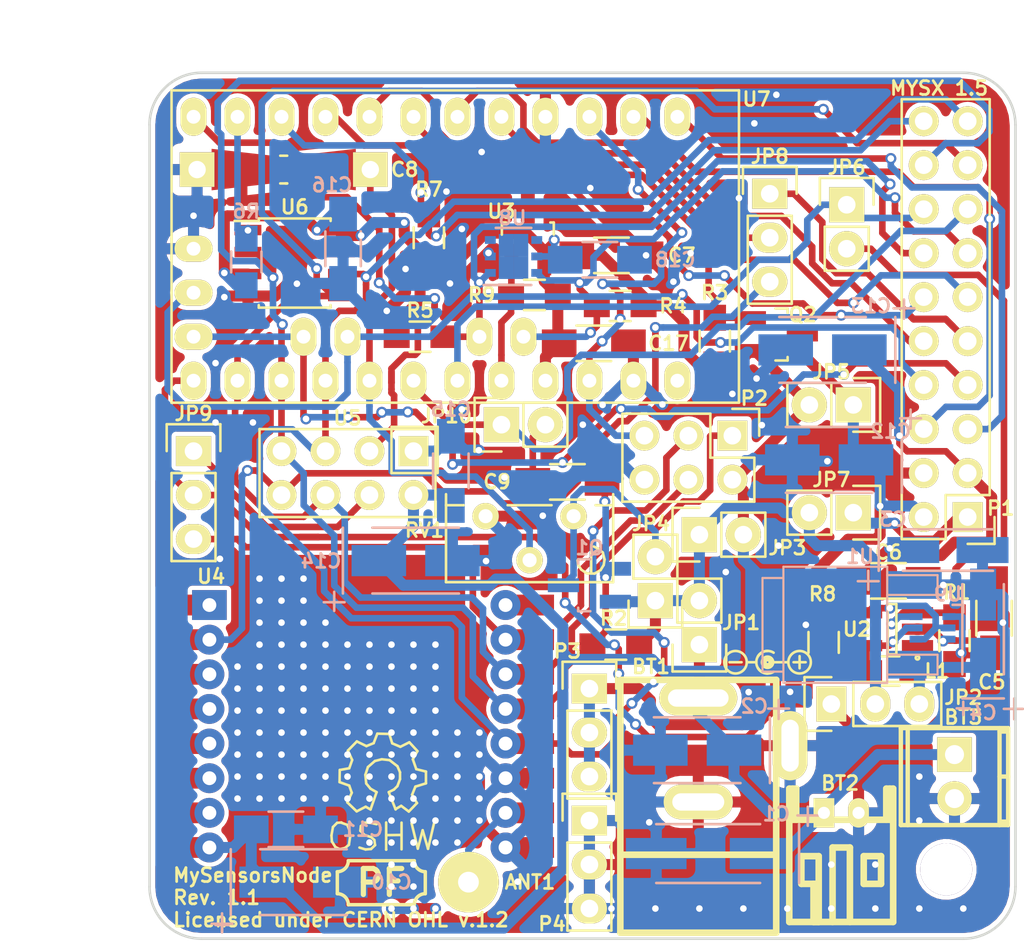
<source format=kicad_pcb>
(kicad_pcb (version 4) (host pcbnew 0.201509101502+6177~30~ubuntu14.04.1-product)
  (title_block (title "Mysensors Node") (date "Wed 10 Jun 2015") (rev 1.1) (company "Designer: Patrick Fallberg") (comment 1 "Copyright (c) 2015 Patrick Fallberg") (comment 2 "Licensed under CERN OHL v.1.2"))
  (layers (0 F.Cu jumper) (31 B.Cu mixed) (34 B.Paste user) (35 F.Paste user) (36 B.SilkS user) (37 F.SilkS user) (38 B.Mask user) (39 F.Mask user hide) (44 Edge.Cuts user))
  (net 0 "")
  (net 1 +3V3)
  (net 2 GND)
  (net 3 +BATT)
  (net 4 +3.3VP)
  (net 5 "Net-(C5-Pad1)")
  (net 6 RESET)
  (net 7 FLASH_CSN)
  (net 8 /MOSI)
  (net 9 /MISO)
  (net 10 /SCK)
  (net 11 VBAT_SMPL)
  (net 12 RF_INT)
  (net 13 "Net-(L1-Pad1)")
  (net 14 RF24_CE)
  (net 15 RF24_CSN)
  (net 16 RF69_NSS)
  (net 17 "Net-(ANT1-Pad1)")
  (net 18 "Net-(JP6-Pad2)")
  (net 19 "Net-(BT1-Pad3)")
  (net 20 "Net-(C4-Pad1)")
  (net 21 "Net-(C9-Pad1)")
  (net 22 "Net-(C9-Pad2)")
  (net 23 "Net-(JP4-Pad2)")
  (net 24 MYSX_D10_A4)
  (net 25 "Net-(JP7-Pad1)")
  (net 26 MYSX_D3_INT)
  (net 27 "Net-(JP8-Pad2)")
  (net 28 "Net-(JP9-Pad2)")
  (net 29 MYSX_D9_A3)
  (net 30 MYSX_D14_CS)
  (net 31 MYSX_D8_SDA)
  (net 32 MYSX_D7_SCL)
  (net 33 MYSX_D6_PWM)
  (net 34 MYSX_D5_PWM)
  (net 35 MYSX_D4_INT)
  (net 36 MYSX_D1_DFM)
  (net 37 MYSX_D2_DTM)
  (net 38 MYSX_A1)
  (net 39 MYSX_A2)
  (net 40 MYSX_3.3V_EN)
  (net 41 ATSHA_SDA)
  (net 42 "Net-(U4-Pad1)")
  (net 43 "Net-(U4-Pad3)")
  (net 44 "Net-(U4-Pad4)")
  (net 45 "Net-(U4-Pad5)")
  (net 46 "Net-(U4-Pad6)")
  (net 47 "Net-(U4-Pad7)")
  (net 48 "Net-(U4-Pad16)")
  (module mysensors_obscurities:d-pak-kcswalter (layer B.Cu) (at 177.292 105.2576 270)
    (fp_text reference U1 (at -3.937 0 360) (layer B.SilkS) (effects (font (size 0.8 0.8) (thickness 0.16)) (justify mirror)))
    (fp_text value LD1117DT33TR hide)
    (pad 1 smd rect (at -2.30124 -3.1242 270) (size 1.6002 3.2004) (layers B.Cu B.Paste B.Mask) (net 2 GND))
    (pad 3 smd rect (at 2.30124 -3.1242 270) (size 1.6002 3.2004) (layers B.Cu B.Paste B.Mask) (net 20 "Net-(C4-Pad1)"))
    (pad 2 smd rect (at 0 3.1242 270) (size 6.49986 7.00024) (layers B.Cu B.Paste B.Mask) (net 1 +3V3))
  )
  (module mysensors_arduino:pro_mini (layer F.Cu) (at 152.781 83.5406 180)
    (fp_text reference U7 (at -18.542 8.636 180) (layer F.SilkS) (effects (font (size 0.8 0.8) (thickness 0.16))))
    (fp_text value ArduinoProMini hide)
    (pad 28 thru_hole oval (at 5.08 -5.08 180) (size 1.50114 2.19964) (drill 0.8001) (layers *.Cu *.Mask F.SilkS) (net 39 MYSX_A2))
    (pad 27 thru_hole oval (at 7.62 -5.08 180) (size 1.50114 2.19964) (drill 0.8001) (layers *.Cu *.Mask F.SilkS) (net 38 MYSX_A1))
    (pad 1 thru_hole oval (at -13.97 7.62 180) (size 1.50114 2.19964) (drill 0.8001) (layers *.Cu *.Mask F.SilkS) (net 36 MYSX_D1_DFM))
    (pad 2 thru_hole oval (at -11.43 7.62 180) (size 1.50114 2.19964) (drill 0.8001) (layers *.Cu *.Mask F.SilkS) (net 37 MYSX_D2_DTM))
    (pad 3 thru_hole oval (at -8.89 7.62 180) (size 1.50114 2.19964) (drill 0.8001) (layers *.Cu *.Mask F.SilkS) (net 6 RESET))
    (pad 4 thru_hole oval (at -6.35 7.62 180) (size 1.50114 2.19964) (drill 0.8001) (layers *.Cu *.Mask F.SilkS) (net 2 GND))
    (pad 5 thru_hole oval (at -3.81 7.62 180) (size 1.50114 2.19964) (drill 0.8001) (layers *.Cu *.Mask F.SilkS) (net 27 "Net-(JP8-Pad2)"))
    (pad 6 thru_hole oval (at -1.27 7.62 180) (size 1.50114 2.19964) (drill 0.8001) (layers *.Cu *.Mask F.SilkS) (net 35 MYSX_D4_INT))
    (pad 7 thru_hole oval (at 1.27 7.62 180) (size 1.50114 2.19964) (drill 0.8001) (layers *.Cu *.Mask F.SilkS) (net 40 MYSX_3.3V_EN))
    (pad 8 thru_hole oval (at 3.81 7.62 180) (size 1.50114 2.19964) (drill 0.8001) (layers *.Cu *.Mask F.SilkS) (net 34 MYSX_D5_PWM))
    (pad 9 thru_hole oval (at 6.35 7.62 180) (size 1.50114 2.19964) (drill 0.8001) (layers *.Cu *.Mask F.SilkS) (net 33 MYSX_D6_PWM))
    (pad 10 thru_hole oval (at 8.89 7.62 180) (size 1.50114 2.19964) (drill 0.8001) (layers *.Cu *.Mask F.SilkS) (net 30 MYSX_D14_CS))
    (pad 11 thru_hole oval (at 11.43 7.62 180) (size 1.50114 2.19964) (drill 0.8001) (layers *.Cu *.Mask F.SilkS) (net 7 FLASH_CSN))
    (pad 12 thru_hole oval (at 13.97 7.62 180) (size 1.50114 2.19964) (drill 0.8001) (layers *.Cu *.Mask F.SilkS) (net 14 RF24_CE))
    (pad 13 thru_hole oval (at 13.97 -7.62 180) (size 1.50114 2.19964) (drill 0.8001) (layers *.Cu *.Mask F.SilkS) (net 28 "Net-(JP9-Pad2)"))
    (pad 14 thru_hole oval (at 11.43 -7.62 180) (size 1.50114 2.19964) (drill 0.8001) (layers *.Cu *.Mask F.SilkS) (net 8 /MOSI))
    (pad 15 thru_hole oval (at 8.89 -7.62 180) (size 1.50114 2.19964) (drill 0.8001) (layers *.Cu *.Mask F.SilkS) (net 9 /MISO))
    (pad 16 thru_hole oval (at 6.35 -7.62 180) (size 1.50114 2.19964) (drill 0.8001) (layers *.Cu *.Mask F.SilkS) (net 10 /SCK))
    (pad 17 thru_hole oval (at 3.81 -7.62 180) (size 1.50114 2.19964) (drill 0.8001) (layers *.Cu *.Mask F.SilkS) (net 11 VBAT_SMPL))
    (pad 18 thru_hole oval (at 1.27 -7.62 180) (size 1.50114 2.19964) (drill 0.8001) (layers *.Cu *.Mask F.SilkS) (net 29 MYSX_D9_A3))
    (pad 19 thru_hole oval (at -1.27 -7.62 180) (size 1.50114 2.19964) (drill 0.8001) (layers *.Cu *.Mask F.SilkS) (net 24 MYSX_D10_A4))
    (pad 20 thru_hole oval (at -3.81 -7.62 180) (size 1.50114 2.19964) (drill 0.8001) (layers *.Cu *.Mask F.SilkS) (net 41 ATSHA_SDA))
    (pad 21 thru_hole oval (at -6.35 -7.62 180) (size 1.50114 2.19964) (drill 0.8001) (layers *.Cu *.Mask F.SilkS) (net 1 +3V3))
    (pad 22 thru_hole oval (at -8.89 -7.62 180) (size 1.50114 2.19964) (drill 0.8001) (layers *.Cu *.Mask F.SilkS) (net 6 RESET))
    (pad 23 thru_hole oval (at -11.43 -7.62 180) (size 1.50114 2.19964) (drill 0.8001) (layers *.Cu *.Mask F.SilkS) (net 2 GND))
    (pad 24 thru_hole oval (at -13.97 -7.62 180) (size 1.50114 2.19964) (drill 0.8001) (layers *.Cu *.Mask F.SilkS))
    (pad 25 thru_hole oval (at -2.54 -5.08 180) (size 1.50114 2.19964) (drill 0.8001) (layers *.Cu *.Mask F.SilkS) (net 31 MYSX_D8_SDA))
    (pad 26 thru_hole oval (at -5.08 -5.08 180) (size 1.50114 2.19964) (drill 0.8001) (layers *.Cu *.Mask F.SilkS) (net 32 MYSX_D7_SCL))
    (pad 27 thru_hole oval (at 13.97 -5.08 180) (size 2.19964 1.50114) (drill 0.8001) (layers *.Cu *.Mask F.SilkS) (net 38 MYSX_A1))
    (pad 28 thru_hole oval (at 13.97 -2.54 180) (size 2.19964 1.50114) (drill 0.8001) (layers *.Cu *.Mask F.SilkS) (net 39 MYSX_A2))
    (pad 29 thru_hole oval (at 13.97 0 180) (size 2.19964 1.50114) (drill 0.8001) (layers *.Cu *.Mask F.SilkS) (net 2 GND))
  )
  (module mysensors_connectors:MYSX_1.5 (layer F.Cu) (at 183.515 99.0346 180)
    (fp_text reference P1 (at -1.905 0.508 180) (layer F.SilkS) (effects (font (size 0.8 0.8) (thickness 0.16))))
    (fp_text value MYSX_1.5)
    (pad 20 thru_hole oval (at 2.54 22.86 180) (size 1.7272 1.7272) (drill 1.016) (layers *.Cu *.Mask F.SilkS) (net 30 MYSX_D14_CS))
    (pad 19 thru_hole oval (at 0 22.86 180) (size 1.7272 1.7272) (drill 1.016) (layers *.Cu *.Mask F.SilkS) (net 10 /SCK))
    (pad 18 thru_hole oval (at 2.54 20.32 180) (size 1.7272 1.7272) (drill 1.016) (layers *.Cu *.Mask F.SilkS) (net 9 /MISO))
    (pad 17 thru_hole oval (at 0 20.32 180) (size 1.7272 1.7272) (drill 1.016) (layers *.Cu *.Mask F.SilkS) (net 8 /MOSI))
    (pad 16 thru_hole oval (at 2.54 17.78 180) (size 1.7272 1.7272) (drill 1.016) (layers *.Cu *.Mask F.SilkS) (net 24 MYSX_D10_A4))
    (pad 15 thru_hole oval (at 0 17.78 180) (size 1.7272 1.7272) (drill 1.016) (layers *.Cu *.Mask F.SilkS) (net 29 MYSX_D9_A3))
    (pad 14 thru_hole oval (at 2.54 15.24 180) (size 1.7272 1.7272) (drill 1.016) (layers *.Cu *.Mask F.SilkS) (net 31 MYSX_D8_SDA))
    (pad 13 thru_hole oval (at 0 15.24 180) (size 1.7272 1.7272) (drill 1.016) (layers *.Cu *.Mask F.SilkS) (net 32 MYSX_D7_SCL))
    (pad 12 thru_hole oval (at 2.54 12.7 180) (size 1.7272 1.7272) (drill 1.016) (layers *.Cu *.Mask F.SilkS) (net 33 MYSX_D6_PWM))
    (pad 11 thru_hole oval (at 0 12.7 180) (size 1.7272 1.7272) (drill 1.016) (layers *.Cu *.Mask F.SilkS) (net 34 MYSX_D5_PWM))
    (pad 10 thru_hole oval (at 2.54 10.16 180) (size 1.7272 1.7272) (drill 1.016) (layers *.Cu *.Mask F.SilkS) (net 35 MYSX_D4_INT))
    (pad 9 thru_hole oval (at 0 10.16 180) (size 1.7272 1.7272) (drill 1.016) (layers *.Cu *.Mask F.SilkS) (net 26 MYSX_D3_INT))
    (pad 1 thru_hole rect (at 0 0 180) (size 1.7272 1.7272) (drill 1.016) (layers *.Cu *.Mask F.SilkS) (net 25 "Net-(JP7-Pad1)"))
    (pad 2 thru_hole oval (at 2.54 0 180) (size 1.7272 1.7272) (drill 1.016) (layers *.Cu *.Mask F.SilkS) (net 4 +3.3VP))
    (pad 3 thru_hole oval (at 0 2.54 180) (size 1.7272 1.7272) (drill 1.016) (layers *.Cu *.Mask F.SilkS) (net 1 +3V3))
    (pad 4 thru_hole oval (at 2.54 2.54 180) (size 1.7272 1.7272) (drill 1.016) (layers *.Cu *.Mask F.SilkS) (net 2 GND))
    (pad 5 thru_hole oval (at 0 5.08 180) (size 1.7272 1.7272) (drill 1.016) (layers *.Cu *.Mask F.SilkS) (net 36 MYSX_D1_DFM))
    (pad 6 thru_hole oval (at 2.54 5.08 180) (size 1.7272 1.7272) (drill 1.016) (layers *.Cu *.Mask F.SilkS) (net 37 MYSX_D2_DTM))
    (pad 7 thru_hole oval (at 0 7.62 180) (size 1.7272 1.7272) (drill 1.016) (layers *.Cu *.Mask F.SilkS) (net 38 MYSX_A1))
    (pad 8 thru_hole oval (at 2.54 7.62 180) (size 1.7272 1.7272) (drill 1.016) (layers *.Cu *.Mask F.SilkS) (net 39 MYSX_A2))
  )
  (module Potentiometers:Potentiometer_Bourns_3296Y_3-8Zoll_Angular_ScrewUp (layer F.Cu) (at 160.7566 98.9838 90)
    (fp_text reference RV1 (at -0.8128 -8.6106 180) (layer F.SilkS) (effects (font (size 0.8 0.8) (thickness 0.16))))
    (fp_text value 1M)
    (pad 2 thru_hole circle (at -2.54 -2.54 90) (size 1.524 1.524) (drill 0.8128) (layers *.Cu *.Mask F.SilkS) (net 11 VBAT_SMPL))
    (pad 3 thru_hole circle (at 0 -5.08 90) (size 1.524 1.524) (drill 0.8128) (layers *.Cu *.Mask F.SilkS) (net 2 GND))
    (pad 1 thru_hole circle (at 0 0 90) (size 1.524 1.524) (drill 0.8128) (layers *.Cu *.Mask F.SilkS) (net 23 "Net-(JP4-Pad2)"))
  )
  (module Pin_Headers:Pin_Header_Straight_1x03 (layer F.Cu) (at 172.085 80.3656)
    (fp_text reference JP8 (at 0 -2.159) (layer F.SilkS) (effects (font (size 0.8 0.8) (thickness 0.16))))
    (fp_text value JUMPER3)
    (pad 1 thru_hole rect (at 0 0) (size 2.032 1.7272) (drill 1.016) (layers *.Cu *.Mask F.SilkS) (net 26 MYSX_D3_INT))
    (pad 2 thru_hole oval (at 0 2.54) (size 2.032 1.7272) (drill 1.016) (layers *.Cu *.Mask F.SilkS) (net 27 "Net-(JP8-Pad2)"))
    (pad 3 thru_hole oval (at 0 5.08) (size 2.032 1.7272) (drill 1.016) (layers *.Cu *.Mask F.SilkS) (net 12 RF_INT))
  )
  (module Symbols:Symbol_OSHW-Logo_SilkScreen (layer F.Cu) (at 149.733 114.0206)
    (fp_text reference OSHW_LOGO hide)
    (fp_text value Symbol_OSHW-Logo_SilkScreen)
  )
  (module Housings_DFN_QFN:DFN-6-1EP_3x3mm_Pitch0.95mm (layer B.Cu) (at 157.2895 83.9851)
    (fp_text reference U8 (at -0.0635 -2.2225) (layer B.SilkS) (effects (font (size 0.8 0.8) (thickness 0.16)) (justify mirror)))
    (fp_text value Si7021)
    (pad 1 smd rect (at -1.34 0.95) (size 0.63 0.45) (layers B.Cu B.Paste B.Mask) (net 31 MYSX_D8_SDA))
    (pad 2 smd rect (at -1.34 0) (size 0.63 0.45) (layers B.Cu B.Paste B.Mask) (net 2 GND))
    (pad 3 smd rect (at -1.34 -0.95) (size 0.63 0.45) (layers B.Cu B.Paste B.Mask))
    (pad 4 smd rect (at 1.34 -0.95) (size 0.63 0.45) (layers B.Cu B.Paste B.Mask))
    (pad 5 smd rect (at 1.34 0) (size 0.63 0.45) (layers B.Cu B.Paste B.Mask) (net 1 +3V3))
    (pad 6 smd rect (at 1.34 0.95) (size 0.63 0.45) (layers B.Cu B.Paste B.Mask) (net 32 MYSX_D7_SCL))
    (pad 7 smd rect (at 0.425 -0.65) (size 0.85 1.3) (layers B.Cu B.Paste B.Mask))
    (pad 7 smd rect (at 0.425 0.65) (size 0.85 1.3) (layers B.Cu B.Paste B.Mask))
    (pad 7 smd rect (at -0.425 -0.65) (size 0.85 1.3) (layers B.Cu B.Paste B.Mask))
    (pad 7 smd rect (at -0.425 0.65) (size 0.85 1.3) (layers B.Cu B.Paste B.Mask))
  )
  (module Housings_SOIC:SOIC-8_3.9x4.9mm_Pitch1.27mm (layer F.Cu) (at 144.653 84.3661)
    (fp_text reference U6 (at 0 -3.2385) (layer F.SilkS) (effects (font (size 0.8 0.8) (thickness 0.16))))
    (fp_text value AT25DF512C)
    (pad 1 smd rect (at -2.7 -1.905) (size 1.55 0.6) (layers F.Cu F.Paste F.Mask) (net 7 FLASH_CSN))
    (pad 2 smd rect (at -2.7 -0.635) (size 1.55 0.6) (layers F.Cu F.Paste F.Mask) (net 9 /MISO))
    (pad 3 smd rect (at -2.7 0.635) (size 1.55 0.6) (layers F.Cu F.Paste F.Mask) (net 1 +3V3))
    (pad 4 smd rect (at -2.7 1.905) (size 1.55 0.6) (layers F.Cu F.Paste F.Mask) (net 2 GND))
    (pad 5 smd rect (at 2.7 1.905) (size 1.55 0.6) (layers F.Cu F.Paste F.Mask) (net 8 /MOSI))
    (pad 6 smd rect (at 2.7 0.635) (size 1.55 0.6) (layers F.Cu F.Paste F.Mask) (net 10 /SCK))
    (pad 7 smd rect (at 2.7 -0.635) (size 1.55 0.6) (layers F.Cu F.Paste F.Mask) (net 1 +3V3))
    (pad 8 smd rect (at 2.7 -1.905) (size 1.55 0.6) (layers F.Cu F.Paste F.Mask) (net 1 +3V3))
  )
  (module Housings_SOT-23_SOT-143_TSOT-6:SOT-23_Handsoldering (layer F.Cu) (at 158.115 82.67446)
    (fp_text reference U3 (at -1.524 -1.29286) (layer F.SilkS) (effects (font (size 0.8 0.8) (thickness 0.16))))
    (fp_text value ATSHA204A)
    (pad 1 smd rect (at -0.95 1.50114) (size 0.8001 1.80086) (layers F.Cu F.Paste F.Mask) (net 41 ATSHA_SDA))
    (pad 2 smd rect (at 0.95 1.50114) (size 0.8001 1.80086) (layers F.Cu F.Paste F.Mask) (net 1 +3V3))
    (pad 3 smd rect (at 0 -1.50114) (size 0.8001 1.80086) (layers F.Cu F.Paste F.Mask) (net 2 GND))
  )
  (module mysensors_handsoldering:SOT-23-5_Handsoldering (layer F.Cu) (at 179.1462 105.5116 180)
    (fp_text reference U2 (at 2.032 0 180) (layer F.SilkS) (effects (font (size 0.8 0.8) (thickness 0.16))))
    (fp_text value TPS61097A)
    (pad 1 smd rect (at -1.47 -0.95 180) (size 1.80086 0.65) (layers F.Cu F.Paste F.Mask) (net 5 "Net-(C5-Pad1)"))
    (pad 2 smd rect (at -1.47 0 180) (size 1.80086 0.65) (layers F.Cu F.Paste F.Mask) (net 2 GND))
    (pad 3 smd rect (at -1.47 0.95 180) (size 1.80086 0.65) (layers F.Cu F.Paste F.Mask) (net 18 "Net-(JP6-Pad2)"))
    (pad 4 smd rect (at 1.47 0.95 180) (size 1.80086 0.65) (layers F.Cu F.Paste F.Mask) (net 1 +3V3))
    (pad 5 smd rect (at 1.47 -0.95 180) (size 1.80086 0.65) (layers F.Cu F.Paste F.Mask) (net 13 "Net-(L1-Pad1)"))
  )
  (module Resistors_SMD:R_0805_HandSoldering (layer F.Cu) (at 158.496 86.2076)
    (fp_text reference R9 (at -3.048 0) (layer F.SilkS) (effects (font (size 0.8 0.8) (thickness 0.16))))
    (fp_text value 56K)
    (pad 1 smd rect (at -1.35 0) (size 1.5 1.3) (layers F.Cu F.Paste F.Mask) (net 41 ATSHA_SDA))
    (pad 2 smd rect (at 1.35 0) (size 1.5 1.3) (layers F.Cu F.Paste F.Mask) (net 1 +3V3))
  )
  (module Resistors_SMD:R_0805_HandSoldering (layer F.Cu) (at 175.1965 106.2736 270)
    (fp_text reference R8 (at -2.794 0.0635 360) (layer F.SilkS) (effects (font (size 0.8 0.8) (thickness 0.16))))
    (fp_text value 56K)
    (pad 1 smd rect (at -1.35 0 270) (size 1.5 1.3) (layers F.Cu F.Paste F.Mask) (net 1 +3V3))
    (pad 2 smd rect (at 1.35 0 270) (size 1.5 1.3) (layers F.Cu F.Paste F.Mask) (net 28 "Net-(JP9-Pad2)"))
  )
  (module Resistors_SMD:R_0805_HandSoldering (layer F.Cu) (at 152.4 82.9056 270)
    (fp_text reference R7 (at -2.794 0 360) (layer F.SilkS) (effects (font (size 0.8 0.8) (thickness 0.16))))
    (fp_text value 56K)
    (pad 1 smd rect (at -1.35 0 270) (size 1.5 1.3) (layers F.Cu F.Paste F.Mask) (net 30 MYSX_D14_CS))
    (pad 2 smd rect (at 1.35 0 270) (size 1.5 1.3) (layers F.Cu F.Paste F.Mask) (net 1 +3V3))
  )
  (module Resistors_SMD:R_0805_HandSoldering (layer B.Cu) (at 141.859 84.3026 270)
    (fp_text reference R6 (at -2.921 0 360) (layer B.SilkS) (effects (font (size 0.8 0.8) (thickness 0.16)) (justify mirror)))
    (fp_text value 56K)
    (pad 1 smd rect (at -1.35 0 270) (size 1.5 1.3) (layers B.Cu B.Paste B.Mask) (net 7 FLASH_CSN))
    (pad 2 smd rect (at 1.35 0 270) (size 1.5 1.3) (layers B.Cu B.Paste B.Mask) (net 1 +3V3))
  )
  (module Resistors_SMD:R_0805_HandSoldering (layer F.Cu) (at 151.892 88.6206 180)
    (fp_text reference R5 (at 0 1.524 180) (layer F.SilkS) (effects (font (size 0.8 0.8) (thickness 0.16))))
    (fp_text value 10K)
    (pad 1 smd rect (at -1.35 0 180) (size 1.5 1.3) (layers F.Cu F.Paste F.Mask) (net 31 MYSX_D8_SDA))
    (pad 2 smd rect (at 1.35 0 180) (size 1.5 1.3) (layers F.Cu F.Paste F.Mask) (net 1 +3V3))
  )
  (module Resistors_SMD:R_0805_HandSoldering (layer F.Cu) (at 163.449 86.8426)
    (fp_text reference R4 (at 3.048 0) (layer F.SilkS) (effects (font (size 0.8 0.8) (thickness 0.16))))
    (fp_text value 10K)
    (pad 1 smd rect (at -1.35 0) (size 1.5 1.3) (layers F.Cu F.Paste F.Mask) (net 32 MYSX_D7_SCL))
    (pad 2 smd rect (at 1.35 0) (size 1.5 1.3) (layers F.Cu F.Paste F.Mask) (net 1 +3V3))
  )
  (module Resistors_SMD:R_0805_HandSoldering (layer F.Cu) (at 168.91 88.8746 270)
    (fp_text reference R3 (at -2.794 0 360) (layer F.SilkS) (effects (font (size 0.8 0.8) (thickness 0.16))))
    (fp_text value 10K)
    (pad 1 smd rect (at -1.35 0 270) (size 1.5 1.3) (layers F.Cu F.Paste F.Mask) (net 40 MYSX_3.3V_EN))
    (pad 2 smd rect (at 1.35 0 270) (size 1.5 1.3) (layers F.Cu F.Paste F.Mask) (net 1 +3V3))
  )
  (module Resistors_SMD:R_0805_HandSoldering (layer F.Cu) (at 163.195 106.4006)
    (fp_text reference R2 (at -0.127 -1.524) (layer F.SilkS) (effects (font (size 0.8 0.8) (thickness 0.16))))
    (fp_text value 10K)
    (pad 1 smd rect (at -1.35 0) (size 1.5 1.3) (layers F.Cu F.Paste F.Mask) (net 22 "Net-(C9-Pad2)"))
    (pad 2 smd rect (at 1.35 0) (size 1.5 1.3) (layers F.Cu F.Paste F.Mask) (net 3 +BATT))
  )
  (module Resistors_SMD:R_0805_HandSoldering (layer F.Cu) (at 182.753 106.172 90)
    (fp_text reference R1 (at 2.794 0.127 180) (layer F.SilkS) (effects (font (size 0.8 0.8) (thickness 0.16))))
    (fp_text value 150K)
    (pad 1 smd rect (at -1.35 0 90) (size 1.5 1.3) (layers F.Cu F.Paste F.Mask) (net 5 "Net-(C5-Pad1)"))
    (pad 2 smd rect (at 1.35 0 90) (size 1.5 1.3) (layers F.Cu F.Paste F.Mask) (net 18 "Net-(JP6-Pad2)"))
  )
  (module Housings_SOT-23_SOT-143_TSOT-6:SOT-23_Handsoldering (layer F.Cu) (at 172.466 88.4936 270)
    (fp_text reference Q2 (at -1.143 -1.524 360) (layer F.SilkS) (effects (font (size 0.8 0.8) (thickness 0.16))))
    (fp_text value DMP3056L-7)
    (pad 1 smd rect (at -0.95 1.50114 270) (size 0.8001 1.80086) (layers F.Cu F.Paste F.Mask) (net 40 MYSX_3.3V_EN))
    (pad 2 smd rect (at 0.95 1.50114 270) (size 0.8001 1.80086) (layers F.Cu F.Paste F.Mask) (net 1 +3V3))
    (pad 3 smd rect (at 0 -1.50114 270) (size 0.8001 1.80086) (layers F.Cu F.Paste F.Mask) (net 4 +3.3VP))
  )
  (module Housings_SOT-23_SOT-143_TSOT-6:SOT-23_Handsoldering (layer B.Cu) (at 161.671 102.9716 270)
    (fp_text reference Q1 (at -2.159 0 360) (layer B.SilkS) (effects (font (size 0.8 0.8) (thickness 0.16)) (justify mirror)))
    (fp_text value DMP3056L-7)
    (pad 1 smd rect (at -0.95 -1.50114 270) (size 0.8001 1.80086) (layers B.Cu B.Paste B.Mask) (net 22 "Net-(C9-Pad2)"))
    (pad 2 smd rect (at 0.95 -1.50114 270) (size 0.8001 1.80086) (layers B.Cu B.Paste B.Mask) (net 3 +BATT))
    (pad 3 smd rect (at 0 1.50114 270) (size 0.8001 1.80086) (layers B.Cu B.Paste B.Mask) (net 23 "Net-(JP4-Pad2)"))
  )
  (module Pin_Headers:Pin_Header_Straight_1x03 (layer F.Cu) (at 161.671 116.5606)
    (fp_text reference P4 (at -2.159 5.969) (layer F.SilkS) (effects (font (size 0.8 0.8) (thickness 0.16))))
    (fp_text value CONN_01X03)
    (pad 1 thru_hole rect (at 0 0) (size 2.032 1.7272) (drill 1.016) (layers *.Cu *.Mask F.SilkS) (net 2 GND))
    (pad 2 thru_hole oval (at 0 2.54) (size 2.032 1.7272) (drill 1.016) (layers *.Cu *.Mask F.SilkS) (net 2 GND))
    (pad 3 thru_hole oval (at 0 5.08) (size 2.032 1.7272) (drill 1.016) (layers *.Cu *.Mask F.SilkS) (net 2 GND))
  )
  (module Pin_Headers:Pin_Header_Straight_1x03 (layer F.Cu) (at 161.671 108.9406)
    (fp_text reference P3 (at -1.27 -2.159) (layer F.SilkS) (effects (font (size 0.8 0.8) (thickness 0.16))))
    (fp_text value CONN_01X03)
    (pad 1 thru_hole rect (at 0 0) (size 2.032 1.7272) (drill 1.016) (layers *.Cu *.Mask F.SilkS) (net 4 +3.3VP))
    (pad 2 thru_hole oval (at 0 2.54) (size 2.032 1.7272) (drill 1.016) (layers *.Cu *.Mask F.SilkS) (net 4 +3.3VP))
    (pad 3 thru_hole oval (at 0 5.08) (size 2.032 1.7272) (drill 1.016) (layers *.Cu *.Mask F.SilkS) (net 4 +3.3VP))
  )
  (module Pin_Headers:Pin_Header_Straight_2x03 (layer F.Cu) (at 169.926 94.3356 270)
    (fp_text reference P2 (at -2.159 -1.27 360) (layer F.SilkS) (effects (font (size 0.8 0.8) (thickness 0.16))))
    (fp_text value CONN_02X03)
    (pad 1 thru_hole rect (at 0 0 270) (size 1.7272 1.7272) (drill 1.016) (layers *.Cu *.Mask F.SilkS) (net 9 /MISO))
    (pad 2 thru_hole oval (at 2.54 0 270) (size 1.7272 1.7272) (drill 1.016) (layers *.Cu *.Mask F.SilkS) (net 1 +3V3))
    (pad 3 thru_hole oval (at 0 2.54 270) (size 1.7272 1.7272) (drill 1.016) (layers *.Cu *.Mask F.SilkS) (net 10 /SCK))
    (pad 4 thru_hole oval (at 2.54 2.54 270) (size 1.7272 1.7272) (drill 1.016) (layers *.Cu *.Mask F.SilkS) (net 8 /MOSI))
    (pad 5 thru_hole oval (at 0 5.08 270) (size 1.7272 1.7272) (drill 1.016) (layers *.Cu *.Mask F.SilkS) (net 6 RESET))
    (pad 6 thru_hole oval (at 2.54 5.08 270) (size 1.7272 1.7272) (drill 1.016) (layers *.Cu *.Mask F.SilkS) (net 2 GND))
  )
  (module Capacitors_SMD:C_0805_HandSoldering (layer F.Cu) (at 179.07 107.9246)
    (fp_text reference L1 (at 2.667 0) (layer F.SilkS) (effects (font (size 0.8 0.8) (thickness 0.16))))
    (fp_text value 4.7uH)
    (pad 1 smd rect (at -1.25 0) (size 1.5 1.25) (layers F.Cu F.Paste F.Mask) (net 13 "Net-(L1-Pad1)"))
    (pad 2 smd rect (at 1.25 0) (size 1.5 1.25) (layers F.Cu F.Paste F.Mask) (net 5 "Net-(C5-Pad1)"))
  )
  (module Pin_Headers:Pin_Header_Straight_1x02 (layer F.Cu) (at 156.591 93.7006 90)
    (fp_text reference JP10 (at 0.508 -3.175 180) (layer F.SilkS) (effects (font (size 0.8 0.8) (thickness 0.16))))
    (fp_text value Jumper_NO_Small)
    (pad 1 thru_hole rect (at 0 0 90) (size 2.032 2.032) (drill 1.016) (layers *.Cu *.Mask F.SilkS) (net 29 MYSX_D9_A3))
    (pad 2 thru_hole oval (at 0 2.54 90) (size 2.032 2.032) (drill 1.016) (layers *.Cu *.Mask F.SilkS) (net 21 "Net-(C9-Pad1)"))
  )
  (module Pin_Headers:Pin_Header_Straight_1x03 (layer F.Cu) (at 138.811 95.2246)
    (fp_text reference JP9 (at 0 -2.159) (layer F.SilkS) (effects (font (size 0.8 0.8) (thickness 0.16))))
    (fp_text value JUMPER3)
    (pad 1 thru_hole rect (at 0 0) (size 2.032 1.7272) (drill 1.016) (layers *.Cu *.Mask F.SilkS) (net 15 RF24_CSN))
    (pad 2 thru_hole oval (at 0 2.54) (size 2.032 1.7272) (drill 1.016) (layers *.Cu *.Mask F.SilkS) (net 28 "Net-(JP9-Pad2)"))
    (pad 3 thru_hole oval (at 0 5.08) (size 2.032 1.7272) (drill 1.016) (layers *.Cu *.Mask F.SilkS) (net 16 RF69_NSS))
  )
  (module Pin_Headers:Pin_Header_Straight_1x02 (layer F.Cu) (at 176.911 98.7806 270)
    (fp_text reference JP7 (at -1.905 1.27 360) (layer F.SilkS) (effects (font (size 0.8 0.8) (thickness 0.16))))
    (fp_text value Jumper_NO_Small)
    (pad 1 thru_hole rect (at 0 0 270) (size 2.032 2.032) (drill 1.016) (layers *.Cu *.Mask F.SilkS) (net 25 "Net-(JP7-Pad1)"))
    (pad 2 thru_hole oval (at 0 2.54 270) (size 2.032 2.032) (drill 1.016) (layers *.Cu *.Mask F.SilkS) (net 3 +BATT))
  )
  (module Pin_Headers:Pin_Header_Straight_1x02 (layer F.Cu) (at 176.53 81.0006)
    (fp_text reference JP6 (at 0 -2.159) (layer F.SilkS) (effects (font (size 0.8 0.8) (thickness 0.16))))
    (fp_text value Jumper_NO_Small)
    (pad 1 thru_hole rect (at 0 0) (size 2.032 2.032) (drill 1.016) (layers *.Cu *.Mask F.SilkS) (net 24 MYSX_D10_A4))
    (pad 2 thru_hole oval (at 0 2.54) (size 2.032 2.032) (drill 1.016) (layers *.Cu *.Mask F.SilkS) (net 18 "Net-(JP6-Pad2)"))
  )
  (module Pin_Headers:Pin_Header_Straight_1x02 (layer F.Cu) (at 176.911 92.5576 270)
    (fp_text reference JP5 (at -1.905 1.27 360) (layer F.SilkS) (effects (font (size 0.8 0.8) (thickness 0.16))))
    (fp_text value Jumper_NO_Small)
    (pad 1 thru_hole rect (at 0 0 270) (size 2.032 2.032) (drill 1.016) (layers *.Cu *.Mask F.SilkS) (net 4 +3.3VP))
    (pad 2 thru_hole oval (at 0 2.54 270) (size 2.032 2.032) (drill 1.016) (layers *.Cu *.Mask F.SilkS) (net 1 +3V3))
  )
  (module Pin_Headers:Pin_Header_Straight_1x02 (layer F.Cu) (at 165.481 103.8606 180)
    (fp_text reference JP4 (at 0.254 4.445 180) (layer F.SilkS) (effects (font (size 0.8 0.8) (thickness 0.16))))
    (fp_text value Jumper_NO_Small)
    (pad 1 thru_hole rect (at 0 0 180) (size 2.032 2.032) (drill 1.016) (layers *.Cu *.Mask F.SilkS) (net 3 +BATT))
    (pad 2 thru_hole oval (at 0 2.54 180) (size 2.032 2.032) (drill 1.016) (layers *.Cu *.Mask F.SilkS) (net 23 "Net-(JP4-Pad2)"))
  )
  (module Pin_Headers:Pin_Header_Straight_1x02 (layer F.Cu) (at 168.021 100.0506 90)
    (fp_text reference JP3 (at -0.762 5.08 180) (layer F.SilkS) (effects (font (size 0.8 0.8) (thickness 0.16))))
    (fp_text value Jumper_NO_Small)
    (pad 1 thru_hole rect (at 0 0 90) (size 2.032 2.032) (drill 1.016) (layers *.Cu *.Mask F.SilkS) (net 3 +BATT))
    (pad 2 thru_hole oval (at 0 2.54 90) (size 2.032 2.032) (drill 1.016) (layers *.Cu *.Mask F.SilkS) (net 1 +3V3))
  )
  (module Pin_Headers:Pin_Header_Straight_1x03 (layer F.Cu) (at 175.641 109.8296 90)
    (fp_text reference JP2 (at 0.381 7.62 180) (layer F.SilkS) (effects (font (size 0.8 0.8) (thickness 0.16))))
    (fp_text value JUMPER3)
    (pad 1 thru_hole rect (at 0 0 90) (size 2.032 1.7272) (drill 1.016) (layers *.Cu *.Mask F.SilkS) (net 5 "Net-(C5-Pad1)"))
    (pad 2 thru_hole oval (at 0 2.54 90) (size 2.032 1.7272) (drill 1.016) (layers *.Cu *.Mask F.SilkS) (net 3 +BATT))
    (pad 3 thru_hole oval (at 0 5.08 90) (size 2.032 1.7272) (drill 1.016) (layers *.Cu *.Mask F.SilkS) (net 20 "Net-(C4-Pad1)"))
  )
  (module Pin_Headers:Pin_Header_Straight_1x02 (layer F.Cu) (at 168.021 106.4006 180)
    (fp_text reference JP1 (at -2.413 1.27 180) (layer F.SilkS) (effects (font (size 0.8 0.8) (thickness 0.16))))
    (fp_text value Jumper_NO_Small)
    (pad 1 thru_hole rect (at 0 0 180) (size 2.032 2.032) (drill 1.016) (layers *.Cu *.Mask F.SilkS) (net 19 "Net-(BT1-Pad3)"))
    (pad 2 thru_hole oval (at 0 2.54 180) (size 2.032 2.032) (drill 1.016) (layers *.Cu *.Mask F.SilkS) (net 3 +BATT))
  )
  (module Capacitors_SMD:C_1206_HandSoldering (layer B.Cu) (at 162.274 84.1756)
    (fp_text reference C18 (at 4.35 0) (layer B.SilkS) (effects (font (size 0.8 0.8) (thickness 0.16)) (justify mirror)))
    (fp_text value 0.1uF)
    (pad 1 smd rect (at -2 0) (size 2 1.6) (layers B.Cu B.Paste B.Mask) (net 1 +3V3))
    (pad 2 smd rect (at 2 0) (size 2 1.6) (layers B.Cu B.Paste B.Mask) (net 2 GND))
  )
  (module Capacitors_SMD:C_1206_HandSoldering (layer F.Cu) (at 161.925 89.0016)
    (fp_text reference C17 (at 4.318 0) (layer F.SilkS) (effects (font (size 0.8 0.8) (thickness 0.16))))
    (fp_text value 0.1uF)
    (pad 1 smd rect (at -2 0) (size 2 1.6) (layers F.Cu F.Paste F.Mask) (net 1 +3V3))
    (pad 2 smd rect (at 2 0) (size 2 1.6) (layers F.Cu F.Paste F.Mask) (net 2 GND))
  )
  (module Capacitors_SMD:C_1206_HandSoldering (layer B.Cu) (at 147.447 83.5406 90)
    (fp_text reference C16 (at 3.683 -0.635 180) (layer B.SilkS) (effects (font (size 0.8 0.8) (thickness 0.16)) (justify mirror)))
    (fp_text value 0.1uF)
    (pad 1 smd rect (at -2 0 90) (size 2 1.6) (layers B.Cu B.Paste B.Mask) (net 2 GND))
    (pad 2 smd rect (at 2 0 90) (size 2 1.6) (layers B.Cu B.Paste B.Mask) (net 1 +3V3))
  )
  (module Capacitors_SMD:C_1206_HandSoldering (layer B.Cu) (at 153.67 96.3676 270)
    (fp_text reference C15 (at -3.556 0 360) (layer B.SilkS) (effects (font (size 0.8 0.8) (thickness 0.16)) (justify mirror)))
    (fp_text value 0.1uF)
    (pad 1 smd rect (at -2 0 270) (size 2 1.6) (layers B.Cu B.Paste B.Mask) (net 2 GND))
    (pad 2 smd rect (at 2 0 270) (size 2 1.6) (layers B.Cu B.Paste B.Mask) (net 1 +3V3))
  )
  (module Capacitors_Tantalum_SMD:TantalC_SizeB_EIA-3528_HandSoldering (layer B.Cu) (at 151.638 101.5492)
    (fp_text reference C14 (at -5.461 0.0254) (layer B.SilkS) (effects (font (size 0.8 0.8) (thickness 0.16)) (justify mirror)))
    (fp_text value 4.7uF)
    (pad 2 smd rect (at 2.12598 0) (size 3.1496 1.80086) (layers B.Cu B.Paste B.Mask) (net 2 GND))
    (pad 1 smd rect (at -2.12598 0) (size 3.1496 1.80086) (layers B.Cu B.Paste B.Mask) (net 1 +3V3))
  )
  (module Capacitors_Tantalum_SMD:TantalC_SizeB_EIA-3528_HandSoldering (layer B.Cu) (at 175.133 89.3826 180)
    (fp_text reference C13 (at -2.794 2.54 180) (layer B.SilkS) (effects (font (size 0.8 0.8) (thickness 0.16)) (justify mirror)))
    (fp_text value 4.7uF)
    (pad 2 smd rect (at 2.12598 0 180) (size 3.1496 1.80086) (layers B.Cu B.Paste B.Mask) (net 2 GND))
    (pad 1 smd rect (at -2.12598 0 180) (size 3.1496 1.80086) (layers B.Cu B.Paste B.Mask) (net 1 +3V3))
  )
  (module Capacitors_Tantalum_SMD:TantalC_SizeB_EIA-3528_HandSoldering (layer B.Cu) (at 175.514 95.7326 180)
    (fp_text reference C12 (at -3.556 1.651 180) (layer B.SilkS) (effects (font (size 0.8 0.8) (thickness 0.16)) (justify mirror)))
    (fp_text value 4.7uF)
    (pad 2 smd rect (at 2.12598 0 180) (size 3.1496 1.80086) (layers B.Cu B.Paste B.Mask) (net 2 GND))
    (pad 1 smd rect (at -2.12598 0 180) (size 3.1496 1.80086) (layers B.Cu B.Paste B.Mask) (net 4 +3.3VP))
  )
  (module Capacitors_SMD:C_1206_HandSoldering (layer B.Cu) (at 144.145 117.0686 180)
    (fp_text reference C11 (at -4.445 0 180) (layer B.SilkS) (effects (font (size 0.8 0.8) (thickness 0.16)) (justify mirror)))
    (fp_text value 0.1uF)
    (pad 1 smd rect (at -2 0 180) (size 2 1.6) (layers B.Cu B.Paste B.Mask) (net 2 GND))
    (pad 2 smd rect (at 2 0 180) (size 2 1.6) (layers B.Cu B.Paste B.Mask) (net 1 +3V3))
  )
  (module Capacitors_Tantalum_SMD:TantalC_SizeB_EIA-3528_HandSoldering (layer B.Cu) (at 145.161 120.1166)
    (fp_text reference C10 (at 5.08 0) (layer B.SilkS) (effects (font (size 0.8 0.8) (thickness 0.16)) (justify mirror)))
    (fp_text value 4.7uF)
    (fp_text user + (at -4.70154 2.4003) (layer B.SilkS) (effects (justify mirror)))
    (pad 2 smd rect (at 2.12598 0) (size 3.1496 1.80086) (layers B.Cu B.Paste B.Mask) (net 2 GND))
    (pad 1 smd rect (at -2.12598 0) (size 3.1496 1.80086) (layers B.Cu B.Paste B.Mask) (net 1 +3V3))
  )
  (module Capacitors_SMD:C_1206_HandSoldering (layer F.Cu) (at 160.401 97.0026)
    (fp_text reference C9 (at -4.064 0) (layer F.SilkS) (effects (font (size 0.8 0.8) (thickness 0.16))))
    (fp_text value 0.1uF)
    (pad 1 smd rect (at -2 0) (size 2 1.6) (layers F.Cu F.Paste F.Mask) (net 21 "Net-(C9-Pad1)"))
    (pad 2 smd rect (at 2 0) (size 2 1.6) (layers F.Cu F.Paste F.Mask) (net 22 "Net-(C9-Pad2)"))
  )
  (module Resistors_Universal:Resistor_SMD+THTuniversal_0805to1206_RM10_HandSoldering (layer F.Cu) (at 144.018 78.9686 180)
    (fp_text reference C8 (at -6.985 0 180) (layer F.SilkS) (effects (font (size 0.8 0.8) (thickness 0.16))))
    (fp_text value C)
    (pad 1 smd trapezoid (at -2.413 0 180) (size 3.50012 1.99898) (rect_delta 0.39878 0) (layers F.Cu F.Paste F.Mask) (net 11 VBAT_SMPL))
    (pad 2 smd trapezoid (at 2.413 0) (size 3.50012 1.99898) (rect_delta 0.39878 0) (layers F.Cu F.Paste F.Mask) (net 2 GND))
    (pad 1 thru_hole rect (at -5.00126 0) (size 1.99898 1.99898) (drill 1.00076) (layers *.Cu *.Mask F.SilkS) (net 11 VBAT_SMPL))
    (pad 2 thru_hole rect (at 5.00126 0) (size 1.99898 1.99898) (drill 1.00076) (layers *.Cu *.Mask F.SilkS) (net 2 GND))
  )
  (module Capacitors_SMD:C_1206_HandSoldering (layer F.Cu) (at 162.941 83.9216)
    (fp_text reference C7 (at 4.064 0) (layer F.SilkS) (effects (font (size 0.8 0.8) (thickness 0.16))))
    (fp_text value 0.1uF)
    (pad 1 smd rect (at -2 0) (size 2 1.6) (layers F.Cu F.Paste F.Mask) (net 1 +3V3))
    (pad 2 smd rect (at 2 0) (size 2 1.6) (layers F.Cu F.Paste F.Mask) (net 2 GND))
  )
  (module Capacitors_SMD:C_1206_HandSoldering (layer F.Cu) (at 178.943 102.7176)
    (fp_text reference C6 (at 0 -1.651) (layer F.SilkS) (effects (font (size 0.8 0.8) (thickness 0.16))))
    (fp_text value 10uF)
    (pad 1 smd rect (at -2 0) (size 2 1.6) (layers F.Cu F.Paste F.Mask) (net 1 +3V3))
    (pad 2 smd rect (at 2 0) (size 2 1.6) (layers F.Cu F.Paste F.Mask) (net 2 GND))
  )
  (module Capacitors_SMD:C_1206_HandSoldering (layer F.Cu) (at 185.039 104.8766 90)
    (fp_text reference C5 (at -3.683 -0.127 180) (layer F.SilkS) (effects (font (size 0.8 0.8) (thickness 0.16))))
    (fp_text value 10uF)
    (pad 1 smd rect (at -2 0 90) (size 2 1.6) (layers F.Cu F.Paste F.Mask) (net 5 "Net-(C5-Pad1)"))
    (pad 2 smd rect (at 2 0 90) (size 2 1.6) (layers F.Cu F.Paste F.Mask) (net 2 GND))
  )
  (module Capacitors_Tantalum_SMD:TantalC_SizeA_EIA-3216_HandSoldering (layer B.Cu) (at 184.404 105.5116 90)
    (fp_text reference C4 (at -4.826 0 180) (layer B.SilkS) (effects (font (size 0.8 0.8) (thickness 0.16)) (justify mirror)))
    (fp_text value 10uF)
    (fp_text user + (at -4.572 -1.2192 90) (layer B.SilkS) (effects (justify mirror)))
    (pad 2 smd rect (at 1.99898 0 90) (size 2.99974 1.50114) (layers B.Cu B.Paste B.Mask) (net 2 GND))
    (pad 1 smd rect (at -1.99898 0 90) (size 2.99974 1.50114) (layers B.Cu B.Paste B.Mask) (net 20 "Net-(C4-Pad1)"))
  )
  (module Capacitors_Tantalum_SMD:TantalC_SizeA_EIA-3216_HandSoldering (layer B.Cu) (at 182.372 100.9396)
    (fp_text reference C3 (at -3.175 -1.778) (layer B.SilkS) (effects (font (size 0.8 0.8) (thickness 0.16)) (justify mirror)))
    (fp_text value 10uF)
    (pad 2 smd rect (at 1.99898 0) (size 2.99974 1.50114) (layers B.Cu B.Paste B.Mask) (net 2 GND))
    (pad 1 smd rect (at -1.99898 0) (size 2.99974 1.50114) (layers B.Cu B.Paste B.Mask) (net 1 +3V3))
  )
  (module Capacitors_Tantalum_SMD:TantalC_SizeB_EIA-3528_HandSoldering (layer B.Cu) (at 167.894 112.4966 180)
    (fp_text reference C2 (at -3.302 2.54 180) (layer B.SilkS) (effects (font (size 0.8 0.8) (thickness 0.16)) (justify mirror)))
    (fp_text value 4.7uF)
    (pad 2 smd rect (at 2.12598 0 180) (size 3.1496 1.80086) (layers B.Cu B.Paste B.Mask) (net 2 GND))
    (pad 1 smd rect (at -2.12598 0 180) (size 3.1496 1.80086) (layers B.Cu B.Paste B.Mask) (net 19 "Net-(BT1-Pad3)"))
  )
  (module Capacitors_Tantalum_SMD:TantalC_SizeC_EIA-6032_HandSoldering (layer B.Cu) (at 168.529 118.4656 180)
    (fp_text reference C1 (at -3.937 2.286 180) (layer B.SilkS) (effects (font (size 0.8 0.8) (thickness 0.16)) (justify mirror)))
    (fp_text value 47uF)
    (pad 2 smd rect (at 2.99974 0 180) (size 3.50012 1.80086) (layers B.Cu B.Paste B.Mask) (net 2 GND))
    (pad 1 smd rect (at -2.99974 0 180) (size 3.50012 1.80086) (layers B.Cu B.Paste B.Mask) (net 19 "Net-(BT1-Pad3)"))
  )
  (module mysensors_connectors:TerminalBlock2.54mmx2-kcswalter (layer F.Cu) (at 182.753 114.0206 90)
    (fp_text reference BT3 (at 3.429 0.508 180) (layer F.SilkS) (effects (font (size 0.8 0.8) (thickness 0.16))))
    (fp_text value Generic hide)
    (pad 2 thru_hole oval (at -1.27 0 90) (size 1.99898 1.99898) (drill 1.09728) (layers *.Cu *.Mask F.SilkS) (net 2 GND))
    (pad 1 thru_hole rect (at 1.27 0 90) (size 1.99898 1.99898) (drill 1.09728) (layers *.Cu *.Mask F.SilkS) (net 19 "Net-(BT1-Pad3)"))
  )
  (module mysensors_connectors:s2b-ph-kl-kcswalter (layer F.Cu) (at 176.2125 116.1161)
    (fp_text reference BT2 (at -0.0635 -1.7145) (layer F.SilkS) (effects (font (size 0.8 0.8) (thickness 0.16))))
    (fp_text value JST hide)
    (pad 1 thru_hole rect (at -1.00076 0) (size 1.19888 1.69926) (drill 0.70104) (layers *.Cu *.Mask F.SilkS) (net 19 "Net-(BT1-Pad3)"))
    (pad 2 thru_hole oval (at 1.00076 0) (size 1.19888 1.69926) (drill 0.70104) (layers *.Cu *.Mask F.SilkS) (net 2 GND))
  )
  (module mysensors_connectors:dc_socket-kcswalter (layer F.Cu) (at 167.9575 115.7351)
    (fp_text reference BT1 (at -2.7305 -8.0645) (layer F.SilkS) (effects (font (size 0.8 0.8) (thickness 0.16))))
    (fp_text value "2.5mm jack" hide)
    (pad 1 thru_hole oval (at 5.30098 -3.50012) (size 1.99898 4.0005) (drill oval 1.00076 2.99974) (layers *.Cu *.Mask F.SilkS) (net 2 GND))
    (pad 2 thru_hole oval (at 0 -0.24892) (size 4.0005 1.99898) (drill oval 2.99974 1.00076) (layers *.Cu *.Mask F.SilkS) (net 2 GND))
    (pad 3 thru_hole oval (at 0 -6.25094) (size 4.50088 1.99898) (drill oval 3.50012 1.00076) (layers *.Cu *.Mask F.SilkS) (net 19 "Net-(BT1-Pad3)"))
  )
  (module Wire_Pads:SolderWirePad_single_1-2mmDrill (layer F.Cu) (at 154.686 120.1166)
    (fp_text reference ANT1 (at 3.556 0) (layer F.SilkS) (effects (font (size 0.8 0.8) (thickness 0.16))))
    (fp_text value CONN_01X01)
    (pad 1 thru_hole circle (at 0 0) (size 3.50012 3.50012) (drill 1.19888) (layers *.Cu *.Mask F.SilkS) (net 17 "Net-(ANT1-Pad1)"))
  )
  (module w_logo:Logo_silk_polarity_center_5x1.4mm (layer F.Cu) (at 171.958 107.4166)
    (fp_text reference PLUG_SPEC hide)
    (fp_text value LOGO hide)
  )
  (module Mounting_Holes:MountingHole_3mm (layer F.Cu) (at 182.275 119.38)
    (fp_text reference HOLE1 hide)
    (fp_text value MountingHole_3mm)
    (pad 1 thru_hole circle (at 0 0) (size 3 3) (drill 3) (layers))
  )
  (module mysensors_radios:NRF24L01 (layer F.Cu) (at 153.035 93.7006)
    (fp_text reference U5 (at -5.334 -0.381) (layer F.SilkS) (effects (font (size 0.8 0.8) (thickness 0.16))))
    (fp_text value NRF24L01 hide)
    (pad 7 thru_hole oval (at -9.144 1.524) (size 1.7272 1.7272) (drill 1.016) (layers *.Cu *.Mask F.SilkS) (net 9 /MISO))
    (pad 8 thru_hole oval (at -9.144 4.064) (size 1.7272 1.7272) (drill 1.016) (layers *.Cu *.Mask F.SilkS) (net 12 RF_INT))
    (pad 5 thru_hole oval (at -6.604 1.524) (size 1.7272 1.7272) (drill 1.016) (layers *.Cu *.Mask F.SilkS) (net 10 /SCK))
    (pad 6 thru_hole oval (at -6.604 4.064) (size 1.7272 1.7272) (drill 1.016) (layers *.Cu *.Mask F.SilkS) (net 8 /MOSI))
    (pad 3 thru_hole oval (at -4.064 1.524) (size 1.7272 1.7272) (drill 1.016) (layers *.Cu *.Mask F.SilkS) (net 14 RF24_CE))
    (pad 4 thru_hole oval (at -4.064 4.064) (size 1.7272 1.7272) (drill 1.016) (layers *.Cu *.Mask F.SilkS) (net 15 RF24_CSN))
    (pad 1 thru_hole rect (at -1.524 1.524) (size 1.7272 1.7272) (drill 1.016) (layers *.Cu *.Mask F.SilkS) (net 2 GND))
    (pad 2 thru_hole oval (at -1.524 4.064) (size 1.7272 1.7272) (drill 1.016) (layers *.Cu *.Mask F.SilkS) (net 1 +3V3))
  )
  (module mysensors_radios:RFM69HW_SMD_ThroughHole_Handsoldering (layer F.Cu) (at 139.827 104.1146)
    (fp_text reference U4 (at 0 -1.651) (layer F.SilkS) (effects (font (size 0.8 0.8) (thickness 0.16))))
    (fp_text value RFM69HW hide)
    (pad 1 smd rect (at -1.4 0) (size 3 1.2) (layers F.Cu F.Paste F.Mask) (net 42 "Net-(U4-Pad1)"))
    (pad 2 smd rect (at -1.4 2) (size 3 1.2) (layers F.Cu F.Paste F.Mask) (net 12 RF_INT))
    (pad 3 smd rect (at -1.4 4) (size 3 1.2) (layers F.Cu F.Paste F.Mask) (net 43 "Net-(U4-Pad3)"))
    (pad 4 smd rect (at -1.4 6) (size 3 1.2) (layers F.Cu F.Paste F.Mask) (net 44 "Net-(U4-Pad4)"))
    (pad 5 smd rect (at -1.4 8) (size 3 1.2) (layers F.Cu F.Paste F.Mask) (net 45 "Net-(U4-Pad5)"))
    (pad 6 smd rect (at -1.4 10) (size 3 1.2) (layers F.Cu F.Paste F.Mask) (net 46 "Net-(U4-Pad6)"))
    (pad 7 smd rect (at -1.4 12) (size 3 1.2) (layers F.Cu F.Paste F.Mask) (net 47 "Net-(U4-Pad7)"))
    (pad 8 smd rect (at -1.4 14) (size 3 1.2) (layers F.Cu F.Paste F.Mask) (net 1 +3V3))
    (pad 9 smd rect (at 18.3 14) (size 3 1.2) (layers F.Cu F.Paste F.Mask) (net 2 GND))
    (pad 10 smd rect (at 18.3 12) (size 3 1.2) (layers F.Cu F.Paste F.Mask) (net 17 "Net-(ANT1-Pad1)"))
    (pad 11 smd rect (at 18.3 10) (size 3 1.2) (layers F.Cu F.Paste F.Mask) (net 2 GND))
    (pad 12 smd rect (at 18.3 8) (size 3 1.2) (layers F.Cu F.Paste F.Mask) (net 10 /SCK))
    (pad 13 smd rect (at 18.3 6) (size 3 1.2) (layers F.Cu F.Paste F.Mask) (net 9 /MISO))
    (pad 14 smd rect (at 18.3 4) (size 3 1.2) (layers F.Cu F.Paste F.Mask) (net 8 /MOSI))
    (pad 15 smd rect (at 18.3 2) (size 3 1.2) (layers F.Cu F.Paste F.Mask) (net 16 RF69_NSS))
    (pad 16 smd rect (at 18.3 0) (size 3 1.2) (layers F.Cu F.Paste F.Mask) (net 48 "Net-(U4-Pad16)"))
    (pad 1 thru_hole rect (at -0.1 0) (size 2 1.7272) (drill 0.8) (layers *.Cu *.Mask) (net 42 "Net-(U4-Pad1)"))
    (pad 2 thru_hole circle (at -0.1 2) (size 1.7272 1.7272) (drill 0.8) (layers *.Cu *.Mask) (net 12 RF_INT))
    (pad 3 thru_hole circle (at -0.1 4) (size 1.7272 1.7272) (drill 0.8) (layers *.Cu *.Mask) (net 43 "Net-(U4-Pad3)"))
    (pad 4 thru_hole circle (at -0.1 6) (size 1.7272 1.7272) (drill 0.8) (layers *.Cu *.Mask) (net 44 "Net-(U4-Pad4)"))
    (pad 5 thru_hole circle (at -0.1 8) (size 1.7272 1.7272) (drill 0.8) (layers *.Cu *.Mask) (net 45 "Net-(U4-Pad5)"))
    (pad 6 thru_hole circle (at -0.1 10) (size 1.7272 1.7272) (drill 0.8) (layers *.Cu *.Mask) (net 46 "Net-(U4-Pad6)"))
    (pad 7 thru_hole circle (at -0.1 12) (size 1.7272 1.7272) (drill 0.8) (layers *.Cu *.Mask) (net 47 "Net-(U4-Pad7)"))
    (pad 8 thru_hole circle (at -0.1 14) (size 1.7272 1.7272) (drill 0.8) (layers *.Cu *.Mask) (net 1 +3V3))
    (pad 9 thru_hole circle (at 17 14) (size 1.7272 1.7272) (drill 0.8) (layers *.Cu *.Mask) (net 2 GND))
    (pad 10 thru_hole circle (at 17 12) (size 1.7272 1.7272) (drill 0.8) (layers *.Cu *.Mask) (net 17 "Net-(ANT1-Pad1)"))
    (pad 11 thru_hole circle (at 17 10) (size 1.7272 1.7272) (drill 0.8) (layers *.Cu *.Mask) (net 2 GND))
    (pad 12 thru_hole circle (at 17 8) (size 1.7272 1.7272) (drill 0.8) (layers *.Cu *.Mask) (net 10 /SCK))
    (pad 13 thru_hole circle (at 17 6) (size 1.7272 1.7272) (drill 0.8) (layers *.Cu *.Mask) (net 9 /MISO))
    (pad 14 thru_hole circle (at 17 4) (size 1.7272 1.7272) (drill 0.8) (layers *.Cu *.Mask) (net 8 /MOSI))
    (pad 15 thru_hole circle (at 17 2) (size 1.7272 1.7272) (drill 0.8) (layers *.Cu *.Mask) (net 16 RF69_NSS))
    (pad 16 thru_hole circle (at 17 0) (size 1.7272 1.7272) (drill 0.8) (layers *.Cu *.Mask) (net 48 "Net-(U4-Pad16)"))
  )
  (module Housings_SOT-23_SOT-143_TSOT-6:SC-70-6 (layer B.Cu) (at 181.483 105.4354 270)
    (fp_text reference U9 (at -1.9558 -0.889 360) (layer B.SilkS) (effects (font (size 0.8 0.8) (thickness 0.16)) (justify mirror)))
    (fp_text value TPS61221)
    (pad 1 smd rect (at -0.65024 -0.94996 270) (size 0.39878 0.7493) (layers B.Cu B.Paste B.Mask) (net 5 "Net-(C5-Pad1)"))
    (pad 2 smd rect (at 0 -0.94996 270) (size 0.39878 0.7493) (layers B.Cu B.Paste B.Mask) (net 1 +3V3))
    (pad 3 smd rect (at 0.65024 -0.94996 270) (size 0.39878 0.7493) (layers B.Cu B.Paste B.Mask) (net 2 GND))
    (pad 4 smd rect (at 0.65024 0.94996 270) (size 0.39878 0.7493) (layers B.Cu B.Paste B.Mask) (net 1 +3V3))
    (pad 5 smd rect (at 0 0.94996 270) (size 0.39878 0.7493) (layers B.Cu B.Paste B.Mask) (net 13 "Net-(L1-Pad1)"))
    (pad 6 smd rect (at -0.65024 0.94996 270) (size 0.39878 0.7493) (layers B.Cu B.Paste B.Mask) (net 18 "Net-(JP6-Pad2)"))
  )
  (gr_text "MYSX 1.5" (at 181.864 74.2696) (layer F.SilkS) (effects (font (size 0.8 0.8) (thickness 0.16))))
  (gr_arc (start 183.271 120.3806) (end 186.271 120.3806) (angle 90) (layer Edge.Cuts) (width 0.15))
  (gr_arc (start 139.271 120.3806) (end 139.271 123.3806) (angle 90) (layer Edge.Cuts) (width 0.15))
  (gr_arc (start 183.271 76.3806) (end 183.271 73.3806) (angle 90) (layer Edge.Cuts) (width 0.15))
  (gr_arc (start 139.271 76.3806) (end 136.271 76.3806) (angle 90) (layer Edge.Cuts) (width 0.15))
  (gr_text "MySensorsNode\nRev. 1.1\nLicensed under CERN OHL v.1.2" (at 137.541 121.0056) (layer F.SilkS) (effects (font (size 0.8 0.8) (thickness 0.16)) (justify left)))
  (gr_line (start 147.114 119.5136) (end 147.114 120.7836) (angle 90) (layer F.SilkS) (width 0.2))
  (gr_line (start 151.559 121.4186) (end 147.749 121.4186) (angle 90) (layer F.SilkS) (width 0.2))
  (gr_line (start 152.194 119.5136) (end 152.194 120.7836) (angle 90) (layer F.SilkS) (width 0.2))
  (gr_arc (start 147.114 121.4186) (end 147.114 120.7836) (angle 90) (layer F.SilkS) (width 0.2))
  (gr_arc (start 147.114 118.8786) (end 147.749 118.8786) (angle 90) (layer F.SilkS) (width 0.2))
  (gr_arc (start 152.194 121.4186) (end 151.559 121.4186) (angle 90) (layer F.SilkS) (width 0.2))
  (gr_arc (start 152.194 118.8786) (end 152.194 119.5136) (angle 90) (layer F.SilkS) (width 0.2))
  (gr_line (start 147.749 118.8786) (end 151.559 118.8786) (angle 90) (layer F.SilkS) (width 0.2))
  (gr_text PF (at 149.654 120.1486) (layer F.SilkS) (effects (font (size 1.5 1.5) (thickness 0.3))))
  (gr_line (start 136.275 120.38) (end 136.275 76.38) (angle 90) (layer Edge.Cuts) (width 0.15))
  (gr_line (start 183.275 123.38) (end 139.275 123.38) (angle 90) (layer Edge.Cuts) (width 0.15))
  (gr_line (start 186.275 76.38) (end 186.275 120.38) (angle 90) (layer Edge.Cuts) (width 0.15))
  (gr_line (start 139.275 73.38) (end 183.275 73.38) (angle 90) (layer Edge.Cuts) (width 0.15))
  (segment (start 151.511 121.6406) (end 152.781 121.6406) (width 0.635) (layer F.Cu) (net 0))
  (via (at 152.781 121.6406) (size 0.635) (drill 0.381) (layers F.Cu B.Cu) (net 0))
  (segment (start 150.241 121.6406) (end 151.511 121.6406) (width 0.635) (layer B.Cu) (net 0))
  (via (at 151.511 121.6406) (size 0.635) (drill 0.381) (layers F.Cu B.Cu) (net 0))
  (via (at 150.241 121.6406) (size 0.635) (drill 0.381) (layers F.Cu B.Cu) (net 0))
  (segment (start 176.943 102.7176) (end 177.128684 102.7176) (width 0.635) (layer F.Cu) (net 1))
  (segment (start 177.128684 102.7176) (end 179.009133 100.837151) (width 0.635) (layer F.Cu) (net 1))
  (segment (start 176.943 104.0316) (end 176.943 102.7176) (width 0.635) (layer F.Cu) (net 1))
  (segment (start 183.515 96.4946) (end 184.899301 97.878901) (width 0.635) (layer F.Cu) (net 1))
  (segment (start 184.899301 97.878901) (end 184.899301 100.314761) (width 0.635) (layer F.Cu) (net 1))
  (segment (start 182.761349 100.482424) (end 181.986662 101.257111) (width 0.635) (layer F.Cu) (net 1))
  (segment (start 179.429093 101.257111) (end 179.326632 101.15465) (width 0.635) (layer F.Cu) (net 1))
  (segment (start 184.899301 100.314761) (end 184.731638 100.482424) (width 0.635) (layer F.Cu) (net 1))
  (segment (start 184.731638 100.482424) (end 182.761349 100.482424) (width 0.635) (layer F.Cu) (net 1))
  (segment (start 181.986662 101.257111) (end 179.429093 101.257111) (width 0.635) (layer F.Cu) (net 1))
  (segment (start 179.326632 101.15465) (end 179.009133 100.837151) (width 0.635) (layer F.Cu) (net 1))
  (segment (start 177.99364 104.29496) (end 178.577812 104.29496) (width 0.381) (layer F.Cu) (net 1))
  (via (at 179.026824 104.29496) (size 0.635) (drill 0.381) (layers F.Cu B.Cu) (net 1))
  (segment (start 181.664609 104.753409) (end 181.0766 104.1654) (width 0.381) (layer B.Cu) (net 1))
  (segment (start 177.727 104.5616) (end 177.99364 104.29496) (width 0.381) (layer F.Cu) (net 1))
  (segment (start 178.577812 104.29496) (end 179.026824 104.29496) (width 0.381) (layer F.Cu) (net 1))
  (segment (start 181.72811 105.4354) (end 181.664609 105.371899) (width 0.381) (layer B.Cu) (net 1))
  (segment (start 181.664609 105.371899) (end 181.664609 104.753409) (width 0.381) (layer B.Cu) (net 1))
  (segment (start 181.0766 104.1654) (end 179.156384 104.1654) (width 0.381) (layer B.Cu) (net 1))
  (segment (start 179.156384 104.1654) (end 179.026824 104.29496) (width 0.381) (layer B.Cu) (net 1))
  (segment (start 180.53304 106.08564) (end 181.02707 106.08564) (width 0.381) (layer B.Cu) (net 1))
  (segment (start 181.02707 106.08564) (end 181.67731 105.4354) (width 0.381) (layer B.Cu) (net 1))
  (segment (start 181.67731 105.4354) (end 181.72811 105.4354) (width 0.381) (layer B.Cu) (net 1))
  (segment (start 182.43296 105.4354) (end 181.72811 105.4354) (width 0.381) (layer B.Cu) (net 1))
  (segment (start 159.639 83.0326) (end 159.639 83.5406) (width 0.381) (layer B.Cu) (net 1))
  (segment (start 159.639 83.5406) (end 160.274 84.1756) (width 0.381) (layer B.Cu) (net 1))
  (segment (start 159.065 84.1756) (end 159.065 83.6066) (width 0.381) (layer F.Cu) (net 1))
  (segment (start 159.065 83.6066) (end 159.639 83.0326) (width 0.381) (layer F.Cu) (net 1))
  (via (at 159.639 83.0326) (size 0.635) (drill 0.381) (layers F.Cu B.Cu) (net 1))
  (segment (start 158.6295 83.9851) (end 160.0835 83.9851) (width 0.381) (layer B.Cu) (net 1))
  (segment (start 160.0835 83.9851) (end 160.274 84.1756) (width 0.381) (layer B.Cu) (net 1))
  (segment (start 152.4 84.2556) (end 154.049065 84.2556) (width 0.635) (layer F.Cu) (net 1))
  (segment (start 154.049065 84.2556) (end 155.664495 82.64017) (width 0.635) (layer F.Cu) (net 1))
  (segment (start 158.02995 82.64017) (end 159.065 83.67522) (width 0.635) (layer F.Cu) (net 1))
  (segment (start 155.664495 82.64017) (end 158.02995 82.64017) (width 0.635) (layer F.Cu) (net 1))
  (segment (start 159.065 83.67522) (end 159.065 84.1756) (width 0.635) (layer F.Cu) (net 1))
  (segment (start 150.528598 82.029167) (end 150.97761 82.029167) (width 0.635) (layer B.Cu) (net 1))
  (segment (start 150.97761 82.478179) (end 150.97761 82.029167) (width 0.635) (layer F.Cu) (net 1))
  (segment (start 148.490632 82.7786) (end 149.240065 82.029167) (width 0.635) (layer B.Cu) (net 1))
  (segment (start 152.4 84.1556) (end 150.97761 82.73321) (width 0.635) (layer F.Cu) (net 1))
  (segment (start 152.4 84.2556) (end 152.4 84.1556) (width 0.635) (layer F.Cu) (net 1))
  (segment (start 149.240065 82.029167) (end 150.528598 82.029167) (width 0.635) (layer B.Cu) (net 1))
  (segment (start 150.97761 82.73321) (end 150.97761 82.478179) (width 0.635) (layer F.Cu) (net 1))
  (via (at 150.97761 82.029167) (size 0.635) (drill 0.381) (layers F.Cu B.Cu) (net 1))
  (segment (start 140.589 84.9376) (end 140.589 81.812838) (width 0.635) (layer F.Cu) (net 1))
  (segment (start 140.589 84.9376) (end 141.304 85.6526) (width 0.635) (layer B.Cu) (net 1))
  (segment (start 141.304 85.6526) (end 141.859 85.6526) (width 0.635) (layer B.Cu) (net 1))
  (segment (start 141.953 85.0011) (end 140.6525 85.0011) (width 0.635) (layer F.Cu) (net 1))
  (segment (start 140.6525 85.0011) (end 140.589 84.9376) (width 0.635) (layer F.Cu) (net 1))
  (via (at 140.589 84.9376) (size 0.635) (drill 0.381) (layers F.Cu B.Cu) (net 1))
  (via (at 179.009133 100.837151) (size 0.635) (drill 0.381) (layers F.Cu B.Cu) (net 1))
  (segment (start 178.691634 101.15465) (end 179.009133 100.837151) (width 0.635) (layer F.Cu) (net 1))
  (segment (start 174.1678 105.2576) (end 171.488099 107.937301) (width 0.635) (layer B.Cu) (net 1))
  (segment (start 160.543766 107.250972) (end 160.530559 107.264179) (width 0.635) (layer B.Cu) (net 1))
  (segment (start 165.28591 107.250972) (end 160.543766 107.250972) (width 0.635) (layer B.Cu) (net 1))
  (segment (start 165.972239 107.937301) (end 165.28591 107.250972) (width 0.635) (layer B.Cu) (net 1))
  (segment (start 171.488099 107.937301) (end 165.972239 107.937301) (width 0.635) (layer B.Cu) (net 1))
  (segment (start 160.13429 105.339888) (end 160.13429 106.990931) (width 0.635) (layer B.Cu) (net 1))
  (segment (start 160.13429 106.990931) (end 160.13429 107.660448) (width 0.635) (layer B.Cu) (net 1))
  (segment (start 160.530559 107.264179) (end 160.257311 106.990931) (width 0.635) (layer B.Cu) (net 1))
  (segment (start 160.257311 106.990931) (end 160.13429 106.990931) (width 0.635) (layer B.Cu) (net 1))
  (segment (start 160.530559 107.264179) (end 160.13429 107.660448) (width 0.635) (layer B.Cu) (net 1))
  (segment (start 156.276834 102.616) (end 157.410402 102.616) (width 0.635) (layer B.Cu) (net 1))
  (segment (start 157.410402 102.616) (end 160.13429 105.339888) (width 0.635) (layer B.Cu) (net 1))
  (segment (start 155.922503 102.970331) (end 156.276834 102.616) (width 0.635) (layer B.Cu) (net 1))
  (segment (start 150.933151 102.970331) (end 155.922503 102.970331) (width 0.635) (layer B.Cu) (net 1))
  (segment (start 149.51202 101.5492) (end 150.933151 102.970331) (width 0.635) (layer B.Cu) (net 1))
  (segment (start 139.727 118.1146) (end 141.099 118.1146) (width 0.635) (layer B.Cu) (net 1))
  (segment (start 141.099 118.1146) (end 142.145 117.0686) (width 0.635) (layer B.Cu) (net 1))
  (segment (start 151.89201 84.76359) (end 152.4 84.2556) (width 0.635) (layer F.Cu) (net 1))
  (segment (start 151.89201 86.503997) (end 151.89201 84.76359) (width 0.635) (layer F.Cu) (net 1))
  (segment (start 150.542 87.854007) (end 151.89201 86.503997) (width 0.635) (layer F.Cu) (net 1))
  (segment (start 150.542 88.6206) (end 150.542 87.854007) (width 0.635) (layer F.Cu) (net 1))
  (segment (start 164.799 86.317062) (end 164.799 86.8426) (width 0.635) (layer F.Cu) (net 1))
  (segment (start 162.403538 83.9216) (end 164.799 86.317062) (width 0.635) (layer F.Cu) (net 1))
  (segment (start 160.941 83.9216) (end 162.403538 83.9216) (width 0.635) (layer F.Cu) (net 1))
  (segment (start 160.13429 110.526173) (end 160.13429 109.20731) (width 0.635) (layer B.Cu) (net 1))
  (segment (start 159.846 86.2076) (end 159.846 88.9226) (width 0.635) (layer F.Cu) (net 1))
  (segment (start 159.846 88.9226) (end 159.925 89.0016) (width 0.635) (layer F.Cu) (net 1))
  (segment (start 159.065 84.1756) (end 159.065 85.4266) (width 0.635) (layer F.Cu) (net 1))
  (segment (start 159.065 85.4266) (end 159.846 86.2076) (width 0.635) (layer F.Cu) (net 1))
  (segment (start 167.13201 87.79061) (end 167.13201 89.394499) (width 0.635) (layer F.Cu) (net 1))
  (segment (start 167.962111 90.2246) (end 168.91 90.2246) (width 0.635) (layer F.Cu) (net 1))
  (segment (start 167.13201 89.394499) (end 167.962111 90.2246) (width 0.635) (layer F.Cu) (net 1))
  (segment (start 166.184 86.8426) (end 167.13201 87.79061) (width 0.635) (layer F.Cu) (net 1))
  (segment (start 164.799 86.8426) (end 166.184 86.8426) (width 0.635) (layer F.Cu) (net 1))
  (segment (start 151.511 97.7646) (end 151.511 99.55022) (width 0.635) (layer B.Cu) (net 1))
  (segment (start 151.511 99.55022) (end 149.51202 101.5492) (width 0.635) (layer B.Cu) (net 1))
  (segment (start 168.91 90.2246) (end 170.18386 90.2246) (width 0.635) (layer F.Cu) (net 1))
  (segment (start 170.18386 90.2246) (end 170.96486 89.4436) (width 0.635) (layer F.Cu) (net 1))
  (segment (start 170.96486 89.4436) (end 171.257 89.4436) (width 0.635) (layer F.Cu) (net 1))
  (segment (start 171.257 89.4436) (end 174.371 92.5576) (width 0.635) (layer F.Cu) (net 1))
  (segment (start 179.578 94.3356) (end 179.578 94.784612) (width 0.381) (layer F.Cu) (net 1))
  (segment (start 182.257699 95.237299) (end 182.651401 95.631001) (width 0.381) (layer F.Cu) (net 1))
  (segment (start 179.578 94.784612) (end 180.030687 95.237299) (width 0.381) (layer F.Cu) (net 1))
  (segment (start 180.030687 95.237299) (end 182.257699 95.237299) (width 0.381) (layer F.Cu) (net 1))
  (segment (start 182.651401 95.631001) (end 183.515 96.4946) (width 0.381) (layer F.Cu) (net 1))
  (segment (start 177.25898 89.3826) (end 179.578 91.70162) (width 0.635) (layer B.Cu) (net 1))
  (segment (start 179.578 91.70162) (end 179.578 94.3356) (width 0.635) (layer B.Cu) (net 1))
  (via (at 179.578 94.3356) (size 0.635) (drill 0.381) (layers F.Cu B.Cu) (net 1))
  (segment (start 169.926 96.8756) (end 170.053 96.8756) (width 0.635) (layer F.Cu) (net 1))
  (segment (start 170.053 96.8756) (end 174.371 92.5576) (width 0.635) (layer F.Cu) (net 1))
  (segment (start 170.561 100.0506) (end 170.561 97.5106) (width 0.635) (layer F.Cu) (net 1))
  (segment (start 170.561 97.5106) (end 169.926 96.8756) (width 0.635) (layer F.Cu) (net 1))
  (segment (start 179.458145 100.837151) (end 179.009133 100.837151) (width 0.635) (layer B.Cu) (net 1))
  (segment (start 180.37302 100.9396) (end 180.270571 100.837151) (width 0.635) (layer B.Cu) (net 1))
  (segment (start 180.270571 100.837151) (end 179.458145 100.837151) (width 0.635) (layer B.Cu) (net 1))
  (segment (start 160.13429 110.526173) (end 160.13429 119.36731) (width 0.635) (layer B.Cu) (net 1))
  (segment (start 160.13429 119.36731) (end 156.733239 122.768361) (width 0.635) (layer B.Cu) (net 1))
  (segment (start 156.733239 122.768361) (end 146.361151 122.768361) (width 0.635) (layer B.Cu) (net 1))
  (segment (start 146.361151 122.768361) (end 143.70939 120.1166) (width 0.635) (layer B.Cu) (net 1))
  (segment (start 143.70939 120.1166) (end 143.03502 120.1166) (width 0.635) (layer B.Cu) (net 1))
  (segment (start 160.13429 107.660448) (end 160.13429 110.526173) (width 0.635) (layer B.Cu) (net 1))
  (segment (start 159.131 91.1606) (end 159.131 89.7956) (width 0.635) (layer F.Cu) (net 1))
  (segment (start 159.131 89.7956) (end 159.925 89.0016) (width 0.635) (layer F.Cu) (net 1))
  (via (at 148.490632 82.7786) (size 0.635) (drill 0.381) (layers F.Cu B.Cu) (net 1))
  (segment (start 148.04162 82.7786) (end 148.490632 82.7786) (width 0.635) (layer F.Cu) (net 1))
  (segment (start 147.353 82.4611) (end 147.6705 82.7786) (width 0.635) (layer F.Cu) (net 1))
  (segment (start 147.6705 82.7786) (end 148.04162 82.7786) (width 0.635) (layer F.Cu) (net 1))
  (segment (start 160.274 84.1756) (end 160.687 84.1756) (width 0.635) (layer F.Cu) (net 1))
  (segment (start 160.687 84.1756) (end 160.941 83.9216) (width 0.635) (layer F.Cu) (net 1))
  (segment (start 158.6295 83.9851) (end 158.8745 83.9851) (width 0.381) (layer B.Cu) (net 1))
  (segment (start 159.065 84.02574) (end 159.065 85.2996) (width 0.635) (layer F.Cu) (net 1))
  (segment (start 159.065 84.02574) (end 160.83686 84.02574) (width 0.635) (layer F.Cu) (net 1))
  (segment (start 160.83686 84.02574) (end 160.941 83.9216) (width 0.635) (layer F.Cu) (net 1))
  (segment (start 147.447 81.5406) (end 146.8635 81.5406) (width 0.635) (layer B.Cu) (net 1))
  (segment (start 146.8635 81.5406) (end 145.943 82.4611) (width 0.635) (layer B.Cu) (net 1))
  (via (at 145.943 82.4611) (size 0.635) (drill 0.381) (layers F.Cu B.Cu) (net 1))
  (segment (start 147.353 83.7311) (end 147.353 82.4611) (width 0.635) (layer F.Cu) (net 1))
  (segment (start 140.761439 81.640399) (end 145.122299 81.640399) (width 0.635) (layer F.Cu) (net 1))
  (segment (start 145.943 82.4611) (end 147.353 82.4611) (width 0.635) (layer F.Cu) (net 1))
  (segment (start 140.589 81.812838) (end 140.761439 81.640399) (width 0.635) (layer F.Cu) (net 1))
  (segment (start 145.122299 81.640399) (end 145.943 82.4611) (width 0.635) (layer F.Cu) (net 1))
  (segment (start 138.427 118.1146) (end 139.727 118.1146) (width 0.635) (layer F.Cu) (net 1))
  (segment (start 151.511 97.7646) (end 153.067 97.7646) (width 0.635) (layer B.Cu) (net 1))
  (segment (start 153.067 97.7646) (end 153.67 98.3676) (width 0.635) (layer B.Cu) (net 1))
  (segment (start 151.16302 98.11258) (end 151.511 97.7646) (width 0.635) (layer B.Cu) (net 1))
  (segment (start 142.145 117.0686) (end 142.145 119.22658) (width 0.635) (layer B.Cu) (net 1))
  (segment (start 142.145 119.22658) (end 143.03502 120.1166) (width 0.635) (layer B.Cu) (net 1))
  (segment (start 174.1678 105.2576) (end 174.8625 105.2576) (width 0.635) (layer F.Cu) (net 1))
  (segment (start 174.8625 105.2576) (end 175.1965 104.9236) (width 0.635) (layer F.Cu) (net 1))
  (via (at 174.1678 105.2576) (size 0.635) (drill 0.381) (layers F.Cu B.Cu) (net 1))
  (segment (start 176.943 104.0316) (end 177.473 104.5616) (width 0.635) (layer F.Cu) (net 1))
  (segment (start 170.561 100.0506) (end 170.561 101.48744) (width 0.635) (layer B.Cu) (net 1))
  (segment (start 170.561 101.48744) (end 174.1678 105.09424) (width 0.635) (layer B.Cu) (net 1))
  (segment (start 174.1678 105.09424) (end 174.1678 105.2576) (width 0.635) (layer B.Cu) (net 1))
  (segment (start 175.1965 104.9236) (end 177.111 104.9236) (width 0.635) (layer F.Cu) (net 1))
  (segment (start 177.111 104.9236) (end 177.473 104.5616) (width 0.635) (layer F.Cu) (net 1))
  (via (at 185.547 105.1306) (size 0.635) (drill 0.381) (layers F.Cu B.Cu) (net 2))
  (segment (start 185.42762 103.51262) (end 185.547 103.632) (width 0.635) (layer B.Cu) (net 2))
  (segment (start 185.547 103.632) (end 185.547 105.1306) (width 0.635) (layer B.Cu) (net 2))
  (segment (start 184.404 103.51262) (end 185.42762 103.51262) (width 0.635) (layer B.Cu) (net 2))
  (segment (start 184.404 103.51262) (end 185.13758 103.51262) (width 0.635) (layer B.Cu) (net 2))
  (segment (start 185.5724 105.605012) (end 185.5724 113.884692) (width 0.381) (layer B.Cu) (net 2))
  (segment (start 185.5724 113.884692) (end 184.166492 115.2906) (width 0.381) (layer B.Cu) (net 2))
  (segment (start 184.166492 115.2906) (end 182.753 115.2906) (width 0.381) (layer B.Cu) (net 2))
  (segment (start 185.547 105.579612) (end 185.5724 105.605012) (width 0.381) (layer B.Cu) (net 2))
  (segment (start 175.4124 95.8088) (end 174.963388 95.8088) (width 0.635) (layer F.Cu) (net 2))
  (segment (start 174.963388 95.8088) (end 172.593 98.179188) (width 0.635) (layer F.Cu) (net 2))
  (segment (start 172.593 98.179188) (end 172.593 100.236588) (width 0.635) (layer F.Cu) (net 2))
  (segment (start 172.593 100.236588) (end 172.593 100.6856) (width 0.635) (layer F.Cu) (net 2))
  (segment (start 180.975 96.4946) (end 176.0982 96.4946) (width 0.635) (layer F.Cu) (net 2))
  (segment (start 176.0982 96.4946) (end 175.4124 95.8088) (width 0.635) (layer F.Cu) (net 2))
  (segment (start 182.106478 102.95636) (end 181.18176 102.95636) (width 0.635) (layer F.Cu) (net 2))
  (segment (start 181.18176 102.95636) (end 180.943 102.7176) (width 0.635) (layer F.Cu) (net 2))
  (segment (start 182.106478 102.95636) (end 183.84774 102.95636) (width 0.635) (layer B.Cu) (net 2))
  (segment (start 183.84774 102.95636) (end 184.404 103.51262) (width 0.635) (layer B.Cu) (net 2))
  (segment (start 182.106478 102.95636) (end 180.4162 102.95636) (width 0.635) (layer B.Cu) (net 2))
  (segment (start 185.547 105.1306) (end 185.547 105.579612) (width 0.635) (layer B.Cu) (net 2))
  (segment (start 180.6162 105.5116) (end 181.45623 105.5116) (width 0.381) (layer F.Cu) (net 2))
  (segment (start 181.45623 105.5116) (end 182.088132 106.143502) (width 0.381) (layer F.Cu) (net 2))
  (segment (start 182.088132 106.143502) (end 182.088132 106.192742) (width 0.381) (layer F.Cu) (net 2))
  (segment (start 182.088132 106.192742) (end 182.088132 106.121732) (width 0.381) (layer F.Cu) (net 2))
  (segment (start 182.088132 106.121732) (end 181.478 105.5116) (width 0.381) (layer F.Cu) (net 2))
  (segment (start 182.43296 106.08564) (end 182.195234 106.08564) (width 0.381) (layer B.Cu) (net 2))
  (segment (start 182.195234 106.08564) (end 182.088132 106.192742) (width 0.381) (layer B.Cu) (net 2))
  (segment (start 182.088132 106.174602) (end 182.088132 106.192742) (width 0.381) (layer B.Cu) (net 2))
  (segment (start 182.838127 106.165399) (end 182.115475 106.165399) (width 0.381) (layer F.Cu) (net 2))
  (segment (start 182.115475 106.165399) (end 182.088132 106.192742) (width 0.381) (layer F.Cu) (net 2))
  (via (at 182.088132 106.192742) (size 0.635) (drill 0.381) (layers F.Cu B.Cu) (net 2))
  (segment (start 184.276338 105.1306) (end 185.097988 105.1306) (width 0.381) (layer F.Cu) (net 2))
  (segment (start 182.78475 106.172) (end 182.791351 106.165399) (width 0.381) (layer F.Cu) (net 2))
  (segment (start 182.791351 106.165399) (end 182.838127 106.165399) (width 0.381) (layer F.Cu) (net 2))
  (segment (start 182.838127 106.165399) (end 182.838136 106.16539) (width 0.381) (layer F.Cu) (net 2))
  (segment (start 183.845299 106.16539) (end 183.845299 105.561639) (width 0.381) (layer F.Cu) (net 2))
  (segment (start 182.838136 106.16539) (end 183.845299 106.16539) (width 0.381) (layer F.Cu) (net 2))
  (segment (start 183.845299 105.561639) (end 184.276338 105.1306) (width 0.381) (layer F.Cu) (net 2))
  (segment (start 185.097988 105.1306) (end 185.547 105.1306) (width 0.381) (layer F.Cu) (net 2))
  (via (at 164.941 83.9216) (size 0.635) (drill 0.381) (layers F.Cu B.Cu) (net 2))
  (segment (start 164.941 83.9216) (end 164.528 83.9216) (width 0.635) (layer B.Cu) (net 2))
  (segment (start 164.528 83.9216) (end 164.274 84.1756) (width 0.635) (layer B.Cu) (net 2))
  (segment (start 156.827 118.1146) (end 155.321 116.6086) (width 0.635) (layer F.Cu) (net 2))
  (segment (start 155.321 116.6086) (end 155.321 116.5606) (width 0.635) (layer F.Cu) (net 2))
  (segment (start 158.127 118.1146) (end 158.127 119.495) (width 0.635) (layer F.Cu) (net 2))
  (segment (start 158.127 119.495) (end 157.5308 120.0912) (width 0.635) (layer F.Cu) (net 2))
  (segment (start 176.276 75.9206) (end 175.867833 76.328767) (width 0.635) (layer B.Cu) (net 2))
  (segment (start 175.867833 76.328767) (end 171.672179 76.328767) (width 0.635) (layer B.Cu) (net 2))
  (segment (start 171.672179 76.328767) (end 171.645012 76.3016) (width 0.635) (layer B.Cu) (net 2))
  (segment (start 171.645012 76.3016) (end 171.196 76.3016) (width 0.635) (layer B.Cu) (net 2))
  (segment (start 172.466 74.6506) (end 175.641 74.6506) (width 0.635) (layer B.Cu) (net 2))
  (segment (start 175.641 74.6506) (end 176.276 75.2856) (width 0.635) (layer B.Cu) (net 2))
  (segment (start 176.276 75.2856) (end 176.276 75.9206) (width 0.635) (layer B.Cu) (net 2))
  (segment (start 172.12818 74.18578) (end 172.12818 74.31278) (width 0.635) (layer F.Cu) (net 2))
  (via (at 172.466 74.6506) (size 0.635) (drill 0.381) (layers F.Cu B.Cu) (net 2))
  (segment (start 172.12818 74.31278) (end 172.466 74.6506) (width 0.635) (layer F.Cu) (net 2))
  (via (at 171.196 76.3016) (size 0.635) (drill 0.381) (layers F.Cu B.Cu) (net 2))
  (segment (start 138.811 83.5406) (end 138.811 81.6356) (width 0.635) (layer B.Cu) (net 2))
  (via (at 138.811 81.6356) (size 0.635) (drill 0.381) (layers F.Cu B.Cu) (net 2))
  (segment (start 162.941 121.6406) (end 161.671 121.6406) (width 0.635) (layer B.Cu) (net 2))
  (segment (start 165.481 121.6406) (end 162.941 121.6406) (width 0.635) (layer F.Cu) (net 2))
  (via (at 162.941 121.6406) (size 0.635) (drill 0.381) (layers F.Cu B.Cu) (net 2))
  (segment (start 168.021 121.6406) (end 165.481 121.6406) (width 0.635) (layer B.Cu) (net 2))
  (via (at 165.481 121.6406) (size 0.635) (drill 0.381) (layers F.Cu B.Cu) (net 2))
  (segment (start 170.561 121.6406) (end 168.021 121.6406) (width 0.635) (layer F.Cu) (net 2))
  (via (at 168.021 121.6406) (size 0.635) (drill 0.381) (layers F.Cu B.Cu) (net 2))
  (segment (start 173.101 121.6406) (end 170.561 121.6406) (width 0.635) (layer B.Cu) (net 2))
  (via (at 170.561 121.6406) (size 0.635) (drill 0.381) (layers F.Cu B.Cu) (net 2))
  (segment (start 175.641 121.6406) (end 173.101 121.6406) (width 0.635) (layer F.Cu) (net 2))
  (via (at 173.101 121.6406) (size 0.635) (drill 0.381) (layers F.Cu B.Cu) (net 2))
  (segment (start 180.721 121.6406) (end 183.261 121.6406) (width 0.635) (layer F.Cu) (net 2))
  (via (at 183.261 121.6406) (size 0.635) (drill 0.381) (layers F.Cu B.Cu) (net 2))
  (segment (start 178.181 121.6406) (end 180.721 121.6406) (width 0.635) (layer B.Cu) (net 2))
  (via (at 180.721 121.6406) (size 0.635) (drill 0.381) (layers F.Cu B.Cu) (net 2))
  (segment (start 180.721 116.5606) (end 180.721 114.0206) (width 0.635) (layer F.Cu) (net 2))
  (via (at 180.721 114.0206) (size 0.635) (drill 0.381) (layers F.Cu B.Cu) (net 2))
  (segment (start 178.181 119.1006) (end 180.721 116.5606) (width 0.635) (layer B.Cu) (net 2))
  (via (at 180.721 116.5606) (size 0.635) (drill 0.381) (layers F.Cu B.Cu) (net 2))
  (segment (start 178.181 121.6406) (end 178.181 119.1006) (width 0.635) (layer F.Cu) (net 2))
  (via (at 178.181 119.1006) (size 0.635) (drill 0.381) (layers F.Cu B.Cu) (net 2))
  (segment (start 175.641 121.6406) (end 178.181 121.6406) (width 0.635) (layer B.Cu) (net 2))
  (via (at 178.181 121.6406) (size 0.635) (drill 0.381) (layers F.Cu B.Cu) (net 2))
  (segment (start 175.641 119.1006) (end 175.641 121.6406) (width 0.635) (layer F.Cu) (net 2))
  (via (at 175.641 121.6406) (size 0.635) (drill 0.381) (layers F.Cu B.Cu) (net 2))
  (segment (start 177.21326 116.1161) (end 177.21326 117.52834) (width 0.635) (layer B.Cu) (net 2))
  (segment (start 177.21326 117.52834) (end 175.641 119.1006) (width 0.635) (layer B.Cu) (net 2))
  (via (at 175.641 119.1006) (size 0.635) (drill 0.381) (layers F.Cu B.Cu) (net 2))
  (segment (start 151.511 120.3706) (end 150.241 120.3706) (width 0.635) (layer B.Cu) (net 2))
  (via (at 150.241 120.3706) (size 0.635) (drill 0.381) (layers F.Cu B.Cu) (net 2))
  (segment (start 151.511 119.1006) (end 151.511 120.3706) (width 0.635) (layer F.Cu) (net 2))
  (via (at 151.511 120.3706) (size 0.635) (drill 0.381) (layers F.Cu B.Cu) (net 2))
  (segment (start 151.511 119.1006) (end 150.241 119.1006) (width 0.635) (layer F.Cu) (net 2))
  (via (at 150.241 119.1006) (size 0.635) (drill 0.381) (layers F.Cu B.Cu) (net 2))
  (segment (start 151.511 117.8306) (end 151.511 119.1006) (width 0.635) (layer B.Cu) (net 2))
  (via (at 151.511 119.1006) (size 0.635) (drill 0.381) (layers F.Cu B.Cu) (net 2))
  (segment (start 154.051 116.5606) (end 155.321 116.5606) (width 0.635) (layer F.Cu) (net 2))
  (via (at 155.321 116.5606) (size 0.635) (drill 0.381) (layers F.Cu B.Cu) (net 2))
  (segment (start 154.051 117.8306) (end 154.051 116.5606) (width 0.635) (layer F.Cu) (net 2))
  (segment (start 152.781 117.8306) (end 154.051 117.8306) (width 0.635) (layer B.Cu) (net 2))
  (via (at 154.051 117.8306) (size 0.635) (drill 0.381) (layers F.Cu B.Cu) (net 2))
  (segment (start 151.511 117.8306) (end 152.781 117.8306) (width 0.635) (layer F.Cu) (net 2))
  (via (at 152.781 117.8306) (size 0.635) (drill 0.381) (layers F.Cu B.Cu) (net 2))
  (segment (start 150.241 117.8306) (end 151.511 117.8306) (width 0.635) (layer B.Cu) (net 2))
  (via (at 151.511 117.8306) (size 0.635) (drill 0.381) (layers F.Cu B.Cu) (net 2))
  (segment (start 148.971 117.8306) (end 150.241 117.8306) (width 0.635) (layer F.Cu) (net 2))
  (via (at 150.241 117.8306) (size 0.635) (drill 0.381) (layers F.Cu B.Cu) (net 2))
  (via (at 148.971 117.8306) (size 0.635) (drill 0.381) (layers F.Cu B.Cu) (net 2))
  (segment (start 152.781 116.5606) (end 154.051 116.5606) (width 0.635) (layer B.Cu) (net 2))
  (via (at 154.051 116.5606) (size 0.635) (drill 0.381) (layers F.Cu B.Cu) (net 2))
  (segment (start 151.511 116.5606) (end 152.781 116.5606) (width 0.635) (layer F.Cu) (net 2))
  (via (at 152.781 116.5606) (size 0.635) (drill 0.381) (layers F.Cu B.Cu) (net 2))
  (segment (start 150.241 116.5606) (end 151.511 116.5606) (width 0.635) (layer B.Cu) (net 2))
  (via (at 151.511 116.5606) (size 0.635) (drill 0.381) (layers F.Cu B.Cu) (net 2))
  (segment (start 148.971 116.5606) (end 150.241 116.5606) (width 0.635) (layer F.Cu) (net 2))
  (via (at 150.241 116.5606) (size 0.635) (drill 0.381) (layers F.Cu B.Cu) (net 2))
  (via (at 148.971 116.5606) (size 0.635) (drill 0.381) (layers F.Cu B.Cu) (net 2))
  (segment (start 142.621 115.2906) (end 141.351 115.2906) (width 0.635) (layer B.Cu) (net 2))
  (via (at 141.351 115.2906) (size 0.635) (drill 0.381) (layers F.Cu B.Cu) (net 2))
  (segment (start 143.891 115.2906) (end 142.621 115.2906) (width 0.635) (layer F.Cu) (net 2))
  (via (at 142.621 115.2906) (size 0.635) (drill 0.381) (layers F.Cu B.Cu) (net 2))
  (segment (start 145.161 115.2906) (end 143.891 115.2906) (width 0.635) (layer B.Cu) (net 2))
  (via (at 143.891 115.2906) (size 0.635) (drill 0.381) (layers F.Cu B.Cu) (net 2))
  (segment (start 146.431 115.2906) (end 145.161 115.2906) (width 0.635) (layer F.Cu) (net 2))
  (via (at 145.161 115.2906) (size 0.635) (drill 0.381) (layers F.Cu B.Cu) (net 2))
  (segment (start 147.701 115.2906) (end 146.431 115.2906) (width 0.635) (layer B.Cu) (net 2))
  (via (at 146.431 115.2906) (size 0.635) (drill 0.381) (layers F.Cu B.Cu) (net 2))
  (segment (start 148.971 115.2906) (end 147.701 115.2906) (width 0.635) (layer F.Cu) (net 2))
  (via (at 147.701 115.2906) (size 0.635) (drill 0.381) (layers F.Cu B.Cu) (net 2))
  (segment (start 150.241 115.2906) (end 148.971 115.2906) (width 0.635) (layer B.Cu) (net 2))
  (via (at 148.971 115.2906) (size 0.635) (drill 0.381) (layers F.Cu B.Cu) (net 2))
  (segment (start 151.511 115.2906) (end 150.241 115.2906) (width 0.635) (layer F.Cu) (net 2))
  (via (at 150.241 115.2906) (size 0.635) (drill 0.381) (layers F.Cu B.Cu) (net 2))
  (segment (start 152.781 115.2906) (end 151.511 115.2906) (width 0.635) (layer B.Cu) (net 2))
  (via (at 151.511 115.2906) (size 0.635) (drill 0.381) (layers F.Cu B.Cu) (net 2))
  (segment (start 154.051 115.2906) (end 152.781 115.2906) (width 0.635) (layer F.Cu) (net 2))
  (via (at 152.781 115.2906) (size 0.635) (drill 0.381) (layers F.Cu B.Cu) (net 2))
  (segment (start 155.321 115.2906) (end 154.051 115.2906) (width 0.635) (layer B.Cu) (net 2))
  (via (at 154.051 115.2906) (size 0.635) (drill 0.381) (layers F.Cu B.Cu) (net 2))
  (segment (start 155.321 114.0206) (end 155.321 115.2906) (width 0.635) (layer F.Cu) (net 2))
  (via (at 155.321 115.2906) (size 0.635) (drill 0.381) (layers F.Cu B.Cu) (net 2))
  (segment (start 154.051 114.0206) (end 155.321 114.0206) (width 0.635) (layer B.Cu) (net 2))
  (via (at 155.321 114.0206) (size 0.635) (drill 0.381) (layers F.Cu B.Cu) (net 2))
  (segment (start 152.781 114.0206) (end 154.051 114.0206) (width 0.635) (layer F.Cu) (net 2))
  (via (at 154.051 114.0206) (size 0.635) (drill 0.381) (layers F.Cu B.Cu) (net 2))
  (segment (start 151.511 114.0206) (end 152.781 114.0206) (width 0.635) (layer B.Cu) (net 2))
  (via (at 152.781 114.0206) (size 0.635) (drill 0.381) (layers F.Cu B.Cu) (net 2))
  (segment (start 150.241 114.0206) (end 151.511 114.0206) (width 0.635) (layer F.Cu) (net 2))
  (via (at 151.511 114.0206) (size 0.635) (drill 0.381) (layers F.Cu B.Cu) (net 2))
  (segment (start 148.971 114.0206) (end 150.241 114.0206) (width 0.635) (layer B.Cu) (net 2))
  (via (at 150.241 114.0206) (size 0.635) (drill 0.381) (layers F.Cu B.Cu) (net 2))
  (segment (start 147.701 114.0206) (end 148.971 114.0206) (width 0.635) (layer F.Cu) (net 2))
  (via (at 148.971 114.0206) (size 0.635) (drill 0.381) (layers F.Cu B.Cu) (net 2))
  (segment (start 146.431 114.0206) (end 147.701 114.0206) (width 0.635) (layer B.Cu) (net 2))
  (via (at 147.701 114.0206) (size 0.635) (drill 0.381) (layers F.Cu B.Cu) (net 2))
  (segment (start 145.161 114.0206) (end 146.431 114.0206) (width 0.635) (layer F.Cu) (net 2))
  (via (at 146.431 114.0206) (size 0.635) (drill 0.381) (layers F.Cu B.Cu) (net 2))
  (segment (start 143.891 114.0206) (end 145.161 114.0206) (width 0.635) (layer B.Cu) (net 2))
  (via (at 145.161 114.0206) (size 0.635) (drill 0.381) (layers F.Cu B.Cu) (net 2))
  (segment (start 142.621 114.0206) (end 143.891 114.0206) (width 0.635) (layer F.Cu) (net 2))
  (via (at 143.891 114.0206) (size 0.635) (drill 0.381) (layers F.Cu B.Cu) (net 2))
  (segment (start 141.351 114.0206) (end 142.621 114.0206) (width 0.635) (layer B.Cu) (net 2))
  (via (at 142.621 114.0206) (size 0.635) (drill 0.381) (layers F.Cu B.Cu) (net 2))
  (segment (start 141.351 112.7506) (end 141.351 114.0206) (width 0.635) (layer F.Cu) (net 2))
  (via (at 141.351 114.0206) (size 0.635) (drill 0.381) (layers F.Cu B.Cu) (net 2))
  (segment (start 142.621 112.7506) (end 141.351 112.7506) (width 0.635) (layer B.Cu) (net 2))
  (via (at 141.351 112.7506) (size 0.635) (drill 0.381) (layers F.Cu B.Cu) (net 2))
  (segment (start 143.891 112.7506) (end 142.621 112.7506) (width 0.635) (layer F.Cu) (net 2))
  (via (at 142.621 112.7506) (size 0.635) (drill 0.381) (layers F.Cu B.Cu) (net 2))
  (segment (start 145.161 112.7506) (end 143.891 112.7506) (width 0.635) (layer B.Cu) (net 2))
  (via (at 143.891 112.7506) (size 0.635) (drill 0.381) (layers F.Cu B.Cu) (net 2))
  (segment (start 146.431 112.7506) (end 145.161 112.7506) (width 0.635) (layer F.Cu) (net 2))
  (via (at 145.161 112.7506) (size 0.635) (drill 0.381) (layers F.Cu B.Cu) (net 2))
  (segment (start 147.701 112.7506) (end 146.431 112.7506) (width 0.635) (layer B.Cu) (net 2))
  (via (at 146.431 112.7506) (size 0.635) (drill 0.381) (layers F.Cu B.Cu) (net 2))
  (segment (start 148.971 112.7506) (end 147.701 112.7506) (width 0.635) (layer F.Cu) (net 2))
  (via (at 147.701 112.7506) (size 0.635) (drill 0.381) (layers F.Cu B.Cu) (net 2))
  (segment (start 150.241 112.7506) (end 148.971 112.7506) (width 0.635) (layer B.Cu) (net 2))
  (via (at 148.971 112.7506) (size 0.635) (drill 0.381) (layers F.Cu B.Cu) (net 2))
  (segment (start 151.511 112.7506) (end 150.241 112.7506) (width 0.635) (layer F.Cu) (net 2))
  (via (at 150.241 112.7506) (size 0.635) (drill 0.381) (layers F.Cu B.Cu) (net 2))
  (segment (start 152.781 112.7506) (end 151.511 112.7506) (width 0.635) (layer B.Cu) (net 2))
  (via (at 151.511 112.7506) (size 0.635) (drill 0.381) (layers F.Cu B.Cu) (net 2))
  (segment (start 154.051 112.7506) (end 152.781 112.7506) (width 0.635) (layer F.Cu) (net 2))
  (via (at 152.781 112.7506) (size 0.635) (drill 0.381) (layers F.Cu B.Cu) (net 2))
  (segment (start 155.321 112.7506) (end 154.051 112.7506) (width 0.635) (layer B.Cu) (net 2))
  (via (at 154.051 112.7506) (size 0.635) (drill 0.381) (layers F.Cu B.Cu) (net 2))
  (segment (start 155.321 111.4806) (end 155.321 112.7506) (width 0.635) (layer F.Cu) (net 2))
  (via (at 155.321 112.7506) (size 0.635) (drill 0.381) (layers F.Cu B.Cu) (net 2))
  (segment (start 154.051 111.4806) (end 155.321 111.4806) (width 0.635) (layer B.Cu) (net 2))
  (via (at 155.321 111.4806) (size 0.635) (drill 0.381) (layers F.Cu B.Cu) (net 2))
  (segment (start 152.781 111.4806) (end 154.051 111.4806) (width 0.635) (layer F.Cu) (net 2))
  (via (at 154.051 111.4806) (size 0.635) (drill 0.381) (layers F.Cu B.Cu) (net 2))
  (segment (start 151.511 111.4806) (end 152.781 111.4806) (width 0.635) (layer B.Cu) (net 2))
  (via (at 152.781 111.4806) (size 0.635) (drill 0.381) (layers F.Cu B.Cu) (net 2))
  (segment (start 150.241 111.4806) (end 151.511 111.4806) (width 0.635) (layer F.Cu) (net 2))
  (via (at 151.511 111.4806) (size 0.635) (drill 0.381) (layers F.Cu B.Cu) (net 2))
  (segment (start 148.971 111.4806) (end 150.241 111.4806) (width 0.635) (layer B.Cu) (net 2))
  (via (at 150.241 111.4806) (size 0.635) (drill 0.381) (layers F.Cu B.Cu) (net 2))
  (segment (start 147.701 111.4806) (end 148.971 111.4806) (width 0.635) (layer F.Cu) (net 2))
  (via (at 148.971 111.4806) (size 0.635) (drill 0.381) (layers F.Cu B.Cu) (net 2))
  (segment (start 146.431 111.4806) (end 147.701 111.4806) (width 0.635) (layer B.Cu) (net 2))
  (via (at 147.701 111.4806) (size 0.635) (drill 0.381) (layers F.Cu B.Cu) (net 2))
  (segment (start 145.161 111.4806) (end 146.431 111.4806) (width 0.635) (layer F.Cu) (net 2))
  (via (at 146.431 111.4806) (size 0.635) (drill 0.381) (layers F.Cu B.Cu) (net 2))
  (segment (start 143.891 111.4806) (end 145.161 111.4806) (width 0.635) (layer B.Cu) (net 2))
  (via (at 145.161 111.4806) (size 0.635) (drill 0.381) (layers F.Cu B.Cu) (net 2))
  (segment (start 142.621 111.4806) (end 143.891 111.4806) (width 0.635) (layer F.Cu) (net 2))
  (via (at 143.891 111.4806) (size 0.635) (drill 0.381) (layers F.Cu B.Cu) (net 2))
  (segment (start 141.351 111.4806) (end 142.621 111.4806) (width 0.635) (layer B.Cu) (net 2))
  (via (at 142.621 111.4806) (size 0.635) (drill 0.381) (layers F.Cu B.Cu) (net 2))
  (segment (start 141.351 110.2106) (end 141.351 111.4806) (width 0.635) (layer F.Cu) (net 2))
  (via (at 141.351 111.4806) (size 0.635) (drill 0.381) (layers F.Cu B.Cu) (net 2))
  (segment (start 142.621 110.2106) (end 141.351 110.2106) (width 0.635) (layer B.Cu) (net 2))
  (via (at 141.351 110.2106) (size 0.635) (drill 0.381) (layers F.Cu B.Cu) (net 2))
  (segment (start 143.891 110.2106) (end 142.621 110.2106) (width 0.635) (layer F.Cu) (net 2))
  (via (at 142.621 110.2106) (size 0.635) (drill 0.381) (layers F.Cu B.Cu) (net 2))
  (segment (start 145.161 110.2106) (end 143.891 110.2106) (width 0.635) (layer B.Cu) (net 2))
  (via (at 143.891 110.2106) (size 0.635) (drill 0.381) (layers F.Cu B.Cu) (net 2))
  (segment (start 146.431 110.2106) (end 145.161 110.2106) (width 0.635) (layer F.Cu) (net 2))
  (via (at 145.161 110.2106) (size 0.635) (drill 0.381) (layers F.Cu B.Cu) (net 2))
  (segment (start 147.701 110.2106) (end 146.431 110.2106) (width 0.635) (layer B.Cu) (net 2))
  (via (at 146.431 110.2106) (size 0.635) (drill 0.381) (layers F.Cu B.Cu) (net 2))
  (via (at 147.701 110.2106) (size 0.635) (drill 0.381) (layers F.Cu B.Cu) (net 2))
  (segment (start 148.971 110.2106) (end 147.701 110.2106) (width 0.635) (layer B.Cu) (net 2))
  (segment (start 150.241 110.2106) (end 148.971 110.2106) (width 0.635) (layer F.Cu) (net 2))
  (via (at 148.971 110.2106) (size 0.635) (drill 0.381) (layers F.Cu B.Cu) (net 2))
  (segment (start 151.511 110.2106) (end 150.241 110.2106) (width 0.635) (layer B.Cu) (net 2))
  (via (at 150.241 110.2106) (size 0.635) (drill 0.381) (layers F.Cu B.Cu) (net 2))
  (segment (start 152.781 110.2106) (end 151.511 110.2106) (width 0.635) (layer F.Cu) (net 2))
  (via (at 151.511 110.2106) (size 0.635) (drill 0.381) (layers F.Cu B.Cu) (net 2))
  (segment (start 152.781 108.9406) (end 152.781 110.2106) (width 0.635) (layer B.Cu) (net 2))
  (via (at 152.781 110.2106) (size 0.635) (drill 0.381) (layers F.Cu B.Cu) (net 2))
  (segment (start 151.511 108.9406) (end 152.781 108.9406) (width 0.635) (layer F.Cu) (net 2))
  (via (at 152.781 108.9406) (size 0.635) (drill 0.381) (layers F.Cu B.Cu) (net 2))
  (segment (start 150.241 108.9406) (end 151.511 108.9406) (width 0.635) (layer B.Cu) (net 2))
  (via (at 151.511 108.9406) (size 0.635) (drill 0.381) (layers F.Cu B.Cu) (net 2))
  (segment (start 148.971 108.9406) (end 150.241 108.9406) (width 0.635) (layer F.Cu) (net 2))
  (via (at 150.241 108.9406) (size 0.635) (drill 0.381) (layers F.Cu B.Cu) (net 2))
  (segment (start 147.701 108.9406) (end 148.971 108.9406) (width 0.635) (layer B.Cu) (net 2))
  (via (at 148.971 108.9406) (size 0.635) (drill 0.381) (layers F.Cu B.Cu) (net 2))
  (segment (start 147.701 107.6706) (end 147.701 108.9406) (width 0.635) (layer F.Cu) (net 2))
  (via (at 147.701 108.9406) (size 0.635) (drill 0.381) (layers F.Cu B.Cu) (net 2))
  (segment (start 148.971 107.6706) (end 147.701 107.6706) (width 0.635) (layer B.Cu) (net 2))
  (via (at 147.701 107.6706) (size 0.635) (drill 0.381) (layers F.Cu B.Cu) (net 2))
  (segment (start 150.241 107.6706) (end 148.971 107.6706) (width 0.635) (layer F.Cu) (net 2))
  (via (at 148.971 107.6706) (size 0.635) (drill 0.381) (layers F.Cu B.Cu) (net 2))
  (segment (start 151.511 107.6706) (end 150.241 107.6706) (width 0.635) (layer B.Cu) (net 2))
  (via (at 150.241 107.6706) (size 0.635) (drill 0.381) (layers F.Cu B.Cu) (net 2))
  (segment (start 152.781 107.6706) (end 151.511 107.6706) (width 0.635) (layer F.Cu) (net 2))
  (via (at 151.511 107.6706) (size 0.635) (drill 0.381) (layers F.Cu B.Cu) (net 2))
  (segment (start 152.781 106.4006) (end 152.781 107.6706) (width 0.635) (layer B.Cu) (net 2))
  (via (at 152.781 107.6706) (size 0.635) (drill 0.381) (layers F.Cu B.Cu) (net 2))
  (segment (start 151.511 106.4006) (end 152.781 106.4006) (width 0.635) (layer F.Cu) (net 2))
  (via (at 152.781 106.4006) (size 0.635) (drill 0.381) (layers F.Cu B.Cu) (net 2))
  (segment (start 150.241 106.4006) (end 151.511 106.4006) (width 0.635) (layer B.Cu) (net 2))
  (via (at 151.511 106.4006) (size 0.635) (drill 0.381) (layers F.Cu B.Cu) (net 2))
  (segment (start 148.971 106.4006) (end 150.241 106.4006) (width 0.635) (layer F.Cu) (net 2))
  (via (at 150.241 106.4006) (size 0.635) (drill 0.381) (layers F.Cu B.Cu) (net 2))
  (segment (start 147.701 106.4006) (end 148.971 106.4006) (width 0.635) (layer B.Cu) (net 2))
  (via (at 148.971 106.4006) (size 0.635) (drill 0.381) (layers F.Cu B.Cu) (net 2))
  (segment (start 146.431 106.4006) (end 147.701 106.4006) (width 0.635) (layer F.Cu) (net 2))
  (via (at 147.701 106.4006) (size 0.635) (drill 0.381) (layers F.Cu B.Cu) (net 2))
  (segment (start 146.431 106.4006) (end 146.431 105.1306) (width 0.635) (layer B.Cu) (net 2))
  (via (at 146.431 105.1306) (size 0.635) (drill 0.381) (layers F.Cu B.Cu) (net 2))
  (segment (start 146.431 107.6706) (end 146.431 106.4006) (width 0.635) (layer F.Cu) (net 2))
  (via (at 146.431 106.4006) (size 0.635) (drill 0.381) (layers F.Cu B.Cu) (net 2))
  (segment (start 146.431 108.9406) (end 146.431 107.6706) (width 0.635) (layer B.Cu) (net 2))
  (via (at 146.431 107.6706) (size 0.635) (drill 0.381) (layers F.Cu B.Cu) (net 2))
  (segment (start 145.161 108.9406) (end 146.431 108.9406) (width 0.635) (layer F.Cu) (net 2))
  (via (at 146.431 108.9406) (size 0.635) (drill 0.381) (layers F.Cu B.Cu) (net 2))
  (segment (start 145.161 107.6706) (end 145.161 108.9406) (width 0.635) (layer B.Cu) (net 2))
  (via (at 145.161 108.9406) (size 0.635) (drill 0.381) (layers F.Cu B.Cu) (net 2))
  (segment (start 145.161 106.4006) (end 145.161 107.6706) (width 0.635) (layer F.Cu) (net 2))
  (via (at 145.161 107.6706) (size 0.635) (drill 0.381) (layers F.Cu B.Cu) (net 2))
  (segment (start 143.891 106.4006) (end 145.161 106.4006) (width 0.635) (layer B.Cu) (net 2))
  (via (at 145.161 106.4006) (size 0.635) (drill 0.381) (layers F.Cu B.Cu) (net 2))
  (segment (start 143.891 107.6706) (end 143.891 106.4006) (width 0.635) (layer F.Cu) (net 2))
  (via (at 143.891 106.4006) (size 0.635) (drill 0.381) (layers F.Cu B.Cu) (net 2))
  (segment (start 143.891 108.9406) (end 143.891 107.6706) (width 0.635) (layer B.Cu) (net 2))
  (via (at 143.891 107.6706) (size 0.635) (drill 0.381) (layers F.Cu B.Cu) (net 2))
  (segment (start 142.621 108.9406) (end 143.891 108.9406) (width 0.635) (layer F.Cu) (net 2))
  (via (at 143.891 108.9406) (size 0.635) (drill 0.381) (layers F.Cu B.Cu) (net 2))
  (segment (start 141.351 108.9406) (end 142.621 108.9406) (width 0.635) (layer B.Cu) (net 2))
  (via (at 142.621 108.9406) (size 0.635) (drill 0.381) (layers F.Cu B.Cu) (net 2))
  (segment (start 141.351 107.6706) (end 141.351 108.9406) (width 0.635) (layer F.Cu) (net 2))
  (via (at 141.351 108.9406) (size 0.635) (drill 0.381) (layers F.Cu B.Cu) (net 2))
  (segment (start 142.621 107.6706) (end 141.351 107.6706) (width 0.635) (layer B.Cu) (net 2))
  (via (at 141.351 107.6706) (size 0.635) (drill 0.381) (layers F.Cu B.Cu) (net 2))
  (segment (start 142.621 106.4006) (end 142.621 107.6706) (width 0.635) (layer F.Cu) (net 2))
  (via (at 142.621 107.6706) (size 0.635) (drill 0.381) (layers F.Cu B.Cu) (net 2))
  (segment (start 142.621 105.1306) (end 142.621 106.4006) (width 0.635) (layer B.Cu) (net 2))
  (via (at 142.621 106.4006) (size 0.635) (drill 0.381) (layers F.Cu B.Cu) (net 2))
  (segment (start 143.891 105.1306) (end 142.621 105.1306) (width 0.635) (layer F.Cu) (net 2))
  (via (at 142.621 105.1306) (size 0.635) (drill 0.381) (layers F.Cu B.Cu) (net 2))
  (segment (start 145.161 105.1306) (end 143.891 105.1306) (width 0.635) (layer B.Cu) (net 2))
  (via (at 143.891 105.1306) (size 0.635) (drill 0.381) (layers F.Cu B.Cu) (net 2))
  (segment (start 145.161 103.8606) (end 145.161 105.1306) (width 0.635) (layer F.Cu) (net 2))
  (via (at 145.161 105.1306) (size 0.635) (drill 0.381) (layers F.Cu B.Cu) (net 2))
  (segment (start 145.161 102.5906) (end 145.161 103.8606) (width 0.635) (layer B.Cu) (net 2))
  (via (at 145.161 103.8606) (size 0.635) (drill 0.381) (layers F.Cu B.Cu) (net 2))
  (segment (start 143.891 102.5906) (end 145.161 102.5906) (width 0.635) (layer F.Cu) (net 2))
  (via (at 145.161 102.5906) (size 0.635) (drill 0.381) (layers F.Cu B.Cu) (net 2))
  (segment (start 143.891 103.8606) (end 143.891 102.5906) (width 0.635) (layer B.Cu) (net 2))
  (via (at 143.891 102.5906) (size 0.635) (drill 0.381) (layers F.Cu B.Cu) (net 2))
  (segment (start 142.621 103.8606) (end 143.891 103.8606) (width 0.635) (layer F.Cu) (net 2))
  (via (at 143.891 103.8606) (size 0.635) (drill 0.381) (layers F.Cu B.Cu) (net 2))
  (segment (start 142.621 102.5906) (end 142.621 103.8606) (width 0.635) (layer B.Cu) (net 2))
  (via (at 142.621 103.8606) (size 0.635) (drill 0.381) (layers F.Cu B.Cu) (net 2))
  (segment (start 140.335 101.4476) (end 141.478 101.4476) (width 0.635) (layer F.Cu) (net 2))
  (segment (start 141.478 101.4476) (end 142.621 102.5906) (width 0.635) (layer F.Cu) (net 2))
  (via (at 142.621 102.5906) (size 0.635) (drill 0.381) (layers F.Cu B.Cu) (net 2))
  (segment (start 159.131 74.18578) (end 172.12818 74.18578) (width 0.635) (layer F.Cu) (net 2))
  (segment (start 159.131 75.9206) (end 159.131 74.18578) (width 0.635) (layer F.Cu) (net 2))
  (segment (start 167.513 83.7946) (end 167.513 83.4136) (width 0.635) (layer B.Cu) (net 2))
  (segment (start 167.513 83.4136) (end 170.307 80.6196) (width 0.635) (layer B.Cu) (net 2))
  (via (at 170.307 80.6196) (size 0.635) (drill 0.381) (layers F.Cu B.Cu) (net 2))
  (segment (start 169.545 102.2096) (end 171.069 102.2096) (width 0.635) (layer F.Cu) (net 2))
  (segment (start 171.069 102.2096) (end 172.593 100.6856) (width 0.635) (layer F.Cu) (net 2))
  (via (at 172.593 100.6856) (size 0.635) (drill 0.381) (layers F.Cu B.Cu) (net 2))
  (segment (start 170.8658 109.1438) (end 170.8658 103.5304) (width 0.635) (layer F.Cu) (net 2))
  (segment (start 170.8658 103.5304) (end 169.545 102.2096) (width 0.635) (layer F.Cu) (net 2))
  (via (at 169.545 102.2096) (size 0.635) (drill 0.381) (layers F.Cu B.Cu) (net 2))
  (segment (start 166.520696 85.443383) (end 166.520696 84.786904) (width 0.635) (layer B.Cu) (net 2))
  (segment (start 166.520696 84.786904) (end 167.513 83.7946) (width 0.635) (layer B.Cu) (net 2))
  (via (at 167.513 83.7946) (size 0.635) (drill 0.381) (layers F.Cu B.Cu) (net 2))
  (segment (start 140.081 93.5736) (end 142.24 93.5736) (width 0.635) (layer B.Cu) (net 2))
  (via (at 142.24 93.5736) (size 0.635) (drill 0.381) (layers F.Cu B.Cu) (net 2))
  (segment (start 153.67 94.3676) (end 153.67 93.4466) (width 0.635) (layer B.Cu) (net 2))
  (segment (start 153.67 93.4466) (end 154.305 92.8116) (width 0.635) (layer B.Cu) (net 2))
  (via (at 154.305 92.8116) (size 0.635) (drill 0.381) (layers F.Cu B.Cu) (net 2))
  (segment (start 173.24448 109.1438) (end 173.25848 109.1298) (width 0.635) (layer B.Cu) (net 2))
  (via (at 173.25848 109.1298) (size 0.635) (drill 0.381) (layers F.Cu B.Cu) (net 2))
  (segment (start 170.8658 109.1438) (end 173.24448 109.1438) (width 0.635) (layer B.Cu) (net 2))
  (segment (start 140.081 93.5736) (end 140.081 94.022612) (width 0.381) (layer B.Cu) (net 2))
  (segment (start 140.081 94.022612) (end 140.335 94.276612) (width 0.381) (layer B.Cu) (net 2))
  (segment (start 140.335 94.276612) (end 140.335 101.4476) (width 0.381) (layer B.Cu) (net 2))
  (via (at 140.335 101.4476) (size 0.635) (drill 0.381) (layers F.Cu B.Cu) (net 2))
  (segment (start 140.081 90.1446) (end 140.081 93.5736) (width 0.381) (layer F.Cu) (net 2))
  (via (at 140.081 93.5736) (size 0.635) (drill 0.381) (layers F.Cu B.Cu) (net 2))
  (segment (start 140.589 89.6366) (end 140.081 90.1446) (width 0.635) (layer F.Cu) (net 2))
  (via (at 140.081 90.1446) (size 0.635) (drill 0.381) (layers F.Cu B.Cu) (net 2))
  (segment (start 140.589 86.3346) (end 140.589 89.6366) (width 0.635) (layer F.Cu) (net 2))
  (segment (start 164.211 91.1606) (end 164.211 89.2876) (width 0.635) (layer F.Cu) (net 2))
  (segment (start 164.211 89.2876) (end 163.925 89.0016) (width 0.635) (layer F.Cu) (net 2))
  (segment (start 153.6192 85.5472) (end 154.075733 85.5472) (width 0.635) (layer F.Cu) (net 2))
  (segment (start 154.075733 85.5472) (end 155.842121 83.780812) (width 0.635) (layer F.Cu) (net 2))
  (segment (start 155.842121 83.877721) (end 155.842121 83.780812) (width 0.381) (layer B.Cu) (net 2))
  (segment (start 153.6192 83.0834) (end 154.305 82.3976) (width 0.635) (layer B.Cu) (net 2))
  (segment (start 155.9495 83.9851) (end 155.842121 83.877721) (width 0.381) (layer B.Cu) (net 2))
  (via (at 155.842121 83.780812) (size 0.635) (drill 0.381) (layers F.Cu B.Cu) (net 2))
  (segment (start 153.6192 85.5472) (end 153.6192 83.0834) (width 0.635) (layer B.Cu) (net 2))
  (via (at 154.305 82.3976) (size 0.635) (drill 0.381) (layers F.Cu B.Cu) (net 2))
  (segment (start 141.953 86.2711) (end 143.526 86.2711) (width 0.635) (layer F.Cu) (net 2))
  (segment (start 144.331349 85.55988) (end 144.780361 85.55988) (width 0.635) (layer F.Cu) (net 2))
  (segment (start 143.526 86.2711) (end 144.23722 85.55988) (width 0.635) (layer F.Cu) (net 2))
  (segment (start 144.23722 85.55988) (end 144.331349 85.55988) (width 0.635) (layer F.Cu) (net 2))
  (segment (start 149.923186 87.1756) (end 149.969193 87.129593) (width 0.635) (layer B.Cu) (net 2))
  (segment (start 148.882 87.1756) (end 149.923186 87.1756) (width 0.635) (layer B.Cu) (net 2))
  (segment (start 147.447 85.7406) (end 148.882 87.1756) (width 0.635) (layer B.Cu) (net 2))
  (segment (start 147.447 85.5406) (end 147.447 85.7406) (width 0.635) (layer B.Cu) (net 2))
  (segment (start 151.0538 86.044986) (end 150.286692 86.812094) (width 0.635) (layer F.Cu) (net 2))
  (segment (start 150.286692 86.812094) (end 149.969193 87.129593) (width 0.635) (layer F.Cu) (net 2))
  (segment (start 151.0538 84.709) (end 151.0538 86.044986) (width 0.635) (layer F.Cu) (net 2))
  (via (at 149.969193 87.129593) (size 0.635) (drill 0.381) (layers F.Cu B.Cu) (net 2))
  (segment (start 166.203197 85.125884) (end 166.520696 85.443383) (width 0.635) (layer F.Cu) (net 2))
  (segment (start 164.998913 83.9216) (end 166.203197 85.125884) (width 0.635) (layer F.Cu) (net 2))
  (segment (start 164.941 83.9216) (end 164.998913 83.9216) (width 0.635) (layer F.Cu) (net 2))
  (via (at 166.520696 85.443383) (size 0.635) (drill 0.381) (layers F.Cu B.Cu) (net 2))
  (segment (start 144.799641 85.5406) (end 144.780361 85.55988) (width 0.635) (layer B.Cu) (net 2))
  (segment (start 147.447 85.5406) (end 144.799641 85.5406) (width 0.635) (layer B.Cu) (net 2))
  (via (at 144.780361 85.55988) (size 0.635) (drill 0.381) (layers F.Cu B.Cu) (net 2))
  (segment (start 153.76398 101.5492) (end 155.6766 101.5492) (width 0.635) (layer B.Cu) (net 2))
  (segment (start 155.6766 101.5492) (end 155.702 101.5746) (width 0.635) (layer B.Cu) (net 2))
  (via (at 155.702 101.5746) (size 0.635) (drill 0.381) (layers F.Cu B.Cu) (net 2))
  (segment (start 155.283956 95.17378) (end 155.283956 95.263756) (width 0.635) (layer F.Cu) (net 2))
  (via (at 156.7688 96.7486) (size 0.635) (drill 0.381) (layers F.Cu B.Cu) (net 2))
  (segment (start 155.283956 95.263756) (end 156.7688 96.7486) (width 0.635) (layer F.Cu) (net 2))
  (segment (start 155.6766 98.9838) (end 158.9532 98.9838) (width 0.635) (layer F.Cu) (net 2))
  (segment (start 158.9532 98.9838) (end 158.9786 98.9584) (width 0.635) (layer F.Cu) (net 2))
  (via (at 158.9786 98.9584) (size 0.635) (drill 0.381) (layers F.Cu B.Cu) (net 2))
  (segment (start 173.4058 94.0054) (end 173.1264 93.726) (width 0.635) (layer B.Cu) (net 2))
  (segment (start 173.1264 93.726) (end 171.6278 93.726) (width 0.635) (layer B.Cu) (net 2))
  (via (at 171.6278 93.726) (size 0.635) (drill 0.381) (layers F.Cu B.Cu) (net 2))
  (segment (start 173.4058 94.17939) (end 173.4058 94.0054) (width 0.635) (layer B.Cu) (net 2))
  (segment (start 173.38802 95.7326) (end 173.38802 94.19717) (width 0.635) (layer B.Cu) (net 2))
  (segment (start 173.38802 94.19717) (end 173.4058 94.17939) (width 0.635) (layer B.Cu) (net 2))
  (segment (start 173.25848 109.24032) (end 173.16196 109.1438) (width 0.635) (layer B.Cu) (net 2))
  (segment (start 173.16196 109.1438) (end 170.8658 109.1438) (width 0.635) (layer B.Cu) (net 2))
  (via (at 170.8658 109.1438) (size 0.635) (drill 0.381) (layers F.Cu B.Cu) (net 2))
  (segment (start 173.25848 112.23498) (end 173.25848 109.24032) (width 0.635) (layer B.Cu) (net 2))
  (segment (start 161.671 121.6406) (end 159.0802 121.6406) (width 0.635) (layer F.Cu) (net 2))
  (via (at 157.5308 120.0912) (size 0.635) (drill 0.381) (layers F.Cu B.Cu) (net 2))
  (segment (start 159.0802 121.6406) (end 157.5308 120.0912) (width 0.635) (layer F.Cu) (net 2))
  (segment (start 165.52926 118.4656) (end 165.52926 117.06606) (width 0.635) (layer B.Cu) (net 2))
  (segment (start 165.52926 117.06606) (end 165.1254 116.6622) (width 0.635) (layer B.Cu) (net 2))
  (via (at 165.1254 116.6622) (size 0.635) (drill 0.381) (layers F.Cu B.Cu) (net 2))
  (via (at 165.8874 92.5322) (size 0.635) (drill 0.381) (layers F.Cu B.Cu) (net 2))
  (segment (start 164.211 91.1606) (end 164.5158 91.1606) (width 0.635) (layer B.Cu) (net 2))
  (segment (start 164.5158 91.1606) (end 165.8874 92.5322) (width 0.635) (layer B.Cu) (net 2))
  (segment (start 175.4124 95.8088) (end 173.46422 95.8088) (width 0.635) (layer B.Cu) (net 2))
  (segment (start 173.46422 95.8088) (end 173.38802 95.7326) (width 0.635) (layer B.Cu) (net 2))
  (via (at 175.4124 95.8088) (size 0.635) (drill 0.381) (layers F.Cu B.Cu) (net 2))
  (via (at 182.106478 102.95636) (size 0.635) (drill 0.381) (layers F.Cu B.Cu) (net 2))
  (segment (start 182.106478 102.95636) (end 183.33974 102.95636) (width 0.635) (layer B.Cu) (net 2))
  (segment (start 153.6192 85.5472) (end 151.892 85.5472) (width 0.635) (layer B.Cu) (net 2))
  (segment (start 151.892 85.5472) (end 151.0538 84.709) (width 0.635) (layer B.Cu) (net 2))
  (via (at 151.0538 84.709) (size 0.635) (drill 0.381) (layers F.Cu B.Cu) (net 2))
  (via (at 153.6192 85.5472) (size 0.635) (drill 0.381) (layers F.Cu B.Cu) (net 2))
  (segment (start 158.115 81.17332) (end 160.64992 81.17332) (width 0.635) (layer F.Cu) (net 2))
  (segment (start 160.64992 81.17332) (end 162.077499 82.600899) (width 0.635) (layer F.Cu) (net 2))
  (segment (start 162.077499 82.600899) (end 163.620299 82.600899) (width 0.635) (layer F.Cu) (net 2))
  (segment (start 163.620299 82.600899) (end 164.941 83.9216) (width 0.635) (layer F.Cu) (net 2))
  (segment (start 160.909 79.9846) (end 161.671 79.9846) (width 0.635) (layer B.Cu) (net 2))
  (segment (start 161.671 79.9846) (end 161.7218 80.0354) (width 0.635) (layer B.Cu) (net 2))
  (via (at 161.7218 80.0354) (size 0.635) (drill 0.381) (layers F.Cu B.Cu) (net 2))
  (segment (start 159.131 78.2066) (end 160.909 79.9846) (width 0.635) (layer B.Cu) (net 2))
  (segment (start 160.909 79.9846) (end 161.036 79.9846) (width 0.635) (layer B.Cu) (net 2))
  (segment (start 159.131 75.9206) (end 159.131 78.2066) (width 0.635) (layer B.Cu) (net 2))
  (segment (start 159.131 77.9526) (end 155.448 77.9526) (width 0.635) (layer B.Cu) (net 2))
  (via (at 155.448 77.9526) (size 0.635) (drill 0.381) (layers F.Cu B.Cu) (net 2))
  (segment (start 159.131 75.9206) (end 159.131 77.9526) (width 0.635) (layer B.Cu) (net 2))
  (segment (start 151.511 95.2246) (end 152.813 95.2246) (width 0.635) (layer B.Cu) (net 2))
  (segment (start 152.813 95.2246) (end 153.67 94.3676) (width 0.635) (layer B.Cu) (net 2))
  (segment (start 171.323 91.0336) (end 170.815 91.0336) (width 0.635) (layer B.Cu) (net 2))
  (segment (start 170.815 91.0336) (end 169.926 91.9226) (width 0.635) (layer B.Cu) (net 2))
  (via (at 169.926 91.9226) (size 0.635) (drill 0.381) (layers F.Cu B.Cu) (net 2))
  (segment (start 173.00702 89.3826) (end 172.974 89.3826) (width 0.635) (layer B.Cu) (net 2))
  (segment (start 172.974 89.3826) (end 171.323 91.0336) (width 0.635) (layer B.Cu) (net 2))
  (via (at 171.323 91.0336) (size 0.635) (drill 0.381) (layers F.Cu B.Cu) (net 2))
  (via (at 153.416 80.2386) (size 0.635) (drill 0.381) (layers F.Cu B.Cu) (net 2))
  (segment (start 158.115 81.17332) (end 154.35072 81.17332) (width 0.635) (layer F.Cu) (net 2))
  (segment (start 154.35072 81.17332) (end 153.416 80.2386) (width 0.635) (layer F.Cu) (net 2))
  (segment (start 161.29 93.7006) (end 164.465 96.8756) (width 0.635) (layer B.Cu) (net 2))
  (segment (start 164.465 96.8756) (end 164.846 96.8756) (width 0.635) (layer B.Cu) (net 2))
  (segment (start 162.433 92.5576) (end 161.29 93.7006) (width 0.635) (layer F.Cu) (net 2))
  (via (at 161.29 93.7006) (size 0.635) (drill 0.381) (layers F.Cu B.Cu) (net 2))
  (segment (start 164.211 91.1606) (end 163.83 91.1606) (width 0.635) (layer B.Cu) (net 2))
  (segment (start 163.83 91.1606) (end 162.433 92.5576) (width 0.635) (layer B.Cu) (net 2))
  (via (at 162.433 92.5576) (size 0.635) (drill 0.381) (layers F.Cu B.Cu) (net 2))
  (segment (start 183.33974 102.95636) (end 183.896 103.51262) (width 0.635) (layer B.Cu) (net 2))
  (segment (start 184.37098 100.9396) (end 184.37098 103.03764) (width 0.635) (layer B.Cu) (net 2))
  (segment (start 184.37098 103.03764) (end 183.896 103.51262) (width 0.635) (layer B.Cu) (net 2))
  (segment (start 183.896 103.51262) (end 185.28157 103.51262) (width 0.635) (layer B.Cu) (net 2))
  (segment (start 141.953 86.2711) (end 140.6525 86.2711) (width 0.381) (layer F.Cu) (net 2))
  (via (at 140.589 86.3346) (size 0.635) (drill 0.381) (layers F.Cu B.Cu) (net 2))
  (segment (start 140.6525 86.2711) (end 140.589 86.3346) (width 0.381) (layer F.Cu) (net 2))
  (segment (start 154.47618 95.17378) (end 154.834944 95.17378) (width 0.635) (layer B.Cu) (net 2))
  (via (at 155.283956 95.17378) (size 0.635) (drill 0.381) (layers F.Cu B.Cu) (net 2))
  (segment (start 154.834944 95.17378) (end 155.283956 95.17378) (width 0.635) (layer B.Cu) (net 2))
  (segment (start 153.67 94.3676) (end 154.47618 95.17378) (width 0.635) (layer B.Cu) (net 2))
  (segment (start 158.127 118.1146) (end 156.827 118.1146) (width 0.635) (layer F.Cu) (net 2))
  (segment (start 158.127 114.1146) (end 156.827 114.1146) (width 0.635) (layer F.Cu) (net 2))
  (segment (start 141.605 78.9686) (end 139.01674 78.9686) (width 0.635) (layer F.Cu) (net 2))
  (segment (start 178.188621 109.821979) (end 178.188621 101.591109) (width 0.635) (layer B.Cu) (net 3))
  (segment (start 178.084481 101.486969) (end 177.283112 100.6856) (width 0.635) (layer B.Cu) (net 3))
  (segment (start 178.188621 101.591109) (end 178.084481 101.486969) (width 0.635) (layer B.Cu) (net 3))
  (segment (start 178.181 109.8296) (end 178.188621 109.821979) (width 0.635) (layer B.Cu) (net 3))
  (segment (start 165.481 103.8606) (end 165.481 105.4646) (width 0.635) (layer F.Cu) (net 3))
  (segment (start 165.481 105.4646) (end 164.545 106.4006) (width 0.635) (layer F.Cu) (net 3))
  (segment (start 174.371 98.7806) (end 174.371 100.21744) (width 0.635) (layer B.Cu) (net 3))
  (segment (start 174.83916 100.6856) (end 177.283112 100.6856) (width 0.635) (layer B.Cu) (net 3))
  (segment (start 174.371 100.21744) (end 174.83916 100.6856) (width 0.635) (layer B.Cu) (net 3))
  (segment (start 177.283112 100.6856) (end 175.768 100.6856) (width 0.635) (layer B.Cu) (net 3))
  (segment (start 163.17214 103.9216) (end 165.42 103.9216) (width 0.635) (layer B.Cu) (net 3))
  (segment (start 165.42 103.9216) (end 165.481 103.8606) (width 0.635) (layer B.Cu) (net 3))
  (segment (start 165.481 103.8606) (end 168.021 103.8606) (width 0.635) (layer B.Cu) (net 3))
  (segment (start 168.021 100.0506) (end 168.021 103.8606) (width 0.635) (layer B.Cu) (net 3))
  (segment (start 174.371 98.7806) (end 172.93416 98.7806) (width 0.635) (layer B.Cu) (net 3))
  (segment (start 172.93416 98.7806) (end 172.667459 98.513899) (width 0.635) (layer B.Cu) (net 3))
  (segment (start 172.667459 98.513899) (end 169.557701 98.513899) (width 0.635) (layer B.Cu) (net 3))
  (segment (start 169.557701 98.513899) (end 168.021 100.0506) (width 0.635) (layer B.Cu) (net 3))
  (segment (start 172.420279 109.096337) (end 172.420279 106.858926) (width 0.635) (layer F.Cu) (net 4))
  (segment (start 170.493226 111.02339) (end 172.420279 109.096337) (width 0.635) (layer F.Cu) (net 4))
  (segment (start 165.189154 109.610258) (end 165.189154 110.583216) (width 0.635) (layer F.Cu) (net 4))
  (segment (start 164.519496 108.9406) (end 165.189154 109.610258) (width 0.635) (layer F.Cu) (net 4))
  (segment (start 172.420279 106.858926) (end 172.466 106.813205) (width 0.635) (layer F.Cu) (net 4))
  (segment (start 165.629328 111.02339) (end 170.493226 111.02339) (width 0.635) (layer F.Cu) (net 4))
  (segment (start 161.671 108.9406) (end 164.519496 108.9406) (width 0.635) (layer F.Cu) (net 4))
  (segment (start 165.189154 110.583216) (end 165.629328 111.02339) (width 0.635) (layer F.Cu) (net 4))
  (segment (start 178.460399 98.398034) (end 178.460399 96.553019) (width 0.635) (layer B.Cu) (net 4))
  (segment (start 178.460399 96.553019) (end 177.63998 95.7326) (width 0.635) (layer B.Cu) (net 4))
  (segment (start 178.460399 98.398034) (end 180.338434 98.398034) (width 0.635) (layer B.Cu) (net 4))
  (segment (start 180.338434 98.398034) (end 180.975 99.0346) (width 0.635) (layer B.Cu) (net 4))
  (segment (start 178.460399 99.343063) (end 178.460399 98.765965) (width 0.635) (layer F.Cu) (net 4))
  (segment (start 178.460399 100.058954) (end 178.460399 99.343063) (width 0.635) (layer F.Cu) (net 4))
  (segment (start 178.460399 98.765965) (end 178.460399 98.398034) (width 0.635) (layer F.Cu) (net 4))
  (segment (start 178.460399 99.343063) (end 178.460399 98.398034) (width 0.635) (layer F.Cu) (net 4))
  (via (at 178.460399 98.398034) (size 0.635) (drill 0.381) (layers F.Cu B.Cu) (net 4))
  (segment (start 172.466 106.813205) (end 172.466 104.457338) (width 0.635) (layer F.Cu) (net 4))
  (segment (start 178.202052 100.317301) (end 178.460399 100.058954) (width 0.635) (layer F.Cu) (net 4))
  (segment (start 172.466 104.457338) (end 176.606037 100.317301) (width 0.635) (layer F.Cu) (net 4))
  (segment (start 176.606037 100.317301) (end 178.202052 100.317301) (width 0.635) (layer F.Cu) (net 4))
  (segment (start 172.466 108.376497) (end 172.466 106.813205) (width 0.635) (layer F.Cu) (net 4))
  (segment (start 173.96714 88.4936) (end 173.96714 89.61374) (width 0.635) (layer F.Cu) (net 4))
  (segment (start 173.96714 89.61374) (end 176.911 92.5576) (width 0.635) (layer F.Cu) (net 4))
  (segment (start 176.911 92.5576) (end 176.911 95.00362) (width 0.635) (layer B.Cu) (net 4))
  (segment (start 176.911 95.00362) (end 177.63998 95.7326) (width 0.635) (layer B.Cu) (net 4))
  (segment (start 161.671 111.4806) (end 161.671 114.0206) (width 0.635) (layer B.Cu) (net 4))
  (segment (start 161.671 108.9406) (end 161.671 111.4806) (width 0.635) (layer B.Cu) (net 4))
  (segment (start 182.88 109.780709) (end 182.753 109.653709) (width 0.635) (layer F.Cu) (net 5))
  (segment (start 182.753 109.653709) (end 182.753 107.522) (width 0.635) (layer F.Cu) (net 5))
  (segment (start 180.32 107.9246) (end 182.3504 107.9246) (width 0.635) (layer F.Cu) (net 5))
  (segment (start 182.3504 107.9246) (end 182.753 107.522) (width 0.635) (layer F.Cu) (net 5))
  (segment (start 183.132728 106.8766) (end 183.132728 107.142272) (width 0.635) (layer F.Cu) (net 5))
  (segment (start 183.132728 107.142272) (end 182.753 107.522) (width 0.635) (layer F.Cu) (net 5))
  (segment (start 183.132728 106.8766) (end 185.039 106.8766) (width 0.635) (layer F.Cu) (net 5))
  (segment (start 180.621 107.6236) (end 180.32 107.9246) (width 0.635) (layer F.Cu) (net 5))
  (segment (start 175.641 109.8296) (end 175.641 109.982) (width 0.635) (layer F.Cu) (net 5))
  (segment (start 175.641 109.982) (end 177.1396 111.4806) (width 0.635) (layer F.Cu) (net 5))
  (segment (start 177.1396 111.4806) (end 181.180109 111.4806) (width 0.635) (layer F.Cu) (net 5))
  (segment (start 181.180109 111.4806) (end 182.88 109.780709) (width 0.635) (layer F.Cu) (net 5))
  (segment (start 182.43296 104.78516) (end 183.18861 104.78516) (width 0.381) (layer B.Cu) (net 5))
  (segment (start 183.201311 104.797861) (end 183.201311 106.808017) (width 0.381) (layer B.Cu) (net 5))
  (segment (start 183.18861 104.78516) (end 183.201311 104.797861) (width 0.381) (layer B.Cu) (net 5))
  (segment (start 183.201311 106.808017) (end 183.132728 106.8766) (width 0.381) (layer B.Cu) (net 5))
  (via (at 183.132728 106.8766) (size 0.635) (drill 0.381) (layers F.Cu B.Cu) (net 5))
  (segment (start 183.132728 106.8766) (end 183.373 106.8766) (width 0.635) (layer F.Cu) (net 5))
  (segment (start 180.594 106.4616) (end 180.594 107.5776) (width 0.635) (layer F.Cu) (net 5))
  (segment (start 180.56 107.5776) (end 180.213 107.9246) (width 0.635) (layer F.Cu) (net 5))
  (segment (start 166.690154 82.924992) (end 167.007653 82.607493) (width 0.381) (layer B.Cu) (net 6))
  (segment (start 165.809486 83.80566) (end 166.690154 82.924992) (width 0.381) (layer B.Cu) (net 6))
  (segment (start 165.396914 85.561348) (end 165.809486 85.148776) (width 0.381) (layer B.Cu) (net 6))
  (segment (start 162.43528 85.561348) (end 165.396914 85.561348) (width 0.381) (layer B.Cu) (net 6))
  (segment (start 165.809486 85.148776) (end 165.809486 83.80566) (width 0.381) (layer B.Cu) (net 6))
  (via (at 162.43528 85.561348) (size 0.635) (drill 0.381) (layers F.Cu B.Cu) (net 6))
  (segment (start 162.884292 85.561348) (end 162.43528 85.561348) (width 0.381) (layer F.Cu) (net 6))
  (segment (start 163.449 87.6046) (end 163.449 86.126056) (width 0.381) (layer F.Cu) (net 6))
  (segment (start 163.449 86.126056) (end 162.884292 85.561348) (width 0.381) (layer F.Cu) (net 6))
  (via (at 167.007653 82.607493) (size 0.635) (drill 0.381) (layers F.Cu B.Cu) (net 6))
  (segment (start 164.489318 80.110971) (end 166.98584 82.607493) (width 0.381) (layer F.Cu) (net 6))
  (segment (start 166.98584 82.607493) (end 167.007653 82.607493) (width 0.381) (layer F.Cu) (net 6))
  (segment (start 161.671 75.9206) (end 161.671 76.26985) (width 0.381) (layer B.Cu) (net 6))
  (segment (start 161.671 76.26985) (end 164.489318 79.088168) (width 0.381) (layer B.Cu) (net 6))
  (segment (start 164.489318 79.088168) (end 164.489318 80.110971) (width 0.381) (layer B.Cu) (net 6))
  (via (at 164.489318 80.110971) (size 0.635) (drill 0.381) (layers F.Cu B.Cu) (net 6))
  (segment (start 161.671 91.1606) (end 161.671 92.801402) (width 0.381) (layer B.Cu) (net 6))
  (segment (start 161.671 92.801402) (end 163.205198 94.3356) (width 0.381) (layer B.Cu) (net 6))
  (segment (start 163.205198 94.3356) (end 163.624686 94.3356) (width 0.381) (layer B.Cu) (net 6))
  (segment (start 163.624686 94.3356) (end 164.846 94.3356) (width 0.381) (layer B.Cu) (net 6))
  (segment (start 163.449047 87.829851) (end 163.449047 87.604843) (width 0.381) (layer B.Cu) (net 6))
  (segment (start 162.404298 88.8746) (end 163.449047 87.829851) (width 0.381) (layer B.Cu) (net 6))
  (via (at 163.449047 87.604843) (size 0.635) (drill 0.381) (layers F.Cu B.Cu) (net 6))
  (segment (start 161.671 91.1606) (end 161.671 89.607898) (width 0.381) (layer F.Cu) (net 6))
  (segment (start 161.671 89.607898) (end 162.404298 88.8746) (width 0.381) (layer F.Cu) (net 6))
  (via (at 162.404298 88.8746) (size 0.635) (drill 0.381) (layers F.Cu B.Cu) (net 6))
  (segment (start 141.859 82.9526) (end 141.928031 82.9526) (width 0.381) (layer B.Cu) (net 7))
  (segment (start 141.953 82.927631) (end 141.953 82.478619) (width 0.381) (layer B.Cu) (net 7))
  (via (at 141.953 82.478619) (size 0.635) (drill 0.381) (layers F.Cu B.Cu) (net 7))
  (segment (start 141.928031 82.9526) (end 141.953 82.927631) (width 0.381) (layer B.Cu) (net 7))
  (segment (start 141.351 75.9206) (end 141.351 82.4446) (width 0.381) (layer B.Cu) (net 7))
  (segment (start 141.351 82.4446) (end 141.859 82.9526) (width 0.381) (layer B.Cu) (net 7))
  (segment (start 175.176262 75.48882) (end 168.91 75.48882) (width 0.381) (layer B.Cu) (net 8))
  (segment (start 168.91 75.48882) (end 167.84825 74.42707) (width 0.381) (layer B.Cu) (net 8))
  (segment (start 167.84825 74.42707) (end 143.417024 74.42707) (width 0.381) (layer B.Cu) (net 8))
  (segment (start 143.417024 74.42707) (end 142.74672 75.097374) (width 0.381) (layer B.Cu) (net 8))
  (segment (start 142.74672 75.097374) (end 142.74672 81.50732) (width 0.381) (layer B.Cu) (net 8))
  (segment (start 142.74672 81.50732) (end 145.923 84.6836) (width 0.381) (layer B.Cu) (net 8))
  (segment (start 175.493761 75.806319) (end 175.176262 75.48882) (width 0.381) (layer F.Cu) (net 8))
  (segment (start 182.245 77.4446) (end 177.132042 77.4446) (width 0.381) (layer F.Cu) (net 8))
  (segment (start 183.515 78.7146) (end 182.245 77.4446) (width 0.381) (layer F.Cu) (net 8))
  (via (at 175.176262 75.48882) (size 0.635) (drill 0.381) (layers F.Cu B.Cu) (net 8))
  (segment (start 177.132042 77.4446) (end 175.493761 75.806319) (width 0.381) (layer F.Cu) (net 8))
  (segment (start 141.351 89.451902) (end 141.351 91.1606) (width 0.381) (layer F.Cu) (net 8))
  (segment (start 147.353 86.2711) (end 144.531802 86.2711) (width 0.381) (layer F.Cu) (net 8))
  (segment (start 144.531802 86.2711) (end 141.351 89.451902) (width 0.381) (layer F.Cu) (net 8))
  (segment (start 182.651401 77.851001) (end 183.515 78.7146) (width 0.381) (layer F.Cu) (net 8))
  (segment (start 182.257699 77.457299) (end 182.651401 77.851001) (width 0.381) (layer F.Cu) (net 8))
  (segment (start 167.386 97.022603) (end 165.170793 99.23781) (width 0.381) (layer F.Cu) (net 8))
  (segment (start 159.027 108.1146) (end 158.127 108.1146) (width 0.381) (layer F.Cu) (net 8))
  (segment (start 167.386 96.8756) (end 167.386 97.022603) (width 0.381) (layer F.Cu) (net 8))
  (segment (start 160.020701 105.293477) (end 160.020701 107.120899) (width 0.381) (layer F.Cu) (net 8))
  (segment (start 165.170793 99.23781) (end 164.052971 99.23781) (width 0.381) (layer F.Cu) (net 8))
  (segment (start 164.052971 99.23781) (end 161.181195 102.109586) (width 0.381) (layer F.Cu) (net 8))
  (segment (start 161.181195 102.109586) (end 161.181195 104.132983) (width 0.381) (layer F.Cu) (net 8))
  (segment (start 161.181195 104.132983) (end 160.020701 105.293477) (width 0.381) (layer F.Cu) (net 8))
  (segment (start 160.020701 107.120899) (end 159.027 108.1146) (width 0.381) (layer F.Cu) (net 8))
  (segment (start 147.294599 98.628199) (end 146.431 97.7646) (width 0.381) (layer B.Cu) (net 8))
  (segment (start 147.543519 98.877119) (end 147.294599 98.628199) (width 0.381) (layer B.Cu) (net 8))
  (segment (start 148.460469 103.681541) (end 147.543519 102.764591) (width 0.381) (layer B.Cu) (net 8))
  (segment (start 155.52421 104.31781) (end 154.887941 103.681541) (width 0.381) (layer B.Cu) (net 8))
  (segment (start 154.887941 103.681541) (end 148.460469 103.681541) (width 0.381) (layer B.Cu) (net 8))
  (segment (start 155.52421 106.81181) (end 155.52421 104.31781) (width 0.381) (layer B.Cu) (net 8))
  (segment (start 156.827 108.1146) (end 155.52421 106.81181) (width 0.381) (layer B.Cu) (net 8))
  (segment (start 147.543519 102.764591) (end 147.543519 98.877119) (width 0.381) (layer B.Cu) (net 8))
  (segment (start 146.431 97.7646) (end 145.173699 99.021901) (width 0.381) (layer F.Cu) (net 8))
  (segment (start 145.173699 99.021901) (end 143.287495 99.021901) (width 0.381) (layer F.Cu) (net 8))
  (segment (start 143.287495 99.021901) (end 141.211278 96.945684) (width 0.381) (layer F.Cu) (net 8))
  (segment (start 141.211278 92.781142) (end 141.351 92.64142) (width 0.381) (layer F.Cu) (net 8))
  (segment (start 141.211278 96.945684) (end 141.211278 92.781142) (width 0.381) (layer F.Cu) (net 8))
  (segment (start 141.351 92.64142) (end 141.351 91.1606) (width 0.381) (layer F.Cu) (net 8))
  (segment (start 145.923 84.6836) (end 145.923 85.3161) (width 0.381) (layer F.Cu) (net 8))
  (segment (start 145.923 85.3161) (end 146.878 86.2711) (width 0.381) (layer F.Cu) (net 8))
  (segment (start 146.878 86.2711) (end 147.353 86.2711) (width 0.381) (layer F.Cu) (net 8))
  (via (at 145.923 84.6836) (size 0.635) (drill 0.381) (layers F.Cu B.Cu) (net 8))
  (segment (start 158.127 108.1146) (end 156.827 108.1146) (width 0.381) (layer F.Cu) (net 8))
  (segment (start 146.878 86.2711) (end 146.117422 85.510522) (width 0.381) (layer F.Cu) (net 8))
  (segment (start 143.399619 84.702719) (end 143.399619 84.763047) (width 0.381) (layer F.Cu) (net 9))
  (segment (start 142.428 83.7311) (end 143.399619 84.702719) (width 0.381) (layer F.Cu) (net 9))
  (segment (start 141.953 83.7311) (end 142.428 83.7311) (width 0.381) (layer F.Cu) (net 9))
  (segment (start 143.399619 84.763047) (end 143.399619 85.212059) (width 0.381) (layer F.Cu) (net 9))
  (segment (start 142.43936 84.2518) (end 143.08212 84.89456) (width 0.381) (layer B.Cu) (net 9))
  (segment (start 141.461234 73.84286) (end 140.20672 75.097374) (width 0.381) (layer B.Cu) (net 9))
  (segment (start 140.409931 83.612193) (end 141.049538 84.2518) (width 0.381) (layer B.Cu) (net 9))
  (segment (start 183.044066 73.84286) (end 141.461234 73.84286) (width 0.381) (layer B.Cu) (net 9))
  (segment (start 182.245 77.4446) (end 184.105806 77.4446) (width 0.381) (layer B.Cu) (net 9))
  (segment (start 140.20672 75.097374) (end 140.20672 76.743826) (width 0.381) (layer B.Cu) (net 9))
  (segment (start 180.975 78.7146) (end 182.245 77.4446) (width 0.381) (layer B.Cu) (net 9))
  (segment (start 143.399619 85.661071) (end 143.399619 85.212059) (width 0.381) (layer B.Cu) (net 9))
  (segment (start 140.409931 76.947037) (end 140.409931 83.612193) (width 0.381) (layer B.Cu) (net 9))
  (segment (start 141.049538 84.2518) (end 142.43936 84.2518) (width 0.381) (layer B.Cu) (net 9))
  (segment (start 143.937484 87.90938) (end 143.399619 87.371515) (width 0.381) (layer B.Cu) (net 9))
  (segment (start 140.20672 76.743826) (end 140.409931 76.947037) (width 0.381) (layer B.Cu) (net 9))
  (segment (start 184.772301 75.571095) (end 183.044066 73.84286) (width 0.381) (layer B.Cu) (net 9))
  (segment (start 184.105806 77.4446) (end 184.772301 76.778105) (width 0.381) (layer B.Cu) (net 9))
  (segment (start 143.399619 87.371515) (end 143.399619 85.661071) (width 0.381) (layer B.Cu) (net 9))
  (segment (start 143.08212 84.89456) (end 143.399619 85.212059) (width 0.381) (layer B.Cu) (net 9))
  (via (at 143.399619 85.212059) (size 0.635) (drill 0.381) (layers F.Cu B.Cu) (net 9))
  (segment (start 184.772301 76.778105) (end 184.772301 75.571095) (width 0.381) (layer B.Cu) (net 9))
  (segment (start 180.975 78.7146) (end 180.656804 78.7146) (width 0.381) (layer F.Cu) (net 9))
  (segment (start 159.027 110.1146) (end 158.127 110.1146) (width 0.381) (layer F.Cu) (net 9))
  (segment (start 160.261299 108.880301) (end 159.027 110.1146) (width 0.381) (layer F.Cu) (net 9))
  (segment (start 160.655 105.485375) (end 160.655 107.368338) (width 0.381) (layer F.Cu) (net 9))
  (segment (start 161.832851 104.307524) (end 160.655 105.485375) (width 0.381) (layer F.Cu) (net 9))
  (segment (start 164.294957 99.82202) (end 161.832851 102.284126) (width 0.381) (layer F.Cu) (net 9))
  (segment (start 160.261299 107.762039) (end 160.261299 108.880301) (width 0.381) (layer F.Cu) (net 9))
  (segment (start 161.832851 102.284126) (end 161.832851 104.307524) (width 0.381) (layer F.Cu) (net 9))
  (segment (start 165.41278 99.82202) (end 164.294957 99.82202) (width 0.381) (layer F.Cu) (net 9))
  (segment (start 167.101899 98.132901) (end 165.41278 99.82202) (width 0.381) (layer F.Cu) (net 9))
  (segment (start 167.989505 98.132901) (end 167.101899 98.132901) (width 0.381) (layer F.Cu) (net 9))
  (segment (start 168.643301 97.479105) (end 167.989505 98.132901) (width 0.381) (layer F.Cu) (net 9))
  (segment (start 168.643301 94.373699) (end 168.643301 97.479105) (width 0.381) (layer F.Cu) (net 9))
  (segment (start 168.6814 94.3356) (end 168.643301 94.373699) (width 0.381) (layer F.Cu) (net 9))
  (segment (start 169.926 94.3356) (end 168.6814 94.3356) (width 0.381) (layer F.Cu) (net 9))
  (segment (start 160.655 107.368338) (end 160.261299 107.762039) (width 0.381) (layer F.Cu) (net 9))
  (segment (start 156.827 110.1146) (end 154.94 108.2276) (width 0.381) (layer B.Cu) (net 9))
  (segment (start 145.173699 98.348103) (end 145.173699 96.507299) (width 0.381) (layer B.Cu) (net 9))
  (segment (start 154.94 108.2276) (end 154.94 104.844105) (width 0.381) (layer B.Cu) (net 9))
  (segment (start 154.94 104.844105) (end 154.361646 104.265751) (width 0.381) (layer B.Cu) (net 9))
  (segment (start 145.173699 96.507299) (end 143.891 95.2246) (width 0.381) (layer B.Cu) (net 9))
  (segment (start 154.361646 104.265751) (end 148.218482 104.265751) (width 0.381) (layer B.Cu) (net 9))
  (segment (start 148.218482 104.265751) (end 146.939 102.986269) (width 0.381) (layer B.Cu) (net 9))
  (segment (start 146.939 102.986269) (end 146.939 100.113404) (width 0.381) (layer B.Cu) (net 9))
  (segment (start 146.939 100.113404) (end 145.173699 98.348103) (width 0.381) (layer B.Cu) (net 9))
  (segment (start 143.891 87.955864) (end 143.937484 87.90938) (width 0.381) (layer F.Cu) (net 9))
  (segment (start 143.891 91.1606) (end 143.891 87.955864) (width 0.381) (layer F.Cu) (net 9))
  (via (at 143.937484 87.90938) (size 0.635) (drill 0.381) (layers F.Cu B.Cu) (net 9))
  (segment (start 158.127 110.1146) (end 156.827 110.1146) (width 0.381) (layer F.Cu) (net 9))
  (segment (start 143.891 95.2246) (end 143.891 94.003286) (width 0.381) (layer F.Cu) (net 9))
  (segment (start 143.891 94.003286) (end 143.891 91.1606) (width 0.381) (layer F.Cu) (net 9))
  (segment (start 156.827 112.1146) (end 156.827 111.980798) (width 0.381) (layer B.Cu) (net 10))
  (segment (start 156.827 111.980798) (end 154.305 109.458798) (width 0.381) (layer B.Cu) (net 10))
  (segment (start 154.305 109.458798) (end 154.305 105.3846) (width 0.381) (layer B.Cu) (net 10))
  (segment (start 154.305 105.3846) (end 153.797 104.8766) (width 0.381) (layer B.Cu) (net 10))
  (segment (start 145.7706 95.2246) (end 146.431 95.2246) (width 0.381) (layer B.Cu) (net 10))
  (segment (start 153.797 104.8766) (end 147.917428 104.8766) (width 0.381) (layer B.Cu) (net 10))
  (segment (start 147.917428 104.8766) (end 146.35479 103.313962) (width 0.381) (layer B.Cu) (net 10))
  (segment (start 146.35479 103.313962) (end 146.35479 102.089196) (width 0.381) (layer B.Cu) (net 10))
  (segment (start 146.35479 102.089196) (end 142.633699 98.368105) (width 0.381) (layer B.Cu) (net 10))
  (segment (start 142.633699 98.368105) (end 142.633699 94.621095) (width 0.381) (layer B.Cu) (net 10))
  (segment (start 142.633699 94.621095) (end 143.287495 93.967299) (width 0.381) (layer B.Cu) (net 10))
  (segment (start 143.287495 93.967299) (end 144.513299 93.967299) (width 0.381) (layer B.Cu) (net 10))
  (segment (start 144.513299 93.967299) (end 145.7706 95.2246) (width 0.381) (layer B.Cu) (net 10))
  (segment (start 151.192411 82.740368) (end 151.842559 82.740368) (width 0.381) (layer B.Cu) (net 10))
  (segment (start 182.257699 74.917299) (end 182.651401 75.311001) (width 0.381) (layer B.Cu) (net 10))
  (segment (start 179.436447 74.917299) (end 182.257699 74.917299) (width 0.381) (layer B.Cu) (net 10))
  (segment (start 177.086836 77.26691) (end 179.436447 74.917299) (width 0.381) (layer B.Cu) (net 10))
  (segment (start 168.569492 77.26691) (end 177.086836 77.26691) (width 0.381) (layer B.Cu) (net 10))
  (segment (start 153.82484 80.822191) (end 165.014211 80.822191) (width 0.381) (layer B.Cu) (net 10))
  (segment (start 151.842559 82.740368) (end 152.486141 82.096786) (width 0.381) (layer B.Cu) (net 10))
  (segment (start 152.550245 82.096786) (end 153.82484 80.822191) (width 0.381) (layer B.Cu) (net 10))
  (segment (start 182.651401 75.311001) (end 183.515 76.1746) (width 0.381) (layer B.Cu) (net 10))
  (segment (start 165.014211 80.822191) (end 168.569492 77.26691) (width 0.381) (layer B.Cu) (net 10))
  (segment (start 152.486141 82.096786) (end 152.550245 82.096786) (width 0.381) (layer B.Cu) (net 10))
  (segment (start 148.774263 85.158516) (end 151.192411 82.740368) (width 0.381) (layer B.Cu) (net 10))
  (segment (start 148.774263 86.49251) (end 148.774263 85.607528) (width 0.381) (layer F.Cu) (net 10))
  (segment (start 148.139703 87.12707) (end 148.774263 86.49251) (width 0.381) (layer F.Cu) (net 10))
  (segment (start 146.431 87.923094) (end 147.227024 87.12707) (width 0.381) (layer F.Cu) (net 10))
  (segment (start 147.227024 87.12707) (end 148.139703 87.12707) (width 0.381) (layer F.Cu) (net 10))
  (segment (start 146.431 91.1606) (end 146.431 87.923094) (width 0.381) (layer F.Cu) (net 10))
  (segment (start 148.774263 85.607528) (end 148.774263 85.158516) (width 0.381) (layer F.Cu) (net 10))
  (segment (start 161.878009 102.329714) (end 161.878009 100.765609) (width 0.381) (layer B.Cu) (net 10))
  (segment (start 161.878009 99.843591) (end 161.885529 99.836071) (width 0.381) (layer B.Cu) (net 10))
  (segment (start 161.878009 104.636611) (end 161.878009 102.329714) (width 0.381) (layer B.Cu) (net 10))
  (segment (start 163.068 98.6536) (end 161.885529 99.836071) (width 0.381) (layer F.Cu) (net 10))
  (segment (start 161.878009 102.329714) (end 161.878009 99.843591) (width 0.381) (layer B.Cu) (net 10))
  (via (at 161.885529 99.836071) (size 0.635) (drill 0.381) (layers F.Cu B.Cu) (net 10))
  (segment (start 163.490368 110.423232) (end 163.805866 110.107734) (width 0.381) (layer F.Cu) (net 10))
  (segment (start 163.490368 110.424168) (end 163.490368 110.423232) (width 0.381) (layer F.Cu) (net 10))
  (segment (start 165.354 108.5596) (end 164.123365 109.790235) (width 0.381) (layer B.Cu) (net 10))
  (segment (start 163.805866 110.107734) (end 164.123365 109.790235) (width 0.381) (layer F.Cu) (net 10))
  (via (at 164.123365 109.790235) (size 0.635) (drill 0.381) (layers F.Cu B.Cu) (net 10))
  (segment (start 163.08071 110.833826) (end 163.490368 110.424168) (width 0.381) (layer F.Cu) (net 10))
  (segment (start 163.490368 110.424168) (end 163.901941 110.012595) (width 0.381) (layer F.Cu) (net 10))
  (via (at 165.36048 108.55312) (size 0.635) (drill 0.381) (layers F.Cu B.Cu) (net 10))
  (segment (start 165.989 106.2736) (end 165.989 107.9246) (width 0.381) (layer F.Cu) (net 10))
  (segment (start 162.942949 105.701551) (end 161.878009 104.636611) (width 0.381) (layer B.Cu) (net 10))
  (segment (start 165.989 106.2736) (end 165.416951 105.701551) (width 0.381) (layer B.Cu) (net 10))
  (segment (start 165.416951 105.701551) (end 162.942949 105.701551) (width 0.381) (layer B.Cu) (net 10))
  (segment (start 165.677979 108.235621) (end 165.36048 108.55312) (width 0.381) (layer F.Cu) (net 10))
  (segment (start 165.989 107.9246) (end 165.677979 108.235621) (width 0.381) (layer F.Cu) (net 10))
  (segment (start 162.344194 112.73791) (end 163.08071 112.001394) (width 0.381) (layer F.Cu) (net 10))
  (segment (start 158.127 112.1146) (end 160.008 112.1146) (width 0.381) (layer F.Cu) (net 10))
  (segment (start 163.08071 112.001394) (end 163.08071 110.833826) (width 0.381) (layer F.Cu) (net 10))
  (segment (start 160.63131 112.73791) (end 162.344194 112.73791) (width 0.381) (layer F.Cu) (net 10))
  (segment (start 160.008 112.1146) (end 160.63131 112.73791) (width 0.381) (layer F.Cu) (net 10))
  (segment (start 148.616847 85.0011) (end 148.774263 85.158516) (width 0.381) (layer F.Cu) (net 10))
  (segment (start 147.353 85.0011) (end 148.616847 85.0011) (width 0.381) (layer F.Cu) (net 10))
  (via (at 148.774263 85.158516) (size 0.635) (drill 0.381) (layers F.Cu B.Cu) (net 10))
  (segment (start 164.928806 98.6536) (end 163.068 98.6536) (width 0.381) (layer F.Cu) (net 10))
  (segment (start 166.116 95.6056) (end 166.116 97.466406) (width 0.381) (layer F.Cu) (net 10))
  (segment (start 166.116 97.466406) (end 164.928806 98.6536) (width 0.381) (layer F.Cu) (net 10))
  (segment (start 167.386 94.3356) (end 166.116 95.6056) (width 0.381) (layer F.Cu) (net 10))
  (via (at 165.989 106.2736) (size 0.635) (drill 0.381) (layers F.Cu B.Cu) (net 10))
  (segment (start 158.127 112.1146) (end 156.827 112.1146) (width 0.381) (layer F.Cu) (net 10))
  (segment (start 146.431 91.1606) (end 146.431 92.64142) (width 0.381) (layer F.Cu) (net 10))
  (segment (start 146.431 92.64142) (end 146.431 95.2246) (width 0.381) (layer F.Cu) (net 10))
  (segment (start 156.827 112.1146) (end 156.827 112.253794) (width 0.381) (layer B.Cu) (net 10))
  (segment (start 153.430223 96.697801) (end 153.214323 96.481901) (width 0.381) (layer B.Cu) (net 11))
  (segment (start 150.253699 94.646493) (end 148.971 93.363794) (width 0.381) (layer B.Cu) (net 11))
  (segment (start 148.971 92.64142) (end 148.971 91.1606) (width 0.381) (layer B.Cu) (net 11))
  (segment (start 153.214323 96.481901) (end 150.332439 96.481901) (width 0.381) (layer B.Cu) (net 11))
  (segment (start 158.2166 101.5238) (end 158.2166 99.813362) (width 0.381) (layer B.Cu) (net 11))
  (segment (start 150.332439 96.481901) (end 150.253699 96.403161) (width 0.381) (layer B.Cu) (net 11))
  (segment (start 158.2166 99.813362) (end 155.101039 96.697801) (width 0.381) (layer B.Cu) (net 11))
  (segment (start 155.101039 96.697801) (end 153.430223 96.697801) (width 0.381) (layer B.Cu) (net 11))
  (segment (start 150.253699 96.403161) (end 150.253699 94.646493) (width 0.381) (layer B.Cu) (net 11))
  (segment (start 148.971 93.363794) (end 148.971 92.64142) (width 0.381) (layer B.Cu) (net 11))
  (segment (start 150.26639 81.59622) (end 149.01926 80.34909) (width 0.381) (layer F.Cu) (net 11))
  (segment (start 148.971 91.1606) (end 148.971 87.12197) (width 0.381) (layer F.Cu) (net 11))
  (segment (start 149.01926 80.34909) (end 149.01926 78.9686) (width 0.381) (layer F.Cu) (net 11))
  (segment (start 148.971 87.12197) (end 150.26639 85.82658) (width 0.381) (layer F.Cu) (net 11))
  (segment (start 150.26639 85.82658) (end 150.26639 81.59622) (width 0.381) (layer F.Cu) (net 11))
  (segment (start 146.431 78.9686) (end 149.01926 78.9686) (width 0.381) (layer F.Cu) (net 11))
  (segment (start 141.60498 105.457934) (end 140.948314 106.1146) (width 0.381) (layer B.Cu) (net 12))
  (segment (start 141.60498 96.664502) (end 141.60498 105.457934) (width 0.381) (layer B.Cu) (net 12))
  (segment (start 141.922479 96.347003) (end 141.60498 96.664502) (width 0.381) (layer B.Cu) (net 12))
  (segment (start 140.948314 106.1146) (end 139.727 106.1146) (width 0.381) (layer B.Cu) (net 12))
  (segment (start 168.788807 87.470365) (end 168.171993 88.087179) (width 0.381) (layer B.Cu) (net 12))
  (segment (start 169.907835 87.470365) (end 168.788807 87.470365) (width 0.381) (layer B.Cu) (net 12))
  (segment (start 171.9326 85.4456) (end 169.907835 87.470365) (width 0.381) (layer B.Cu) (net 12))
  (segment (start 172.085 85.4456) (end 171.9326 85.4456) (width 0.381) (layer B.Cu) (net 12))
  (segment (start 168.171993 88.087179) (end 165.929992 88.087179) (width 0.381) (layer B.Cu) (net 12))
  (segment (start 165.929992 88.087179) (end 165.48098 88.087179) (width 0.381) (layer B.Cu) (net 12))
  (segment (start 165.48098 88.087179) (end 165.48098 91.858126) (width 0.381) (layer F.Cu) (net 12))
  (segment (start 145.148301 96.507299) (end 143.891 97.7646) (width 0.381) (layer F.Cu) (net 12))
  (segment (start 165.48098 91.858126) (end 163.841705 93.497401) (width 0.381) (layer F.Cu) (net 12))
  (segment (start 159.731963 98.247199) (end 156.650437 98.247199) (width 0.381) (layer F.Cu) (net 12))
  (segment (start 156.650437 98.247199) (end 155.955569 97.552331) (width 0.381) (layer F.Cu) (net 12))
  (segment (start 163.841705 93.497401) (end 163.397537 93.497401) (width 0.381) (layer F.Cu) (net 12))
  (segment (start 163.397537 93.497401) (end 161.007299 95.887639) (width 0.381) (layer F.Cu) (net 12))
  (segment (start 161.007299 95.887639) (end 161.007299 96.971863) (width 0.381) (layer F.Cu) (net 12))
  (segment (start 161.007299 96.971863) (end 159.731963 98.247199) (width 0.381) (layer F.Cu) (net 12))
  (segment (start 155.955569 97.552331) (end 153.159537 97.552331) (width 0.381) (layer F.Cu) (net 12))
  (segment (start 153.159537 97.552331) (end 152.114505 96.507299) (width 0.381) (layer F.Cu) (net 12))
  (segment (start 152.114505 96.507299) (end 145.148301 96.507299) (width 0.381) (layer F.Cu) (net 12))
  (segment (start 142.371491 96.347003) (end 141.922479 96.347003) (width 0.381) (layer F.Cu) (net 12))
  (segment (start 143.891 97.7646) (end 142.473403 96.347003) (width 0.381) (layer F.Cu) (net 12))
  (segment (start 142.473403 96.347003) (end 142.371491 96.347003) (width 0.381) (layer F.Cu) (net 12))
  (via (at 141.922479 96.347003) (size 0.635) (drill 0.381) (layers F.Cu B.Cu) (net 12))
  (via (at 165.48098 88.087179) (size 0.635) (drill 0.381) (layers F.Cu B.Cu) (net 12))
  (segment (start 138.427 106.1146) (end 139.727 106.1146) (width 0.381) (layer F.Cu) (net 12))
  (segment (start 179.195068 106.238038) (end 178.971506 106.4616) (width 0.381) (layer F.Cu) (net 13))
  (segment (start 178.971506 106.4616) (end 178.821038 106.4616) (width 0.381) (layer F.Cu) (net 13))
  (segment (start 179.959001 105.4354) (end 179.959001 105.474105) (width 0.381) (layer B.Cu) (net 13))
  (segment (start 179.959001 105.474105) (end 179.195068 106.238038) (width 0.381) (layer B.Cu) (net 13))
  (via (at 179.195068 106.238038) (size 0.635) (drill 0.381) (layers F.Cu B.Cu) (net 13))
  (segment (start 180.53304 105.4354) (end 179.959001 105.4354) (width 0.381) (layer B.Cu) (net 13))
  (segment (start 177.727 106.4616) (end 178.821038 106.4616) (width 0.381) (layer F.Cu) (net 13))
  (segment (start 177.673 106.4616) (end 177.673 107.8316) (width 0.381) (layer F.Cu) (net 13))
  (segment (start 177.6855 107.9371) (end 177.7785 108.0301) (width 0.381) (layer F.Cu) (net 13))
  (segment (start 148.971 95.2246) (end 150.393421 93.802179) (width 0.381) (layer F.Cu) (net 14))
  (segment (start 150.393421 93.802179) (end 150.393421 92.010527) (width 0.381) (layer F.Cu) (net 14))
  (segment (start 150.241 91.651841) (end 150.241 91.269389) (width 0.381) (layer F.Cu) (net 14))
  (segment (start 150.393421 92.010527) (end 150.241 91.858106) (width 0.381) (layer F.Cu) (net 14))
  (segment (start 150.241 91.858106) (end 150.241 91.651841) (width 0.381) (layer F.Cu) (net 14))
  (segment (start 149.536208 85.507858) (end 149.536208 82.41823) (width 0.381) (layer F.Cu) (net 14))
  (segment (start 144.28723 78.22183) (end 143.47953 77.41413) (width 0.381) (layer F.Cu) (net 14))
  (segment (start 143.47953 77.41413) (end 140.30453 77.41413) (width 0.381) (layer F.Cu) (net 14))
  (segment (start 149.536208 82.41823) (end 147.679168 80.56119) (width 0.381) (layer F.Cu) (net 14))
  (segment (start 147.679168 80.56119) (end 144.916638 80.56119) (width 0.381) (layer F.Cu) (net 14))
  (segment (start 144.916638 80.56119) (end 144.28723 79.931782) (width 0.381) (layer F.Cu) (net 14))
  (segment (start 144.28723 79.931782) (end 144.28723 78.22183) (width 0.381) (layer F.Cu) (net 14))
  (segment (start 140.30453 77.41413) (end 138.811 75.9206) (width 0.381) (layer F.Cu) (net 14))
  (segment (start 152.73023 86.413015) (end 152.73023 87.023708) (width 0.381) (layer F.Cu) (net 14))
  (segment (start 150.241 90.463094) (end 150.241 91.269389) (width 0.381) (layer F.Cu) (net 14))
  (segment (start 151.685701 89.585561) (end 151.606961 89.664301) (width 0.381) (layer F.Cu) (net 14))
  (segment (start 151.039793 89.664301) (end 150.241 90.463094) (width 0.381) (layer F.Cu) (net 14))
  (segment (start 151.606961 89.664301) (end 151.039793 89.664301) (width 0.381) (layer F.Cu) (net 14))
  (segment (start 152.281218 86.413015) (end 152.73023 86.413015) (width 0.381) (layer B.Cu) (net 14))
  (segment (start 152.73023 86.862027) (end 152.73023 86.413015) (width 0.381) (layer F.Cu) (net 14))
  (segment (start 150.441365 86.413015) (end 152.281218 86.413015) (width 0.381) (layer B.Cu) (net 14))
  (segment (start 151.765 87.997886) (end 152.73023 87.032656) (width 0.381) (layer F.Cu) (net 14))
  (segment (start 149.536208 85.507858) (end 150.441365 86.413015) (width 0.381) (layer B.Cu) (net 14))
  (via (at 152.73023 86.413015) (size 0.635) (drill 0.381) (layers F.Cu B.Cu) (net 14))
  (segment (start 152.73023 87.032656) (end 152.73023 86.862027) (width 0.381) (layer F.Cu) (net 14))
  (via (at 149.536208 85.507858) (size 0.635) (drill 0.381) (layers F.Cu B.Cu) (net 14))
  (segment (start 151.765 89.506262) (end 151.765 87.997886) (width 0.381) (layer F.Cu) (net 14))
  (segment (start 151.606961 89.664301) (end 151.765 89.506262) (width 0.381) (layer F.Cu) (net 14))
  (segment (start 150.241 91.269389) (end 150.241 90.6526) (width 0.381) (layer F.Cu) (net 14))
  (segment (start 148.107401 98.628199) (end 148.971 97.7646) (width 0.381) (layer F.Cu) (net 15))
  (segment (start 140.208 96.768603) (end 143.045508 99.606111) (width 0.381) (layer F.Cu) (net 15))
  (segment (start 138.811 95.2246) (end 138.9634 95.2246) (width 0.381) (layer F.Cu) (net 15))
  (segment (start 140.208 96.4692) (end 140.208 96.768603) (width 0.381) (layer F.Cu) (net 15))
  (segment (start 138.9634 95.2246) (end 140.208 96.4692) (width 0.381) (layer F.Cu) (net 15))
  (segment (start 147.129489 99.606111) (end 148.107401 98.628199) (width 0.381) (layer F.Cu) (net 15))
  (segment (start 143.045508 99.606111) (end 147.129489 99.606111) (width 0.381) (layer F.Cu) (net 15))
  (segment (start 154.94 104.2276) (end 154.94 101.8286) (width 0.381) (layer F.Cu) (net 16))
  (segment (start 156.827 106.1146) (end 154.94 104.2276) (width 0.381) (layer F.Cu) (net 16))
  (segment (start 154.94 101.8286) (end 153.885931 100.774531) (width 0.381) (layer F.Cu) (net 16))
  (segment (start 153.885931 100.774531) (end 141.810733 100.774531) (width 0.381) (layer F.Cu) (net 16))
  (segment (start 141.810733 100.774531) (end 141.340802 100.3046) (width 0.381) (layer F.Cu) (net 16))
  (segment (start 141.340802 100.3046) (end 140.208 100.3046) (width 0.381) (layer F.Cu) (net 16))
  (segment (start 140.208 100.3046) (end 138.811 100.3046) (width 0.381) (layer F.Cu) (net 16))
  (segment (start 158.127 106.1146) (end 156.827 106.1146) (width 0.381) (layer F.Cu) (net 16))
  (segment (start 155.963401 116.978199) (end 156.827 116.1146) (width 0.381) (layer B.Cu) (net 17))
  (segment (start 154.686 118.2556) (end 155.963401 116.978199) (width 0.381) (layer B.Cu) (net 17))
  (segment (start 154.686 120.1166) (end 154.686 118.2556) (width 0.381) (layer B.Cu) (net 17))
  (segment (start 158.127 116.1146) (end 156.827 116.1146) (width 0.381) (layer F.Cu) (net 17))
  (segment (start 179.124374 105.2068) (end 179.546014 104.78516) (width 0.381) (layer B.Cu) (net 18))
  (segment (start 179.546014 104.78516) (end 180.53304 104.78516) (width 0.381) (layer B.Cu) (net 18))
  (segment (start 179.7914 104.5616) (end 179.769574 104.5616) (width 0.381) (layer F.Cu) (net 18))
  (segment (start 179.769574 104.5616) (end 179.124374 105.2068) (width 0.381) (layer F.Cu) (net 18))
  (via (at 179.124374 105.2068) (size 0.635) (drill 0.381) (layers F.Cu B.Cu) (net 18))
  (segment (start 179.7914 104.5616) (end 180.667 104.5616) (width 0.381) (layer F.Cu) (net 18))
  (segment (start 182.817679 104.153879) (end 182.817679 104.861279) (width 0.381) (layer F.Cu) (net 18))
  (segment (start 182.817679 104.861279) (end 182.88 104.9236) (width 0.381) (layer F.Cu) (net 18))
  (segment (start 182.817679 104.153879) (end 182.817679 102.017921) (width 0.381) (layer F.Cu) (net 18))
  (segment (start 177.915822 83.5406) (end 176.53 83.5406) (width 0.381) (layer F.Cu) (net 18))
  (segment (start 182.817679 102.017921) (end 183.641966 101.193634) (width 0.381) (layer F.Cu) (net 18))
  (segment (start 185.610511 100.609353) (end 185.610511 86.543907) (width 0.381) (layer F.Cu) (net 18))
  (segment (start 183.641966 101.193634) (end 185.02623 101.193634) (width 0.381) (layer F.Cu) (net 18))
  (segment (start 185.02623 101.193634) (end 185.610511 100.609353) (width 0.381) (layer F.Cu) (net 18))
  (segment (start 184.118505 85.051901) (end 179.427123 85.051901) (width 0.381) (layer F.Cu) (net 18))
  (segment (start 185.610511 86.543907) (end 184.118505 85.051901) (width 0.381) (layer F.Cu) (net 18))
  (segment (start 179.427123 85.051901) (end 177.915822 83.5406) (width 0.381) (layer F.Cu) (net 18))
  (segment (start 180.667 104.5616) (end 182.518 104.5616) (width 0.381) (layer F.Cu) (net 18))
  (segment (start 182.518 104.5616) (end 182.88 104.9236) (width 0.381) (layer F.Cu) (net 18))
  (segment (start 171.52874 118.4656) (end 172.86224 118.4656) (width 0.635) (layer B.Cu) (net 19))
  (segment (start 172.86224 118.4656) (end 175.21174 116.1161) (width 0.635) (layer B.Cu) (net 19))
  (segment (start 168.021 106.4006) (end 168.021 109.42066) (width 0.635) (layer F.Cu) (net 19))
  (segment (start 168.021 109.42066) (end 167.9575 109.48416) (width 0.635) (layer F.Cu) (net 19))
  (segment (start 175.21174 116.36629) (end 175.21174 116.1161) (width 0.635) (layer B.Cu) (net 19))
  (segment (start 182.753 112.7506) (end 178.32705 112.7506) (width 0.635) (layer B.Cu) (net 19))
  (segment (start 178.32705 112.7506) (end 175.21174 115.86591) (width 0.635) (layer B.Cu) (net 19))
  (segment (start 175.21174 115.86591) (end 175.21174 116.1161) (width 0.635) (layer B.Cu) (net 19))
  (segment (start 170.01998 112.4966) (end 170.01998 114.03203) (width 0.635) (layer B.Cu) (net 19))
  (segment (start 170.01998 114.03203) (end 172.10405 116.1161) (width 0.635) (layer B.Cu) (net 19))
  (segment (start 172.10405 116.1161) (end 173.9773 116.1161) (width 0.635) (layer B.Cu) (net 19))
  (segment (start 173.9773 116.1161) (end 175.21174 116.1161) (width 0.635) (layer B.Cu) (net 19))
  (segment (start 167.9575 109.48416) (end 167.9575 110.43412) (width 0.635) (layer B.Cu) (net 19))
  (segment (start 167.9575 110.43412) (end 170.01998 112.4966) (width 0.635) (layer B.Cu) (net 19))
  (segment (start 167.9575 106.4641) (end 168.021 106.4006) (width 0.635) (layer B.Cu) (net 19))
  (segment (start 180.4162 107.55884) (end 180.572161 107.714801) (width 0.635) (layer B.Cu) (net 20))
  (segment (start 180.572161 107.714801) (end 184.199779 107.714801) (width 0.635) (layer B.Cu) (net 20))
  (segment (start 184.199779 107.714801) (end 184.404 107.51058) (width 0.635) (layer B.Cu) (net 20))
  (segment (start 180.721 109.8296) (end 180.721 107.86364) (width 0.635) (layer B.Cu) (net 20))
  (segment (start 180.721 107.86364) (end 180.4162 107.55884) (width 0.635) (layer B.Cu) (net 20))
  (segment (start 181.3052 109.2454) (end 180.721 109.8296) (width 0.381) (layer B.Cu) (net 20))
  (segment (start 158.401 97.0026) (end 158.401 94.4306) (width 0.381) (layer F.Cu) (net 21))
  (segment (start 158.401 94.4306) (end 159.131 93.7006) (width 0.381) (layer F.Cu) (net 21))
  (segment (start 162.56 98.1456) (end 162.56 97.1616) (width 0.381) (layer F.Cu) (net 22))
  (segment (start 162.56 97.1616) (end 162.401 97.0026) (width 0.381) (layer F.Cu) (net 22))
  (segment (start 162.61078 98.772392) (end 162.61078 98.19638) (width 0.381) (layer B.Cu) (net 22))
  (segment (start 162.61078 98.19638) (end 162.56 98.1456) (width 0.381) (layer B.Cu) (net 22))
  (via (at 162.56 98.1456) (size 0.635) (drill 0.381) (layers F.Cu B.Cu) (net 22))
  (segment (start 162.61078 98.772392) (end 162.61078 102.072997) (width 0.381) (layer B.Cu) (net 22))
  (segment (start 162.61078 102.072997) (end 162.61078 102.522009) (width 0.381) (layer B.Cu) (net 22))
  (segment (start 162.61078 105.63482) (end 161.845 106.4006) (width 0.381) (layer F.Cu) (net 22))
  (segment (start 162.61078 102.522009) (end 162.61078 105.63482) (width 0.381) (layer F.Cu) (net 22))
  (segment (start 163.17214 102.0216) (end 163.111189 102.0216) (width 0.381) (layer B.Cu) (net 22))
  (via (at 162.61078 102.522009) (size 0.635) (drill 0.381) (layers F.Cu B.Cu) (net 22))
  (segment (start 163.111189 102.0216) (end 162.928279 102.20451) (width 0.381) (layer B.Cu) (net 22))
  (segment (start 162.928279 102.20451) (end 162.61078 102.522009) (width 0.381) (layer B.Cu) (net 22))
  (segment (start 160.7566 98.9838) (end 160.7566 102.38486) (width 0.381) (layer B.Cu) (net 23))
  (segment (start 160.7566 102.38486) (end 160.16986 102.9716) (width 0.381) (layer B.Cu) (net 23))
  (segment (start 165.481 99.88376) (end 165.481 101.3206) (width 0.381) (layer B.Cu) (net 23))
  (segment (start 163.018355 97.421115) (end 165.481 99.88376) (width 0.381) (layer B.Cu) (net 23))
  (segment (start 161.241655 97.421115) (end 163.018355 97.421115) (width 0.381) (layer B.Cu) (net 23))
  (segment (start 160.7566 98.9838) (end 160.7566 97.90617) (width 0.381) (layer B.Cu) (net 23))
  (segment (start 160.7566 97.90617) (end 161.241655 97.421115) (width 0.381) (layer B.Cu) (net 23))
  (segment (start 170.142454 85.442955) (end 168.793639 86.79177) (width 0.381) (layer B.Cu) (net 24))
  (segment (start 154.425721 87.548373) (end 155.087939 86.886155) (width 0.381) (layer B.Cu) (net 24))
  (segment (start 171.409809 84.1756) (end 170.142454 85.442955) (width 0.381) (layer B.Cu) (net 24))
  (segment (start 155.087939 86.886155) (end 168.699254 86.886155) (width 0.381) (layer B.Cu) (net 24))
  (segment (start 168.699254 86.886155) (end 170.142454 85.442955) (width 0.381) (layer B.Cu) (net 24))
  (segment (start 176.53 81.0006) (end 175.133 81.0006) (width 0.381) (layer B.Cu) (net 24))
  (segment (start 154.051 87.923094) (end 154.425721 87.548373) (width 0.381) (layer B.Cu) (net 24))
  (segment (start 154.425721 87.548373) (end 154.852163 87.121931) (width 0.381) (layer B.Cu) (net 24))
  (segment (start 175.133 81.0006) (end 174.251959 81.881641) (width 0.381) (layer B.Cu) (net 24))
  (segment (start 174.251959 81.881641) (end 174.251959 83.146767) (width 0.381) (layer B.Cu) (net 24))
  (segment (start 174.251959 83.146767) (end 173.223126 84.1756) (width 0.381) (layer B.Cu) (net 24))
  (segment (start 173.223126 84.1756) (end 171.409809 84.1756) (width 0.381) (layer B.Cu) (net 24))
  (segment (start 180.975 81.2546) (end 180.721 81.2546) (width 0.381) (layer B.Cu) (net 24))
  (segment (start 180.721 81.2546) (end 180.213 81.7626) (width 0.381) (layer B.Cu) (net 24))
  (segment (start 180.213 81.7626) (end 177.292 81.7626) (width 0.381) (layer B.Cu) (net 24))
  (segment (start 177.292 81.7626) (end 176.53 81.0006) (width 0.381) (layer B.Cu) (net 24))
  (segment (start 154.051 91.1606) (end 154.051 87.923094) (width 0.381) (layer B.Cu) (net 24))
  (segment (start 179.2986 99.3902) (end 177.5206 99.3902) (width 0.635) (layer B.Cu) (net 25))
  (segment (start 177.5206 99.3902) (end 176.911 98.7806) (width 0.635) (layer B.Cu) (net 25))
  (segment (start 183.023766 99.0346) (end 181.639465 100.418901) (width 0.635) (layer F.Cu) (net 25))
  (segment (start 180.327301 100.418901) (end 179.2986 99.3902) (width 0.635) (layer F.Cu) (net 25))
  (segment (start 183.515 99.0346) (end 183.023766 99.0346) (width 0.635) (layer F.Cu) (net 25))
  (segment (start 181.639465 100.418901) (end 180.327301 100.418901) (width 0.635) (layer F.Cu) (net 25))
  (via (at 179.2986 99.3902) (size 0.635) (drill 0.381) (layers F.Cu B.Cu) (net 25))
  (segment (start 183.515 99.0346) (end 183.2864 99.0346) (width 0.381) (layer B.Cu) (net 25))
  (segment (start 182.257699 87.617299) (end 182.651401 88.011001) (width 0.381) (layer F.Cu) (net 26))
  (segment (start 175.926756 84.950301) (end 177.729895 84.950301) (width 0.381) (layer F.Cu) (net 26))
  (segment (start 177.729895 84.950301) (end 180.396893 87.617299) (width 0.381) (layer F.Cu) (net 26))
  (segment (start 180.396893 87.617299) (end 182.257699 87.617299) (width 0.381) (layer F.Cu) (net 26))
  (segment (start 175.120299 82.003899) (end 175.120299 84.143844) (width 0.381) (layer F.Cu) (net 26))
  (segment (start 175.120299 84.143844) (end 175.926756 84.950301) (width 0.381) (layer F.Cu) (net 26))
  (segment (start 173.482 80.3656) (end 175.120299 82.003899) (width 0.381) (layer F.Cu) (net 26))
  (segment (start 172.085 80.3656) (end 173.482 80.3656) (width 0.381) (layer F.Cu) (net 26))
  (segment (start 182.651401 88.011001) (end 183.515 88.8746) (width 0.381) (layer F.Cu) (net 26))
  (segment (start 180.371495 87.591901) (end 178.345603 85.566009) (width 0.381) (layer F.Cu) (net 26))
  (segment (start 182.232301 87.591901) (end 182.651401 88.011001) (width 0.381) (layer F.Cu) (net 26))
  (segment (start 180.371495 87.591901) (end 182.232301 87.591901) (width 0.381) (layer F.Cu) (net 26))
  (segment (start 179.717699 86.938105) (end 180.371495 87.591901) (width 0.381) (layer F.Cu) (net 26))
  (segment (start 156.591 75.9206) (end 156.591 76.26985) (width 0.381) (layer F.Cu) (net 27))
  (segment (start 156.591 76.26985) (end 158.34996 78.02881) (width 0.381) (layer F.Cu) (net 27))
  (segment (start 158.34996 78.02881) (end 162.770359 78.02881) (width 0.381) (layer F.Cu) (net 27))
  (segment (start 172.085 82.9056) (end 169.963972 82.9056) (width 0.381) (layer F.Cu) (net 27))
  (segment (start 169.963972 82.9056) (end 165.087182 78.02881) (width 0.381) (layer F.Cu) (net 27))
  (segment (start 165.087182 78.02881) (end 162.770359 78.02881) (width 0.381) (layer F.Cu) (net 27))
  (segment (start 162.770359 78.02881) (end 163.302775 78.02881) (width 0.381) (layer F.Cu) (net 27))
  (segment (start 146.006638 100.190321) (end 142.633721 100.190321) (width 0.381) (layer F.Cu) (net 28))
  (segment (start 142.633721 100.190321) (end 140.208 97.7646) (width 0.381) (layer F.Cu) (net 28))
  (segment (start 140.208 97.7646) (end 138.811 97.7646) (width 0.381) (layer F.Cu) (net 28))
  (segment (start 175.1965 107.6236) (end 175.1965 107.7236) (width 0.381) (layer F.Cu) (net 28))
  (segment (start 175.1965 107.7236) (end 174.371 108.5491) (width 0.381) (layer F.Cu) (net 28))
  (segment (start 174.371 108.5491) (end 174.371 109.4486) (width 0.381) (layer F.Cu) (net 28))
  (segment (start 174.371 109.4486) (end 173.97858 109.84102) (width 0.381) (layer F.Cu) (net 28))
  (segment (start 173.97858 109.84102) (end 172.681398 109.84102) (width 0.381) (layer F.Cu) (net 28))
  (segment (start 172.681398 109.84102) (end 170.787819 111.734599) (width 0.381) (layer F.Cu) (net 28))
  (segment (start 170.787819 111.734599) (end 165.06714 111.734599) (width 0.381) (layer F.Cu) (net 28))
  (segment (start 165.06714 111.734599) (end 164.65239 111.319849) (width 0.381) (layer F.Cu) (net 28))
  (segment (start 164.65239 111.319849) (end 164.334891 111.00235) (width 0.381) (layer F.Cu) (net 28))
  (segment (start 164.334891 111.00235) (end 164.017392 110.684851) (width 0.381) (layer B.Cu) (net 28))
  (segment (start 163.362858 110.035544) (end 163.362858 108.089173) (width 0.381) (layer B.Cu) (net 28))
  (segment (start 164.017392 110.684851) (end 164.012165 110.684851) (width 0.381) (layer B.Cu) (net 28))
  (segment (start 164.012165 110.684851) (end 163.362858 110.035544) (width 0.381) (layer B.Cu) (net 28))
  (via (at 163.115702 106.412752) (size 0.635) (drill 0.381) (layers F.Cu B.Cu) (net 28))
  (segment (start 163.362858 106.659908) (end 163.115702 106.412752) (width 0.381) (layer F.Cu) (net 28))
  (segment (start 163.362858 108.089173) (end 163.362858 106.659908) (width 0.381) (layer F.Cu) (net 28))
  (segment (start 160.274 103.9876) (end 162.699152 106.412752) (width 0.381) (layer B.Cu) (net 28))
  (segment (start 162.699152 106.412752) (end 163.115702 106.412752) (width 0.381) (layer B.Cu) (net 28))
  (via (at 163.362858 108.089173) (size 0.635) (drill 0.381) (layers F.Cu B.Cu) (net 28))
  (segment (start 164.258748 111.078493) (end 164.334891 111.00235) (width 0.381) (layer B.Cu) (net 28))
  (via (at 164.334891 111.00235) (size 0.635) (drill 0.381) (layers F.Cu B.Cu) (net 28))
  (segment (start 146.006638 100.190321) (end 144.958476 100.190321) (width 0.381) (layer F.Cu) (net 28))
  (segment (start 158.593559 100.190321) (end 146.006638 100.190321) (width 0.381) (layer F.Cu) (net 28))
  (segment (start 160.274 101.870762) (end 158.593559 100.190321) (width 0.381) (layer F.Cu) (net 28))
  (segment (start 160.274 103.9876) (end 160.274 101.870762) (width 0.381) (layer F.Cu) (net 28))
  (via (at 160.274 103.9876) (size 0.635) (drill 0.381) (layers F.Cu B.Cu) (net 28))
  (segment (start 137.16 91.68003) (end 137.16 96.266) (width 0.381) (layer F.Cu) (net 28))
  (segment (start 137.16 96.266) (end 138.6586 97.7646) (width 0.381) (layer F.Cu) (net 28))
  (segment (start 138.6586 97.7646) (end 138.811 97.7646) (width 0.381) (layer F.Cu) (net 28))
  (segment (start 138.811 91.1606) (end 137.67943 91.1606) (width 0.381) (layer F.Cu) (net 28))
  (segment (start 137.67943 91.1606) (end 137.16 91.68003) (width 0.381) (layer F.Cu) (net 28))
  (segment (start 168.048897 89.139235) (end 167.521062 89.66707) (width 0.381) (layer B.Cu) (net 29))
  (segment (start 160.401 90.463094) (end 160.401 91.858106) (width 0.381) (layer B.Cu) (net 29))
  (segment (start 167.521062 89.66707) (end 161.197024 89.66707) (width 0.381) (layer B.Cu) (net 29))
  (segment (start 161.197024 89.66707) (end 160.401 90.463094) (width 0.381) (layer B.Cu) (net 29))
  (segment (start 160.401 91.858106) (end 160.540701 91.997807) (width 0.381) (layer B.Cu) (net 29))
  (segment (start 160.540701 91.997807) (end 160.540701 94.377257) (width 0.381) (layer B.Cu) (net 29))
  (segment (start 157.099 93.7006) (end 156.591 93.7006) (width 0.381) (layer B.Cu) (net 29))
  (segment (start 160.540701 94.377257) (end 159.807657 95.110301) (width 0.381) (layer B.Cu) (net 29))
  (segment (start 159.807657 95.110301) (end 158.508701 95.110301) (width 0.381) (layer B.Cu) (net 29))
  (segment (start 158.508701 95.110301) (end 157.099 93.7006) (width 0.381) (layer B.Cu) (net 29))
  (segment (start 167.67774 89.510392) (end 168.048897 89.139235) (width 0.381) (layer B.Cu) (net 29))
  (segment (start 168.048897 89.139235) (end 169.133557 88.054575) (width 0.381) (layer B.Cu) (net 29))
  (segment (start 182.651401 82.118199) (end 183.515 81.2546) (width 0.381) (layer B.Cu) (net 29))
  (segment (start 174.652699 87.504259) (end 179.645057 82.511901) (width 0.381) (layer B.Cu) (net 29))
  (segment (start 179.645057 82.511901) (end 182.257699 82.511901) (width 0.381) (layer B.Cu) (net 29))
  (segment (start 170.875272 87.504259) (end 174.652699 87.504259) (width 0.381) (layer B.Cu) (net 29))
  (segment (start 169.133557 88.054575) (end 170.324956 88.054575) (width 0.381) (layer B.Cu) (net 29))
  (segment (start 170.324956 88.054575) (end 170.875272 87.504259) (width 0.381) (layer B.Cu) (net 29))
  (segment (start 182.257699 82.511901) (end 182.651401 82.118199) (width 0.381) (layer B.Cu) (net 29))
  (segment (start 151.511 91.1606) (end 151.511 91.50985) (width 0.381) (layer F.Cu) (net 29))
  (segment (start 151.511 91.50985) (end 153.70175 93.7006) (width 0.381) (layer F.Cu) (net 29))
  (segment (start 153.70175 93.7006) (end 155.194 93.7006) (width 0.381) (layer F.Cu) (net 29))
  (segment (start 155.194 93.7006) (end 156.591 93.7006) (width 0.381) (layer F.Cu) (net 29))
  (segment (start 154.042227 81.593278) (end 153.145017 82.490488) (width 0.381) (layer B.Cu) (net 30))
  (segment (start 168.864368 77.85112) (end 165.12221 81.593278) (width 0.381) (layer B.Cu) (net 30))
  (segment (start 177.328822 77.85112) (end 168.864368 77.85112) (width 0.381) (layer B.Cu) (net 30))
  (segment (start 179.005342 76.1746) (end 177.328822 77.85112) (width 0.381) (layer B.Cu) (net 30))
  (segment (start 180.975 76.1746) (end 179.005342 76.1746) (width 0.381) (layer B.Cu) (net 30))
  (segment (start 165.12221 81.593278) (end 154.042227 81.593278) (width 0.381) (layer B.Cu) (net 30))
  (segment (start 153.145017 82.490488) (end 152.827518 82.807987) (width 0.381) (layer B.Cu) (net 30))
  (via (at 152.827518 82.807987) (size 0.635) (drill 0.381) (layers F.Cu B.Cu) (net 30))
  (segment (start 152.4 81.5556) (end 152.4 82.6866) (width 0.381) (layer F.Cu) (net 30))
  (segment (start 152.521387 82.807987) (end 152.827518 82.807987) (width 0.381) (layer F.Cu) (net 30))
  (segment (start 152.4 82.6866) (end 152.521387 82.807987) (width 0.381) (layer F.Cu) (net 30))
  (segment (start 151.940909 80.287509) (end 151.940909 81.096509) (width 0.381) (layer F.Cu) (net 30))
  (segment (start 151.940909 81.096509) (end 152.4 81.5556) (width 0.381) (layer F.Cu) (net 30))
  (segment (start 150.333711 77.575409) (end 151.940909 79.182607) (width 0.381) (layer B.Cu) (net 30))
  (segment (start 151.940909 79.838497) (end 151.940909 80.287509) (width 0.381) (layer B.Cu) (net 30))
  (segment (start 145.196559 77.575409) (end 150.333711 77.575409) (width 0.381) (layer B.Cu) (net 30))
  (segment (start 143.891 75.9206) (end 143.891 76.26985) (width 0.381) (layer B.Cu) (net 30))
  (segment (start 143.891 76.26985) (end 145.196559 77.575409) (width 0.381) (layer B.Cu) (net 30))
  (segment (start 151.940909 79.182607) (end 151.940909 79.838497) (width 0.381) (layer B.Cu) (net 30))
  (via (at 151.940909 80.287509) (size 0.635) (drill 0.381) (layers F.Cu B.Cu) (net 30))
  (segment (start 155.873254 84.9351) (end 155.64132 85.167034) (width 0.381) (layer B.Cu) (net 31))
  (segment (start 155.006322 85.167034) (end 155.323821 85.484533) (width 0.381) (layer B.Cu) (net 31))
  (segment (start 155.64132 85.167034) (end 155.323821 85.484533) (width 0.381) (layer B.Cu) (net 31))
  (segment (start 155.465336 82.270602) (end 155.006322 82.729616) (width 0.381) (layer B.Cu) (net 31))
  (segment (start 155.006322 82.729616) (end 155.006322 85.167034) (width 0.381) (layer B.Cu) (net 31))
  (segment (start 165.226998 82.270602) (end 155.465336 82.270602) (width 0.381) (layer B.Cu) (net 31))
  (segment (start 155.321 88.6206) (end 155.321 85.487354) (width 0.381) (layer F.Cu) (net 31))
  (segment (start 155.321 85.487354) (end 155.323821 85.484533) (width 0.381) (layer F.Cu) (net 31))
  (via (at 155.323821 85.484533) (size 0.635) (drill 0.381) (layers F.Cu B.Cu) (net 31))
  (segment (start 155.9495 84.9351) (end 155.873254 84.9351) (width 0.381) (layer B.Cu) (net 31))
  (segment (start 178.586851 80.249279) (end 178.711811 80.124319) (width 0.381) (layer F.Cu) (net 31))
  (segment (start 178.711811 80.124319) (end 179.02931 79.80682) (width 0.381) (layer F.Cu) (net 31))
  (segment (start 178.711811 79.489321) (end 179.02931 79.80682) (width 0.381) (layer B.Cu) (net 31))
  (segment (start 177.708383 78.485893) (end 178.711811 79.489321) (width 0.381) (layer B.Cu) (net 31))
  (segment (start 180.975 83.7946) (end 179.753686 83.7946) (width 0.381) (layer F.Cu) (net 31))
  (segment (start 179.753686 83.7946) (end 178.586851 82.627765) (width 0.381) (layer F.Cu) (net 31))
  (segment (start 178.586851 82.627765) (end 178.586851 80.249279) (width 0.381) (layer F.Cu) (net 31))
  (via (at 179.02931 79.80682) (size 0.635) (drill 0.381) (layers F.Cu B.Cu) (net 31))
  (segment (start 170.228685 78.485893) (end 177.708383 78.485893) (width 0.381) (layer B.Cu) (net 31))
  (segment (start 169.117609 78.485893) (end 170.228685 78.485893) (width 0.381) (layer B.Cu) (net 31))
  (segment (start 165.271083 82.270602) (end 167.901343 79.640342) (width 0.381) (layer B.Cu) (net 31))
  (segment (start 167.901343 79.640342) (end 168.730596 78.811089) (width 0.381) (layer B.Cu) (net 31))
  (segment (start 170.228685 78.485893) (end 169.055792 78.485893) (width 0.381) (layer B.Cu) (net 31))
  (segment (start 169.055792 78.485893) (end 167.901343 79.640342) (width 0.381) (layer B.Cu) (net 31))
  (segment (start 165.226998 82.270602) (end 165.271083 82.270602) (width 0.381) (layer B.Cu) (net 31))
  (segment (start 165.226998 82.270602) (end 165.227 82.2706) (width 0.381) (layer B.Cu) (net 31))
  (segment (start 153.242 88.6206) (end 155.321 88.6206) (width 0.381) (layer F.Cu) (net 31))
  (segment (start 178.867332 80.594354) (end 179.316344 80.594354) (width 0.381) (layer B.Cu) (net 32))
  (segment (start 177.273152 79.071182) (end 178.796324 80.594354) (width 0.381) (layer B.Cu) (net 32))
  (segment (start 161.45672 85.496302) (end 161.905702 85.04732) (width 0.381) (layer B.Cu) (net 32))
  (segment (start 166.846937 81.520945) (end 166.908754 81.520945) (width 0.381) (layer B.Cu) (net 32))
  (segment (start 161.11308 85.496302) (end 161.45672 85.496302) (width 0.381) (layer B.Cu) (net 32))
  (segment (start 166.908754 81.520945) (end 169.358517 79.071182) (width 0.381) (layer B.Cu) (net 32))
  (segment (start 162.959039 82.981899) (end 165.385983 82.981899) (width 0.381) (layer B.Cu) (net 32))
  (segment (start 179.316344 81.043366) (end 179.316344 80.594354) (width 0.381) (layer F.Cu) (net 32))
  (segment (start 161.905702 84.035236) (end 162.959039 82.981899) (width 0.381) (layer B.Cu) (net 32))
  (segment (start 178.796324 80.594354) (end 178.867332 80.594354) (width 0.381) (layer B.Cu) (net 32))
  (segment (start 161.905702 85.04732) (end 161.905702 84.035236) (width 0.381) (layer B.Cu) (net 32))
  (segment (start 179.316344 81.45675) (end 179.316344 81.043366) (width 0.381) (layer F.Cu) (net 32))
  (segment (start 180.067059 82.207465) (end 179.316344 81.45675) (width 0.381) (layer F.Cu) (net 32))
  (segment (start 169.358517 79.071182) (end 177.273152 79.071182) (width 0.381) (layer B.Cu) (net 32))
  (segment (start 165.385983 82.981899) (end 166.846937 81.520945) (width 0.381) (layer B.Cu) (net 32))
  (via (at 179.316344 80.594354) (size 0.635) (drill 0.381) (layers F.Cu B.Cu) (net 32))
  (segment (start 180.396893 82.537299) (end 180.067059 82.207465) (width 0.381) (layer F.Cu) (net 32))
  (segment (start 180.067059 82.207465) (end 179.785438 81.925844) (width 0.381) (layer F.Cu) (net 32))
  (segment (start 179.785438 81.925844) (end 179.429565 81.569971) (width 0.381) (layer F.Cu) (net 32))
  (segment (start 179.785438 81.925844) (end 179.717699 81.858105) (width 0.381) (layer F.Cu) (net 32))
  (segment (start 182.257699 82.537299) (end 180.396893 82.537299) (width 0.381) (layer F.Cu) (net 32))
  (segment (start 183.515 83.7946) (end 182.257699 82.537299) (width 0.381) (layer F.Cu) (net 32))
  (segment (start 162.099 88.006665) (end 162.050441 88.055224) (width 0.381) (layer F.Cu) (net 32))
  (via (at 161.732942 88.372723) (size 0.635) (drill 0.381) (layers F.Cu B.Cu) (net 32))
  (segment (start 161.485065 88.6206) (end 161.732942 88.372723) (width 0.381) (layer B.Cu) (net 32))
  (segment (start 157.861 88.6206) (end 161.485065 88.6206) (width 0.381) (layer B.Cu) (net 32))
  (segment (start 162.050441 88.055224) (end 161.732942 88.372723) (width 0.381) (layer F.Cu) (net 32))
  (segment (start 162.099 86.8426) (end 162.099 88.006665) (width 0.381) (layer F.Cu) (net 32))
  (segment (start 161.11308 85.496302) (end 161.11308 85.85668) (width 0.381) (layer F.Cu) (net 32))
  (segment (start 161.11308 85.85668) (end 162.099 86.8426) (width 0.381) (layer F.Cu) (net 32))
  (segment (start 160.986079 85.369301) (end 161.11308 85.496302) (width 0.381) (layer B.Cu) (net 32))
  (segment (start 158.6295 84.9351) (end 159.063701 85.369301) (width 0.381) (layer B.Cu) (net 32))
  (segment (start 159.063701 85.369301) (end 160.986079 85.369301) (width 0.381) (layer B.Cu) (net 32))
  (via (at 161.11308 85.496302) (size 0.635) (drill 0.381) (layers F.Cu B.Cu) (net 32))
  (segment (start 166.334701 84.013301) (end 167.089712 84.768312) (width 0.381) (layer F.Cu) (net 33))
  (segment (start 166.334701 82.934497) (end 166.334701 84.013301) (width 0.381) (layer F.Cu) (net 33))
  (segment (start 165.59726 82.197056) (end 166.334701 82.934497) (width 0.381) (layer F.Cu) (net 33))
  (segment (start 167.089712 84.768312) (end 167.407211 85.085811) (width 0.381) (layer F.Cu) (net 33))
  (segment (start 167.4114 85.09) (end 167.407211 85.085811) (width 0.381) (layer B.Cu) (net 33))
  (via (at 167.407211 85.085811) (size 0.635) (drill 0.381) (layers F.Cu B.Cu) (net 33))
  (segment (start 169.4688 85.09) (end 167.4114 85.09) (width 0.381) (layer B.Cu) (net 33))
  (segment (start 165.59726 82.197056) (end 166.296452 82.896248) (width 0.381) (layer F.Cu) (net 33))
  (segment (start 165.289893 81.889689) (end 165.59726 82.197056) (width 0.381) (layer F.Cu) (net 33))
  (segment (start 179.932351 87.377249) (end 176.656372 87.377249) (width 0.381) (layer B.Cu) (net 33))
  (segment (start 171.08171 86.70291) (end 174.007524 86.70291) (width 0.381) (layer F.Cu) (net 33))
  (segment (start 176.656372 87.377249) (end 176.20736 87.377249) (width 0.381) (layer B.Cu) (net 33))
  (via (at 176.20736 87.377249) (size 0.635) (drill 0.381) (layers F.Cu B.Cu) (net 33))
  (segment (start 175.758348 87.377249) (end 176.20736 87.377249) (width 0.381) (layer F.Cu) (net 33))
  (segment (start 180.975 86.3346) (end 179.932351 87.377249) (width 0.381) (layer B.Cu) (net 33))
  (segment (start 174.007524 86.70291) (end 174.681863 87.377249) (width 0.381) (layer F.Cu) (net 33))
  (segment (start 169.4688 85.09) (end 171.08171 86.70291) (width 0.381) (layer F.Cu) (net 33))
  (segment (start 174.681863 87.377249) (end 175.758348 87.377249) (width 0.381) (layer F.Cu) (net 33))
  (segment (start 162.499091 81.889689) (end 165.289893 81.889689) (width 0.381) (layer F.Cu) (net 33))
  (segment (start 166.296452 82.896248) (end 166.296452 82.94887) (width 0.381) (layer F.Cu) (net 33))
  (segment (start 160.488591 79.879189) (end 162.499091 81.889689) (width 0.381) (layer F.Cu) (net 33))
  (segment (start 148.658303 77.575409) (end 151.805387 77.575409) (width 0.381) (layer F.Cu) (net 33))
  (segment (start 147.003494 75.9206) (end 148.658303 77.575409) (width 0.381) (layer F.Cu) (net 33))
  (segment (start 146.431 75.9206) (end 147.003494 75.9206) (width 0.381) (layer F.Cu) (net 33))
  (segment (start 154.109167 79.879189) (end 160.488591 79.879189) (width 0.381) (layer F.Cu) (net 33))
  (segment (start 151.805387 77.575409) (end 154.109167 79.879189) (width 0.381) (layer F.Cu) (net 33))
  (via (at 169.4688 85.09) (size 0.635) (drill 0.381) (layers F.Cu B.Cu) (net 33))
  (segment (start 173.499663 84.1756) (end 175.990092 86.666029) (width 0.381) (layer F.Cu) (net 34))
  (segment (start 154.852083 78.689189) (end 164.921364 78.689189) (width 0.381) (layer F.Cu) (net 34))
  (segment (start 175.990092 86.666029) (end 176.469573 86.666029) (width 0.381) (layer F.Cu) (net 34))
  (segment (start 152.781 76.618106) (end 154.852083 78.689189) (width 0.381) (layer F.Cu) (net 34))
  (segment (start 164.921364 78.689189) (end 170.407775 84.1756) (width 0.381) (layer F.Cu) (net 34))
  (segment (start 170.407775 84.1756) (end 173.499663 84.1756) (width 0.381) (layer F.Cu) (net 34))
  (segment (start 176.469573 86.666029) (end 176.918585 86.666029) (width 0.381) (layer F.Cu) (net 34))
  (segment (start 178.507315 85.077299) (end 177.236084 86.34853) (width 0.381) (layer B.Cu) (net 34))
  (segment (start 177.236084 86.34853) (end 176.918585 86.666029) (width 0.381) (layer B.Cu) (net 34))
  (segment (start 182.257699 85.077299) (end 178.507315 85.077299) (width 0.381) (layer B.Cu) (net 34))
  (segment (start 183.515 86.3346) (end 182.257699 85.077299) (width 0.381) (layer B.Cu) (net 34))
  (via (at 176.918585 86.666029) (size 0.635) (drill 0.381) (layers F.Cu B.Cu) (net 34))
  (segment (start 152.781 75.223094) (end 152.781 76.618106) (width 0.381) (layer F.Cu) (net 34))
  (segment (start 152.781 76.618106) (end 154.115494 77.9526) (width 0.381) (layer F.Cu) (net 34))
  (segment (start 148.971 75.9206) (end 148.971 75.57135) (width 0.381) (layer F.Cu) (net 34))
  (segment (start 151.984976 74.42707) (end 152.781 75.223094) (width 0.381) (layer F.Cu) (net 34))
  (segment (start 148.971 75.57135) (end 150.11528 74.42707) (width 0.381) (layer F.Cu) (net 34))
  (segment (start 150.11528 74.42707) (end 151.984976 74.42707) (width 0.381) (layer F.Cu) (net 34))
  (segment (start 148.971 75.9206) (end 149.543494 75.9206) (width 0.381) (layer F.Cu) (net 34))
  (segment (start 180.147931 88.8746) (end 180.975 88.8746) (width 0.381) (layer F.Cu) (net 35))
  (segment (start 176.807842 85.534511) (end 180.147931 88.8746) (width 0.381) (layer F.Cu) (net 35))
  (segment (start 175.68477 85.534511) (end 176.807842 85.534511) (width 0.381) (layer F.Cu) (net 35))
  (segment (start 157.861 75.223094) (end 157.861 76.618106) (width 0.381) (layer F.Cu) (net 35))
  (segment (start 174.536089 84.38583) (end 175.68477 85.534511) (width 0.381) (layer F.Cu) (net 35))
  (segment (start 174.536089 83.426185) (end 174.536089 84.38583) (width 0.381) (layer F.Cu) (net 35))
  (segment (start 172.758194 81.64829) (end 174.536089 83.426185) (width 0.381) (layer F.Cu) (net 35))
  (segment (start 165.303751 77.419182) (end 169.532859 81.64829) (width 0.381) (layer F.Cu) (net 35))
  (segment (start 158.662076 77.419182) (end 165.303751 77.419182) (width 0.381) (layer F.Cu) (net 35))
  (segment (start 169.532859 81.64829) (end 172.758194 81.64829) (width 0.381) (layer F.Cu) (net 35))
  (segment (start 157.861 76.618106) (end 158.662076 77.419182) (width 0.381) (layer F.Cu) (net 35))
  (segment (start 157.064976 74.42707) (end 157.861 75.223094) (width 0.381) (layer F.Cu) (net 35))
  (segment (start 154.051 75.57135) (end 155.19528 74.42707) (width 0.381) (layer F.Cu) (net 35))
  (segment (start 155.19528 74.42707) (end 157.064976 74.42707) (width 0.381) (layer F.Cu) (net 35))
  (segment (start 154.051 75.9206) (end 154.051 75.57135) (width 0.381) (layer F.Cu) (net 35))
  (segment (start 166.914578 75.9206) (end 166.751 75.9206) (width 0.381) (layer F.Cu) (net 36))
  (segment (start 179.075736 78.331239) (end 169.325217 78.331239) (width 0.381) (layer F.Cu) (net 36))
  (segment (start 169.325217 78.331239) (end 166.914578 75.9206) (width 0.381) (layer F.Cu) (net 36))
  (segment (start 184.105806 79.9846) (end 184.630851 80.509645) (width 0.381) (layer B.Cu) (net 36))
  (segment (start 184.630851 80.509645) (end 185.492715 81.371509) (width 0.381) (layer B.Cu) (net 36))
  (segment (start 179.075736 78.780251) (end 180.292784 79.997299) (width 0.381) (layer B.Cu) (net 36))
  (segment (start 184.118505 79.997299) (end 184.630851 80.509645) (width 0.381) (layer B.Cu) (net 36))
  (segment (start 179.075736 78.331239) (end 179.075736 78.780251) (width 0.381) (layer B.Cu) (net 36))
  (segment (start 180.292784 79.997299) (end 184.118505 79.997299) (width 0.381) (layer B.Cu) (net 36))
  (segment (start 185.492715 81.371509) (end 185.492715 93.198199) (width 0.381) (layer B.Cu) (net 36))
  (segment (start 185.492715 93.198199) (end 184.736314 93.9546) (width 0.381) (layer B.Cu) (net 36))
  (segment (start 184.736314 93.9546) (end 183.515 93.9546) (width 0.381) (layer B.Cu) (net 36))
  (via (at 179.075736 78.331239) (size 0.635) (drill 0.381) (layers F.Cu B.Cu) (net 36))
  (segment (start 165.663389 76.901567) (end 167.239732 78.47791) (width 0.381) (layer F.Cu) (net 37))
  (segment (start 164.682422 75.9206) (end 165.663389 76.901567) (width 0.381) (layer F.Cu) (net 37))
  (segment (start 167.958494 79.0956) (end 169.149229 79.0956) (width 0.381) (layer F.Cu) (net 37))
  (segment (start 169.149229 79.0956) (end 179.495194 79.0956) (width 0.381) (layer F.Cu) (net 37))
  (segment (start 165.663389 76.901567) (end 167.857422 79.0956) (width 0.381) (layer F.Cu) (net 37))
  (segment (start 167.857422 79.0956) (end 169.149229 79.0956) (width 0.381) (layer F.Cu) (net 37))
  (segment (start 164.211 75.9206) (end 164.682422 75.9206) (width 0.381) (layer F.Cu) (net 37))
  (segment (start 179.495194 79.0956) (end 180.384194 79.9846) (width 0.381) (layer F.Cu) (net 37))
  (segment (start 180.384194 79.9846) (end 184.105806 79.9846) (width 0.381) (layer F.Cu) (net 37))
  (segment (start 184.105806 79.9846) (end 184.781514 80.660308) (width 0.381) (layer F.Cu) (net 37))
  (segment (start 184.781514 80.660308) (end 184.781514 81.364393) (width 0.381) (layer F.Cu) (net 37))
  (segment (start 184.781514 81.364393) (end 184.781514 81.813405) (width 0.381) (layer F.Cu) (net 37))
  (via (at 184.781514 81.813405) (size 0.635) (drill 0.381) (layers F.Cu B.Cu) (net 37))
  (segment (start 184.781514 82.262417) (end 184.781514 81.813405) (width 0.381) (layer B.Cu) (net 37))
  (segment (start 184.781514 92.008892) (end 184.781514 82.262417) (width 0.381) (layer B.Cu) (net 37))
  (segment (start 180.975 93.9546) (end 182.257699 92.671901) (width 0.381) (layer B.Cu) (net 37))
  (segment (start 182.257699 92.671901) (end 184.118505 92.671901) (width 0.381) (layer B.Cu) (net 37))
  (segment (start 184.118505 92.671901) (end 184.781514 92.008892) (width 0.381) (layer B.Cu) (net 37))
  (segment (start 150.131232 92.985346) (end 149.68222 92.985346) (width 0.381) (layer B.Cu) (net 38))
  (segment (start 151.108654 92.985346) (end 150.131232 92.985346) (width 0.381) (layer B.Cu) (net 38))
  (segment (start 147.7264 93.2688) (end 149.398766 93.2688) (width 0.381) (layer F.Cu) (net 38))
  (segment (start 151.13 92.964) (end 151.108654 92.985346) (width 0.381) (layer B.Cu) (net 38))
  (segment (start 149.398766 93.2688) (end 149.68222 92.985346) (width 0.381) (layer F.Cu) (net 38))
  (via (at 149.68222 92.985346) (size 0.635) (drill 0.381) (layers F.Cu B.Cu) (net 38))
  (segment (start 145.40063 93.2688) (end 145.30408 93.36535) (width 0.381) (layer B.Cu) (net 38))
  (segment (start 147.7264 93.2688) (end 145.40063 93.2688) (width 0.381) (layer B.Cu) (net 38))
  (via (at 145.30408 93.36535) (size 0.635) (drill 0.381) (layers F.Cu B.Cu) (net 38))
  (segment (start 145.161 93.22227) (end 145.30408 93.36535) (width 0.381) (layer F.Cu) (net 38))
  (segment (start 145.161 88.6206) (end 145.161 93.22227) (width 0.381) (layer F.Cu) (net 38))
  (segment (start 138.811 88.6206) (end 145.161 88.6206) (width 0.381) (layer B.Cu) (net 38))
  (segment (start 163.948812 92.7862) (end 163.4998 92.7862) (width 0.381) (layer B.Cu) (net 38))
  (segment (start 165.088822 92.7862) (end 163.948812 92.7862) (width 0.381) (layer B.Cu) (net 38))
  (segment (start 165.546023 93.243401) (end 165.088822 92.7862) (width 0.381) (layer B.Cu) (net 38))
  (segment (start 166.228777 93.243401) (end 165.546023 93.243401) (width 0.381) (layer B.Cu) (net 38))
  (segment (start 166.610567 92.861611) (end 166.228777 93.243401) (width 0.381) (layer B.Cu) (net 38))
  (segment (start 171.980631 92.861611) (end 166.610567 92.861611) (width 0.381) (layer B.Cu) (net 38))
  (segment (start 174.03851 90.803732) (end 171.980631 92.861611) (width 0.381) (layer B.Cu) (net 38))
  (segment (start 176.3522 90.803732) (end 174.03851 90.803732) (width 0.381) (layer B.Cu) (net 38))
  (segment (start 160.439099 95.567501) (end 160.1216 95.885) (width 0.381) (layer F.Cu) (net 38))
  (segment (start 163.2204 92.7862) (end 160.439099 95.567501) (width 0.381) (layer F.Cu) (net 38))
  (segment (start 163.4998 92.7862) (end 163.2204 92.7862) (width 0.381) (layer F.Cu) (net 38))
  (via (at 147.7264 93.2688) (size 0.635) (drill 0.381) (layers F.Cu B.Cu) (net 38))
  (segment (start 145.161 88.6206) (end 145.161 88.27135) (width 0.381) (layer B.Cu) (net 38))
  (via (at 151.180821 92.964) (size 0.635) (drill 0.381) (layers F.Cu B.Cu) (net 38))
  (segment (start 153.7716 95.9866) (end 153.7716 95.105767) (width 0.381) (layer F.Cu) (net 38))
  (segment (start 153.7716 95.105767) (end 151.629833 92.964) (width 0.381) (layer F.Cu) (net 38))
  (segment (start 151.629833 92.964) (end 151.180821 92.964) (width 0.381) (layer F.Cu) (net 38))
  (segment (start 160.1216 95.885) (end 153.8732 95.885) (width 0.381) (layer B.Cu) (net 38))
  (segment (start 153.8732 95.885) (end 153.7716 95.9866) (width 0.381) (layer B.Cu) (net 38))
  (via (at 153.7716 95.9866) (size 0.635) (drill 0.381) (layers F.Cu B.Cu) (net 38))
  (via (at 160.1216 95.885) (size 0.635) (drill 0.381) (layers F.Cu B.Cu) (net 38))
  (via (at 163.4998 92.7862) (size 0.635) (drill 0.381) (layers F.Cu B.Cu) (net 38))
  (segment (start 183.515 91.4146) (end 182.257699 90.157299) (width 0.381) (layer F.Cu) (net 38))
  (segment (start 182.257699 90.157299) (end 176.998633 90.157299) (width 0.381) (layer F.Cu) (net 38))
  (segment (start 176.998633 90.157299) (end 176.3522 90.803732) (width 0.381) (layer F.Cu) (net 38))
  (via (at 176.3522 90.803732) (size 0.635) (drill 0.381) (layers F.Cu B.Cu) (net 38))
  (segment (start 145.161 88.6206) (end 145.161 88.3666) (width 0.381) (layer B.Cu) (net 38))
  (segment (start 138.337024 92.65413) (end 142.929722 92.65413) (width 0.381) (layer B.Cu) (net 39))
  (segment (start 142.929722 92.65413) (end 146.904976 92.65413) (width 0.381) (layer B.Cu) (net 39))
  (segment (start 147.701 90.10142) (end 147.701 88.6206) (width 0.381) (layer B.Cu) (net 39))
  (segment (start 146.904976 92.65413) (end 147.701 91.858106) (width 0.381) (layer B.Cu) (net 39))
  (segment (start 147.701 91.858106) (end 147.701 90.10142) (width 0.381) (layer B.Cu) (net 39))
  (segment (start 137.31747 91.634576) (end 138.337024 92.65413) (width 0.381) (layer B.Cu) (net 39))
  (segment (start 145.712346 92.65413) (end 146.904976 92.65413) (width 0.381) (layer B.Cu) (net 39))
  (segment (start 138.46175 86.0806) (end 137.31747 87.22488) (width 0.381) (layer B.Cu) (net 39))
  (segment (start 138.811 86.0806) (end 138.46175 86.0806) (width 0.381) (layer B.Cu) (net 39))
  (segment (start 137.31747 87.22488) (end 137.31747 91.634576) (width 0.381) (layer B.Cu) (net 39))
  (segment (start 169.240046 88.953888) (end 168.184676 88.953888) (width 0.381) (layer F.Cu) (net 39))
  (segment (start 168.184676 88.953888) (end 167.866299 88.635511) (width 0.381) (layer F.Cu) (net 39))
  (segment (start 167.028271 86.174935) (end 166.901261 86.301945) (width 0.381) (layer B.Cu) (net 39))
  (segment (start 166.901261 86.301945) (end 154.81943 86.301945) (width 0.381) (layer B.Cu) (net 39))
  (segment (start 154.81943 86.301945) (end 152.500775 88.6206) (width 0.381) (layer B.Cu) (net 39))
  (segment (start 152.500775 88.6206) (end 147.701 88.6206) (width 0.381) (layer B.Cu) (net 39))
  (segment (start 167.34577 86.492434) (end 167.028271 86.174935) (width 0.381) (layer F.Cu) (net 39))
  (segment (start 167.866299 88.635511) (end 167.866299 87.012963) (width 0.381) (layer F.Cu) (net 39))
  (via (at 167.028271 86.174935) (size 0.635) (drill 0.381) (layers F.Cu B.Cu) (net 39))
  (segment (start 167.866299 87.012963) (end 167.34577 86.492434) (width 0.381) (layer F.Cu) (net 39))
  (segment (start 168.054588 88.8238) (end 167.866299 88.635511) (width 0.381) (layer F.Cu) (net 39))
  (segment (start 169.689058 88.953888) (end 169.240046 88.953888) (width 0.381) (layer B.Cu) (net 39))
  (segment (start 170.25184 88.953888) (end 169.689058 88.953888) (width 0.381) (layer B.Cu) (net 39))
  (segment (start 171.117259 88.088469) (end 170.25184 88.953888) (width 0.381) (layer B.Cu) (net 39))
  (segment (start 180.975 91.4146) (end 179.705 90.1446) (width 0.381) (layer B.Cu) (net 39))
  (segment (start 179.705 90.1446) (end 179.705 88.644728) (width 0.381) (layer B.Cu) (net 39))
  (segment (start 179.148741 88.088469) (end 171.117259 88.088469) (width 0.381) (layer B.Cu) (net 39))
  (segment (start 179.705 88.644728) (end 179.148741 88.088469) (width 0.381) (layer B.Cu) (net 39))
  (via (at 169.240046 88.953888) (size 0.635) (drill 0.381) (layers F.Cu B.Cu) (net 39))
  (segment (start 151.511 75.9206) (end 151.511 76.26985) (width 0.381) (layer F.Cu) (net 40))
  (segment (start 151.511 76.26985) (end 154.514549 79.273399) (width 0.381) (layer F.Cu) (net 40))
  (segment (start 154.514549 79.273399) (end 164.679377 79.273399) (width 0.381) (layer F.Cu) (net 40))
  (segment (start 164.679377 79.273399) (end 168.554401 83.148423) (width 0.381) (layer F.Cu) (net 40))
  (segment (start 168.554401 83.148423) (end 168.554401 86.038001) (width 0.381) (layer F.Cu) (net 40))
  (segment (start 168.554401 86.038001) (end 168.91 86.3936) (width 0.381) (layer F.Cu) (net 40))
  (segment (start 168.91 86.3936) (end 168.91 87.5246) (width 0.381) (layer F.Cu) (net 40))
  (segment (start 168.91 87.5246) (end 170.94586 87.5246) (width 0.381) (layer F.Cu) (net 40))
  (segment (start 170.94586 87.5246) (end 170.96486 87.5436) (width 0.381) (layer F.Cu) (net 40))
  (segment (start 157.146 86.2076) (end 157.146 87.2386) (width 0.381) (layer F.Cu) (net 41))
  (segment (start 157.146 87.2386) (end 156.591 87.7936) (width 0.381) (layer F.Cu) (net 41))
  (segment (start 156.591 87.7936) (end 156.591 89.67978) (width 0.381) (layer F.Cu) (net 41))
  (segment (start 156.591 89.67978) (end 156.591 91.1606) (width 0.381) (layer F.Cu) (net 41))
  (segment (start 157.165 84.02574) (end 157.165 86.0616) (width 0.381) (layer F.Cu) (net 41))
  (segment (start 157.165 86.0616) (end 157.146 86.0806) (width 0.381) (layer F.Cu) (net 41))
  (segment (start 138.427 104.1146) (end 139.727 104.1146) (width 0.381) (layer F.Cu) (net 42))
  (segment (start 138.427 108.1146) (end 139.727 108.1146) (width 0.381) (layer F.Cu) (net 43))
  (segment (start 138.427 110.1146) (end 139.727 110.1146) (width 0.381) (layer F.Cu) (net 44))
  (segment (start 138.427 112.1146) (end 139.727 112.1146) (width 0.381) (layer F.Cu) (net 45))
  (segment (start 138.427 114.1146) (end 139.727 114.1146) (width 0.381) (layer F.Cu) (net 46))
  (segment (start 138.427 116.1146) (end 139.727 116.1146) (width 0.381) (layer F.Cu) (net 47))
  (segment (start 158.127 104.1146) (end 156.827 104.1146) (width 0.381) (layer F.Cu) (net 48))
  (zone (net 2) (net_name GND) (layer F.Cu) (connect_pads (clearance 0.254)) (min_thickness 0.508) (fill yes (mode segment) (arc_segments 32) (thermal_gap 0.508) (thermal_bridge_width 0.635))
    (polygon (pts (xy 186.271 123.3806) (xy 136.271 123.3806) (xy 136.271 73.3806) (xy 158.496 73.3806) (xy 186.271 73.3806) (xy 186.271 123.3806)))
  )
  (zone (net 2) (net_name GND) (layer B.Cu) (connect_pads (clearance 0.254)) (min_thickness 0.508) (fill yes (mode segment) (arc_segments 32) (thermal_gap 0.508) (thermal_bridge_width 0.635))
    (polygon (pts (xy 186.271 123.3806) (xy 136.271 123.3806) (xy 136.271 73.3806) (xy 186.271 73.3806)))
  )
)
</source>
